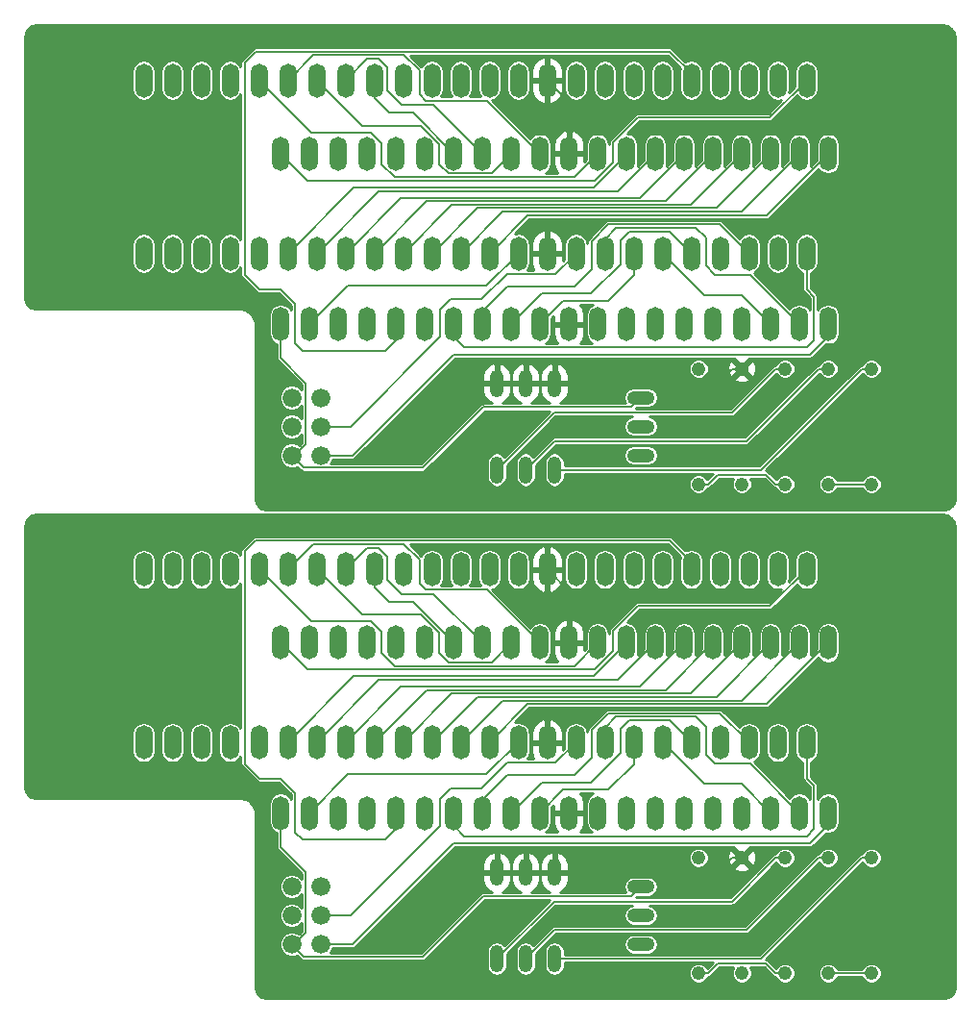
<source format=gbr>
G04 #@! TF.FileFunction,Copper,L1,Top,Signal*
%FSLAX46Y46*%
G04 Gerber Fmt 4.6, Leading zero omitted, Abs format (unit mm)*
G04 Created by KiCad (PCBNEW 4.0.4-stable) date 07/28/17 15:05:57*
%MOMM*%
%LPD*%
G01*
G04 APERTURE LIST*
%ADD10C,0.100000*%
%ADD11C,1.219200*%
%ADD12O,1.500000X3.000000*%
%ADD13C,1.676400*%
%ADD14O,1.219200X2.438400*%
%ADD15O,2.438400X1.219200*%
%ADD16C,0.152400*%
%ADD17C,0.254000*%
G04 APERTURE END LIST*
D10*
D11*
X163360100Y-106527600D03*
X163360100Y-116687600D03*
D12*
X111290100Y-102592600D03*
X113830100Y-102592600D03*
X116370100Y-102592600D03*
X118910100Y-102592600D03*
X121450100Y-102592600D03*
X123990100Y-102592600D03*
X126530100Y-102592600D03*
X129070100Y-102592600D03*
X131610100Y-102592600D03*
X134150100Y-102592600D03*
X136690100Y-102592600D03*
X139230100Y-102592600D03*
X141770100Y-102592600D03*
X144310100Y-102592600D03*
X146850100Y-102592600D03*
X149390100Y-102592600D03*
X151930100Y-102592600D03*
X154470100Y-102592600D03*
X157010100Y-102592600D03*
X159550100Y-102592600D03*
X159550100Y-87602600D03*
X157010100Y-87602600D03*
X154470100Y-87602600D03*
X151930100Y-87602600D03*
X149390100Y-87602600D03*
X146850100Y-87602600D03*
X144310100Y-87602600D03*
X141770100Y-87602600D03*
X139230100Y-87602600D03*
X136690100Y-87602600D03*
X134150100Y-87602600D03*
X131610100Y-87602600D03*
X129070100Y-87602600D03*
X126530100Y-87602600D03*
X123990100Y-87602600D03*
X121450100Y-87602600D03*
X118910100Y-87602600D03*
X116370100Y-87602600D03*
X113830100Y-87602600D03*
X111290100Y-87602600D03*
X99225100Y-96367600D03*
X101765100Y-96367600D03*
X104305100Y-96367600D03*
X106845100Y-96367600D03*
X109385100Y-96367600D03*
X111925100Y-96367600D03*
X114465100Y-96367600D03*
X117005100Y-96367600D03*
X119545100Y-96367600D03*
X122085100Y-96367600D03*
X124625100Y-96367600D03*
X127165100Y-96367600D03*
X129705100Y-96367600D03*
X132245100Y-96367600D03*
X134785100Y-96367600D03*
X137325100Y-96367600D03*
X139865100Y-96367600D03*
X142405100Y-96367600D03*
X144945100Y-96367600D03*
X147485100Y-96367600D03*
X150025100Y-96367600D03*
X152565100Y-96367600D03*
X155105100Y-96367600D03*
X157645100Y-96367600D03*
X157645100Y-81127600D03*
X155105100Y-81127600D03*
X152565100Y-81127600D03*
X150025100Y-81127600D03*
X147485100Y-81127600D03*
X144945100Y-81127600D03*
X142405100Y-81127600D03*
X139865100Y-81127600D03*
X137325100Y-81127600D03*
X134785100Y-81127600D03*
X132245100Y-81127600D03*
X129705100Y-81127600D03*
X127165100Y-81127600D03*
X124625100Y-81127600D03*
X122085100Y-81127600D03*
X119545100Y-81127600D03*
X117005100Y-81127600D03*
X114465100Y-81127600D03*
X111925100Y-81127600D03*
X109385100Y-81127600D03*
X106845100Y-81127600D03*
X104305100Y-81127600D03*
X101765100Y-81127600D03*
X99225100Y-81127600D03*
D13*
X112290100Y-111607600D03*
X114830100Y-111607600D03*
X112290100Y-114147600D03*
X112290100Y-109067600D03*
X114830100Y-114147600D03*
X114830100Y-109067600D03*
D14*
X130340100Y-115417600D03*
X132880100Y-115417600D03*
X135420100Y-115417600D03*
X135420100Y-107797600D03*
X130340100Y-107797600D03*
X132880100Y-107797600D03*
D15*
X143040100Y-114147600D03*
X143040100Y-109067600D03*
X143040100Y-111607600D03*
D11*
X151930100Y-106527600D03*
X151930100Y-116687600D03*
X155740100Y-106527600D03*
X155740100Y-116687600D03*
X159550100Y-106527600D03*
X159550100Y-116687600D03*
X148120100Y-116687600D03*
X148120100Y-106527600D03*
D12*
X111290100Y-59539600D03*
X113830100Y-59539600D03*
X116370100Y-59539600D03*
X118910100Y-59539600D03*
X121450100Y-59539600D03*
X123990100Y-59539600D03*
X126530100Y-59539600D03*
X129070100Y-59539600D03*
X131610100Y-59539600D03*
X134150100Y-59539600D03*
X136690100Y-59539600D03*
X139230100Y-59539600D03*
X141770100Y-59539600D03*
X144310100Y-59539600D03*
X146850100Y-59539600D03*
X149390100Y-59539600D03*
X151930100Y-59539600D03*
X154470100Y-59539600D03*
X157010100Y-59539600D03*
X159550100Y-59539600D03*
X159550100Y-44549600D03*
X157010100Y-44549600D03*
X154470100Y-44549600D03*
X151930100Y-44549600D03*
X149390100Y-44549600D03*
X146850100Y-44549600D03*
X144310100Y-44549600D03*
X141770100Y-44549600D03*
X139230100Y-44549600D03*
X136690100Y-44549600D03*
X134150100Y-44549600D03*
X131610100Y-44549600D03*
X129070100Y-44549600D03*
X126530100Y-44549600D03*
X123990100Y-44549600D03*
X121450100Y-44549600D03*
X118910100Y-44549600D03*
X116370100Y-44549600D03*
X113830100Y-44549600D03*
X111290100Y-44549600D03*
D11*
X163360100Y-63474600D03*
X163360100Y-73634600D03*
X159550100Y-63474600D03*
X159550100Y-73634600D03*
D14*
X130340100Y-72364600D03*
X132880100Y-72364600D03*
X135420100Y-72364600D03*
X135420100Y-64744600D03*
X130340100Y-64744600D03*
X132880100Y-64744600D03*
D11*
X155740100Y-63474600D03*
X155740100Y-73634600D03*
D13*
X112290100Y-68554600D03*
X114830100Y-68554600D03*
X112290100Y-71094600D03*
X112290100Y-66014600D03*
X114830100Y-71094600D03*
X114830100Y-66014600D03*
D11*
X151930100Y-63474600D03*
X151930100Y-73634600D03*
X148120100Y-73634600D03*
X148120100Y-63474600D03*
D15*
X143040100Y-71094600D03*
X143040100Y-66014600D03*
X143040100Y-68554600D03*
D12*
X99225100Y-53314600D03*
X101765100Y-53314600D03*
X104305100Y-53314600D03*
X106845100Y-53314600D03*
X109385100Y-53314600D03*
X111925100Y-53314600D03*
X114465100Y-53314600D03*
X117005100Y-53314600D03*
X119545100Y-53314600D03*
X122085100Y-53314600D03*
X124625100Y-53314600D03*
X127165100Y-53314600D03*
X129705100Y-53314600D03*
X132245100Y-53314600D03*
X134785100Y-53314600D03*
X137325100Y-53314600D03*
X139865100Y-53314600D03*
X142405100Y-53314600D03*
X144945100Y-53314600D03*
X147485100Y-53314600D03*
X150025100Y-53314600D03*
X152565100Y-53314600D03*
X155105100Y-53314600D03*
X157645100Y-53314600D03*
X157645100Y-38074600D03*
X155105100Y-38074600D03*
X152565100Y-38074600D03*
X150025100Y-38074600D03*
X147485100Y-38074600D03*
X144945100Y-38074600D03*
X142405100Y-38074600D03*
X139865100Y-38074600D03*
X137325100Y-38074600D03*
X134785100Y-38074600D03*
X132245100Y-38074600D03*
X129705100Y-38074600D03*
X127165100Y-38074600D03*
X124625100Y-38074600D03*
X122085100Y-38074600D03*
X119545100Y-38074600D03*
X117005100Y-38074600D03*
X114465100Y-38074600D03*
X111925100Y-38074600D03*
X109385100Y-38074600D03*
X106845100Y-38074600D03*
X104305100Y-38074600D03*
X101765100Y-38074600D03*
X99225100Y-38074600D03*
D16*
X135420100Y-107797600D02*
X132880100Y-107797600D01*
X132880100Y-107797600D02*
X130340100Y-107797600D01*
X135420100Y-107797600D02*
X149821800Y-107797600D01*
X149821800Y-107797600D02*
X151091800Y-106527600D01*
X151930100Y-106527600D02*
X151091800Y-106527600D01*
X136690100Y-83032600D02*
X136690100Y-87602600D01*
X134785100Y-81127600D02*
X136690100Y-83032600D01*
X134785100Y-38074600D02*
X136690100Y-39979600D01*
X136690100Y-39979600D02*
X136690100Y-44549600D01*
X132880100Y-64744600D02*
X130340100Y-64744600D01*
X135420100Y-64744600D02*
X132880100Y-64744600D01*
X151930100Y-63474600D02*
X151091800Y-63474600D01*
X135420100Y-64744600D02*
X149821800Y-64744600D01*
X149821800Y-64744600D02*
X151091800Y-63474600D01*
X159550100Y-116687600D02*
X163360100Y-116687600D01*
X154901800Y-116687600D02*
X154063500Y-115849300D01*
X155740100Y-116687600D02*
X154901800Y-116687600D01*
X149796700Y-115849300D02*
X148958400Y-116687600D01*
X154063500Y-115849300D02*
X149796700Y-115849300D01*
X148120100Y-116687600D02*
X148958400Y-116687600D01*
X140608000Y-86562900D02*
X140608000Y-88359000D01*
X140608000Y-88359000D02*
X138998100Y-89968900D01*
X142809600Y-84361300D02*
X140608000Y-86562900D01*
X157645100Y-81127600D02*
X154411400Y-84361300D01*
X154411400Y-84361300D02*
X142809600Y-84361300D01*
X113656400Y-89968900D02*
X111290100Y-87602600D01*
X138998100Y-89968900D02*
X113656400Y-89968900D01*
X157645100Y-38074600D02*
X154411400Y-41308300D01*
X154411400Y-41308300D02*
X142809600Y-41308300D01*
X142809600Y-41308300D02*
X140608000Y-43509900D01*
X140608000Y-43509900D02*
X140608000Y-45306000D01*
X140608000Y-45306000D02*
X138998100Y-46915900D01*
X138998100Y-46915900D02*
X113656400Y-46915900D01*
X113656400Y-46915900D02*
X111290100Y-44549600D01*
X148120100Y-73634600D02*
X148958400Y-73634600D01*
X155740100Y-73634600D02*
X154901800Y-73634600D01*
X154901800Y-73634600D02*
X154063500Y-72796300D01*
X154063500Y-72796300D02*
X149796700Y-72796300D01*
X149796700Y-72796300D02*
X148958400Y-73634600D01*
X159550100Y-73634600D02*
X163360100Y-73634600D01*
X142201800Y-109905900D02*
X143040100Y-109067600D01*
X129174100Y-109905900D02*
X142201800Y-109905900D01*
X112510100Y-114147600D02*
X112290100Y-114147600D01*
X112290100Y-114214100D02*
X112290100Y-114147600D01*
X113321700Y-115245700D02*
X112290100Y-114214100D01*
X113430100Y-113227600D02*
X112510100Y-114147600D01*
X113512600Y-113145100D02*
X113430100Y-113227600D01*
X111290100Y-105575100D02*
X113512600Y-107797600D01*
X111290100Y-102592600D02*
X111290100Y-105575100D01*
X123834300Y-115245700D02*
X129174100Y-109905900D01*
X113321700Y-115245700D02*
X123834300Y-115245700D01*
X113512600Y-107797600D02*
X113512600Y-113145100D01*
X113321700Y-72192700D02*
X123834300Y-72192700D01*
X123834300Y-72192700D02*
X129174100Y-66852900D01*
X113430100Y-70174600D02*
X112510100Y-71094600D01*
X112510100Y-71094600D02*
X112290100Y-71094600D01*
X113321700Y-72192700D02*
X112290100Y-71161100D01*
X112290100Y-71161100D02*
X112290100Y-71094600D01*
X129174100Y-66852900D02*
X142201800Y-66852900D01*
X142201800Y-66852900D02*
X143040100Y-66014600D01*
X111290100Y-59539600D02*
X111290100Y-62522100D01*
X111290100Y-62522100D02*
X113512600Y-64744600D01*
X113512600Y-64744600D02*
X113512600Y-70092100D01*
X113512600Y-70092100D02*
X113430100Y-70174600D01*
X153631800Y-115417600D02*
X162521800Y-106527600D01*
X163360100Y-106527600D02*
X162521800Y-106527600D01*
X135420100Y-115417600D02*
X153631800Y-115417600D01*
X163360100Y-63474600D02*
X162521800Y-63474600D01*
X135420100Y-72364600D02*
X153631800Y-72364600D01*
X153631800Y-72364600D02*
X162521800Y-63474600D01*
X132880100Y-115417600D02*
X135420100Y-112877600D01*
X159550100Y-106527600D02*
X158711800Y-106527600D01*
X152361800Y-112877600D02*
X158711800Y-106527600D01*
X135420100Y-112877600D02*
X152361800Y-112877600D01*
X159550100Y-63474600D02*
X158711800Y-63474600D01*
X132880100Y-72364600D02*
X135420100Y-69824600D01*
X135420100Y-69824600D02*
X152361800Y-69824600D01*
X152361800Y-69824600D02*
X158711800Y-63474600D01*
X154901800Y-106527600D02*
X151047300Y-110382100D01*
X135375600Y-110382100D02*
X130340100Y-115417600D01*
X155740100Y-106527600D02*
X154901800Y-106527600D01*
X151047300Y-110382100D02*
X135375600Y-110382100D01*
X155740100Y-63474600D02*
X154901800Y-63474600D01*
X154901800Y-63474600D02*
X151047300Y-67329100D01*
X151047300Y-67329100D02*
X135375600Y-67329100D01*
X135375600Y-67329100D02*
X130340100Y-72364600D01*
X125316200Y-101354700D02*
X125316200Y-103718200D01*
X128985800Y-100428800D02*
X126242100Y-100428800D01*
X126242100Y-100428800D02*
X125316200Y-101354700D01*
X125316200Y-103718200D02*
X117426800Y-111607600D01*
X114830100Y-111607600D02*
X114897000Y-111607600D01*
X117426800Y-111607600D02*
X114897000Y-111607600D01*
X137325100Y-96367600D02*
X135529500Y-98163200D01*
X131251400Y-98163200D02*
X128985800Y-100428800D01*
X135529500Y-98163200D02*
X131251400Y-98163200D01*
X137325100Y-53314600D02*
X135529500Y-55110200D01*
X135529500Y-55110200D02*
X131251400Y-55110200D01*
X131251400Y-55110200D02*
X128985800Y-57375800D01*
X128985800Y-57375800D02*
X126242100Y-57375800D01*
X126242100Y-57375800D02*
X125316200Y-58301700D01*
X125316200Y-58301700D02*
X125316200Y-60665200D01*
X125316200Y-60665200D02*
X117426800Y-68554600D01*
X117426800Y-68554600D02*
X114897000Y-68554600D01*
X114830100Y-68554600D02*
X114897000Y-68554600D01*
X126526400Y-105261300D02*
X157958900Y-105261300D01*
X159550100Y-103670100D02*
X159550100Y-102592600D01*
X157958900Y-105261300D02*
X159550100Y-103670100D01*
X126526400Y-105261300D02*
X117640100Y-114147600D01*
X117640100Y-114147600D02*
X114830100Y-114147600D01*
X126526400Y-62208300D02*
X117640100Y-71094600D01*
X117640100Y-71094600D02*
X114830100Y-71094600D01*
X126526400Y-62208300D02*
X157958900Y-62208300D01*
X157958900Y-62208300D02*
X159550100Y-60617100D01*
X159550100Y-60617100D02*
X159550100Y-59539600D01*
X117237600Y-99185100D02*
X113830100Y-102592600D01*
X132245100Y-96367600D02*
X129427600Y-99185100D01*
X129427600Y-99185100D02*
X117237600Y-99185100D01*
X132245100Y-53314600D02*
X129427600Y-56132100D01*
X129427600Y-56132100D02*
X117237600Y-56132100D01*
X117237600Y-56132100D02*
X113830100Y-59539600D01*
X112560100Y-100812600D02*
X112560100Y-104305100D01*
X112560100Y-104305100D02*
X113195100Y-104940100D01*
X111290100Y-99542600D02*
X112560100Y-100812600D01*
X121450100Y-103987600D02*
X121450100Y-102592600D01*
X120497600Y-104940100D02*
X121450100Y-103987600D01*
X113195100Y-104940100D02*
X120497600Y-104940100D01*
X109067600Y-78587600D02*
X108115100Y-79540100D01*
X109385100Y-99542600D02*
X111290100Y-99542600D01*
X108115100Y-98272600D02*
X109385100Y-99542600D01*
X108115100Y-79540100D02*
X108115100Y-98272600D01*
X145580100Y-78587600D02*
X109067600Y-78587600D01*
X147485100Y-81127600D02*
X147485100Y-80492600D01*
X147485100Y-80492600D02*
X145580100Y-78587600D01*
X147485100Y-38074600D02*
X147485100Y-37439600D01*
X147485100Y-37439600D02*
X145580100Y-35534600D01*
X145580100Y-35534600D02*
X109067600Y-35534600D01*
X109067600Y-35534600D02*
X108115100Y-36487100D01*
X108115100Y-36487100D02*
X108115100Y-55219600D01*
X108115100Y-55219600D02*
X109385100Y-56489600D01*
X109385100Y-56489600D02*
X111290100Y-56489600D01*
X111290100Y-56489600D02*
X112560100Y-57759600D01*
X112560100Y-57759600D02*
X112560100Y-61252100D01*
X112560100Y-61252100D02*
X113195100Y-61887100D01*
X113195100Y-61887100D02*
X120497600Y-61887100D01*
X120497600Y-61887100D02*
X121450100Y-60934600D01*
X121450100Y-60934600D02*
X121450100Y-59539600D01*
X157645100Y-104622600D02*
X127482600Y-104622600D01*
X158280100Y-103987600D02*
X157645100Y-104622600D01*
X158280100Y-100177600D02*
X158280100Y-103987600D01*
X157645100Y-99542600D02*
X158280100Y-100177600D01*
X157645100Y-96367600D02*
X157645100Y-99542600D01*
X126530100Y-103670100D02*
X126530100Y-102592600D01*
X127482600Y-104622600D02*
X126530100Y-103670100D01*
X157645100Y-53314600D02*
X157645100Y-56489600D01*
X157645100Y-56489600D02*
X158280100Y-57124600D01*
X158280100Y-57124600D02*
X158280100Y-60934600D01*
X158280100Y-60934600D02*
X157645100Y-61569600D01*
X157645100Y-61569600D02*
X127482600Y-61569600D01*
X127482600Y-61569600D02*
X126530100Y-60617100D01*
X126530100Y-60617100D02*
X126530100Y-59539600D01*
X137175500Y-99255100D02*
X131262600Y-99255100D01*
X131262600Y-99255100D02*
X129070100Y-101447600D01*
X138685700Y-95276300D02*
X138685700Y-97744900D01*
X140146200Y-93815800D02*
X138685700Y-95276300D01*
X152565100Y-96367600D02*
X150013300Y-93815800D01*
X150013300Y-93815800D02*
X140146200Y-93815800D01*
X129070100Y-101447600D02*
X129070100Y-102592600D01*
X138685700Y-97744900D02*
X137175500Y-99255100D01*
X152565100Y-53314600D02*
X150013300Y-50762800D01*
X150013300Y-50762800D02*
X140146200Y-50762800D01*
X140146200Y-50762800D02*
X138685700Y-52223300D01*
X138685700Y-52223300D02*
X138685700Y-54691900D01*
X138685700Y-54691900D02*
X137175500Y-56202100D01*
X137175500Y-56202100D02*
X131262600Y-56202100D01*
X131262600Y-56202100D02*
X129070100Y-58394600D01*
X129070100Y-58394600D02*
X129070100Y-59539600D01*
X134288200Y-99914500D02*
X131610100Y-102592600D01*
X138644700Y-99914500D02*
X134288200Y-99914500D01*
X142002400Y-94425700D02*
X141243000Y-95185100D01*
X147485100Y-96367600D02*
X145543200Y-94425700D01*
X141243000Y-95185100D02*
X141243000Y-97316200D01*
X145543200Y-94425700D02*
X142002400Y-94425700D01*
X141243000Y-97316200D02*
X138644700Y-99914500D01*
X147485100Y-53314600D02*
X145543200Y-51372700D01*
X145543200Y-51372700D02*
X142002400Y-51372700D01*
X142002400Y-51372700D02*
X141243000Y-52132100D01*
X141243000Y-52132100D02*
X141243000Y-54263200D01*
X141243000Y-54263200D02*
X138644700Y-56861500D01*
X138644700Y-56861500D02*
X134288200Y-56861500D01*
X134288200Y-56861500D02*
X131610100Y-59539600D01*
X136207600Y-100535100D02*
X134150100Y-102592600D01*
X138237600Y-100535100D02*
X140142600Y-100535100D01*
X140142600Y-100535100D02*
X142405100Y-98272600D01*
X138237600Y-100535100D02*
X136207600Y-100535100D01*
X142405100Y-98272600D02*
X142405100Y-96367600D01*
X138237600Y-57482100D02*
X136207600Y-57482100D01*
X136207600Y-57482100D02*
X134150100Y-59539600D01*
X138237600Y-57482100D02*
X140142600Y-57482100D01*
X140142600Y-57482100D02*
X142405100Y-55219600D01*
X142405100Y-55219600D02*
X142405100Y-53314600D01*
X151904800Y-100027300D02*
X154470100Y-102592600D01*
X148604800Y-100027300D02*
X151904800Y-100027300D01*
X144945100Y-96367600D02*
X148604800Y-100027300D01*
X144945100Y-53314600D02*
X148604800Y-56974300D01*
X148604800Y-56974300D02*
X151904800Y-56974300D01*
X151904800Y-56974300D02*
X154470100Y-59539600D01*
X152681400Y-98263900D02*
X157010100Y-102592600D01*
X139865100Y-95097600D02*
X139865100Y-96367600D01*
X140842000Y-94120700D02*
X139865100Y-95097600D01*
X141477000Y-94120700D02*
X140842000Y-94120700D01*
X148755100Y-95011300D02*
X148755100Y-97440500D01*
X149578500Y-98263900D02*
X152681400Y-98263900D01*
X148755100Y-97440500D02*
X149578500Y-98263900D01*
X147864500Y-94120700D02*
X148755100Y-95011300D01*
X141477000Y-94120700D02*
X147864500Y-94120700D01*
X141477000Y-51067700D02*
X147864500Y-51067700D01*
X147864500Y-51067700D02*
X148755100Y-51958300D01*
X148755100Y-51958300D02*
X148755100Y-54387500D01*
X148755100Y-54387500D02*
X149578500Y-55210900D01*
X149578500Y-55210900D02*
X152681400Y-55210900D01*
X152681400Y-55210900D02*
X157010100Y-59539600D01*
X141477000Y-51067700D02*
X140842000Y-51067700D01*
X140842000Y-51067700D02*
X139865100Y-52044600D01*
X139865100Y-52044600D02*
X139865100Y-53314600D01*
X154159900Y-92992800D02*
X159550100Y-87602600D01*
X129705100Y-96367600D02*
X133079900Y-92992800D01*
X133079900Y-92992800D02*
X154159900Y-92992800D01*
X129705100Y-53314600D02*
X133079900Y-49939800D01*
X133079900Y-49939800D02*
X154159900Y-49939800D01*
X154159900Y-49939800D02*
X159550100Y-44549600D01*
X151924800Y-92687900D02*
X157010100Y-87602600D01*
X127165100Y-96367600D02*
X130844800Y-92687900D01*
X130844800Y-92687900D02*
X151924800Y-92687900D01*
X127165100Y-53314600D02*
X130844800Y-49634900D01*
X130844800Y-49634900D02*
X151924800Y-49634900D01*
X151924800Y-49634900D02*
X157010100Y-44549600D01*
X149689700Y-92383000D02*
X154470100Y-87602600D01*
X124625100Y-96367600D02*
X128609700Y-92383000D01*
X128609700Y-92383000D02*
X149689700Y-92383000D01*
X124625100Y-53314600D02*
X128609700Y-49330000D01*
X128609700Y-49330000D02*
X149689700Y-49330000D01*
X149689700Y-49330000D02*
X154470100Y-44549600D01*
X147454600Y-92078100D02*
X151930100Y-87602600D01*
X122085100Y-96367600D02*
X126374600Y-92078100D01*
X126374600Y-92078100D02*
X147454600Y-92078100D01*
X122085100Y-53314600D02*
X126374600Y-49025100D01*
X126374600Y-49025100D02*
X147454600Y-49025100D01*
X147454600Y-49025100D02*
X151930100Y-44549600D01*
X145219500Y-91773200D02*
X149390100Y-87602600D01*
X119545100Y-96367600D02*
X124139500Y-91773200D01*
X124139500Y-91773200D02*
X145219500Y-91773200D01*
X119545100Y-53314600D02*
X124139500Y-48720200D01*
X124139500Y-48720200D02*
X145219500Y-48720200D01*
X145219500Y-48720200D02*
X149390100Y-44549600D01*
X142984500Y-91468200D02*
X146850100Y-87602600D01*
X117005100Y-96367600D02*
X121904500Y-91468200D01*
X121904500Y-91468200D02*
X142984500Y-91468200D01*
X117005100Y-53314600D02*
X121904500Y-48415200D01*
X121904500Y-48415200D02*
X142984500Y-48415200D01*
X142984500Y-48415200D02*
X146850100Y-44549600D01*
X144310100Y-87602600D02*
X141007700Y-90905000D01*
X119927700Y-90905000D02*
X114465100Y-96367600D01*
X141007700Y-90905000D02*
X119927700Y-90905000D01*
X144310100Y-44549600D02*
X141007700Y-47852000D01*
X141007700Y-47852000D02*
X119927700Y-47852000D01*
X119927700Y-47852000D02*
X114465100Y-53314600D01*
X141770100Y-87602600D02*
X141770100Y-87678800D01*
X141770100Y-87678800D02*
X138885800Y-90563100D01*
X117729600Y-90563100D02*
X111925100Y-96367600D01*
X138885800Y-90563100D02*
X117729600Y-90563100D01*
X141770100Y-44549600D02*
X141770100Y-44625800D01*
X141770100Y-44625800D02*
X138885800Y-47510100D01*
X138885800Y-47510100D02*
X117729600Y-47510100D01*
X117729600Y-47510100D02*
X111925100Y-53314600D01*
X120180100Y-88499900D02*
X121320100Y-89639900D01*
X120180100Y-86670600D02*
X120180100Y-88499900D01*
X109385100Y-81127600D02*
X113987300Y-85729800D01*
X119239300Y-85729800D02*
X120180100Y-86670600D01*
X113987300Y-85729800D02*
X119239300Y-85729800D01*
X121320100Y-89639900D02*
X137192800Y-89639900D01*
X137192800Y-89639900D02*
X139230100Y-87602600D01*
X109385100Y-38074600D02*
X113987300Y-42676800D01*
X113987300Y-42676800D02*
X119239300Y-42676800D01*
X119239300Y-42676800D02*
X120180100Y-43617600D01*
X120180100Y-43617600D02*
X120180100Y-45446900D01*
X120180100Y-45446900D02*
X121320100Y-46586900D01*
X121320100Y-46586900D02*
X137192800Y-46586900D01*
X137192800Y-46586900D02*
X139230100Y-44549600D01*
X123526200Y-82376200D02*
X124054900Y-82904900D01*
X111925100Y-81127600D02*
X114144800Y-78907900D01*
X122164200Y-78907900D02*
X123526200Y-80269900D01*
X123526200Y-80269900D02*
X123526200Y-82376200D01*
X114144800Y-78907900D02*
X122164200Y-78907900D01*
X124054900Y-82904900D02*
X129452400Y-82904900D01*
X129452400Y-82904900D02*
X134150100Y-87602600D01*
X111925100Y-38074600D02*
X114144800Y-35854900D01*
X114144800Y-35854900D02*
X122164200Y-35854900D01*
X122164200Y-35854900D02*
X123526200Y-37216900D01*
X123526200Y-37216900D02*
X123526200Y-39323200D01*
X123526200Y-39323200D02*
X124054900Y-39851900D01*
X124054900Y-39851900D02*
X129452400Y-39851900D01*
X129452400Y-39851900D02*
X134150100Y-44549600D01*
X126091200Y-89333900D02*
X125260100Y-88502800D01*
X125260100Y-88502800D02*
X125260100Y-86731600D01*
X123662100Y-85133600D02*
X118471100Y-85133600D01*
X125260100Y-86731600D02*
X123662100Y-85133600D01*
X118471100Y-85133600D02*
X114465100Y-81127600D01*
X129878800Y-89333900D02*
X126091200Y-89333900D01*
X131610100Y-87602600D02*
X129878800Y-89333900D01*
X131610100Y-44549600D02*
X129878800Y-46280900D01*
X129878800Y-46280900D02*
X126091200Y-46280900D01*
X126091200Y-46280900D02*
X125260100Y-45449800D01*
X125260100Y-45449800D02*
X125260100Y-43678600D01*
X125260100Y-43678600D02*
X123662100Y-42080600D01*
X123662100Y-42080600D02*
X118471100Y-42080600D01*
X118471100Y-42080600D02*
X114465100Y-38074600D01*
X121989800Y-83317700D02*
X124785200Y-83317700D01*
X120707200Y-80015000D02*
X120707200Y-82035100D01*
X119914300Y-79222100D02*
X120707200Y-80015000D01*
X118910600Y-79222100D02*
X119914300Y-79222100D01*
X117005100Y-81127600D02*
X118910600Y-79222100D01*
X120707200Y-82035100D02*
X121989800Y-83317700D01*
X124785200Y-83317700D02*
X129070100Y-87602600D01*
X117005100Y-38074600D02*
X118910600Y-36169100D01*
X118910600Y-36169100D02*
X119914300Y-36169100D01*
X119914300Y-36169100D02*
X120707200Y-36962000D01*
X120707200Y-36962000D02*
X120707200Y-38982100D01*
X120707200Y-38982100D02*
X121989800Y-40264700D01*
X121989800Y-40264700D02*
X124785200Y-40264700D01*
X124785200Y-40264700D02*
X129070100Y-44549600D01*
X120815100Y-83985100D02*
X122945000Y-83985100D01*
X122945000Y-83985100D02*
X123033600Y-84073700D01*
X119545100Y-81127600D02*
X119545100Y-82715100D01*
X119545100Y-82715100D02*
X120815100Y-83985100D01*
X126530100Y-87570200D02*
X126530100Y-87602600D01*
X123033600Y-84073700D02*
X126530100Y-87570200D01*
X123033600Y-41020700D02*
X126530100Y-44517200D01*
X126530100Y-44517200D02*
X126530100Y-44549600D01*
X119545100Y-38074600D02*
X119545100Y-39662100D01*
X119545100Y-39662100D02*
X120815100Y-40932100D01*
X120815100Y-40932100D02*
X122945000Y-40932100D01*
X122945000Y-40932100D02*
X123033600Y-41020700D01*
D17*
G36*
X170069281Y-76383879D02*
X170406081Y-76608921D01*
X170631120Y-76945718D01*
X170714600Y-77365399D01*
X170714600Y-117960601D01*
X170640787Y-118331680D01*
X170443277Y-118627277D01*
X170147679Y-118824788D01*
X169776601Y-118898600D01*
X110004399Y-118898600D01*
X109633320Y-118824787D01*
X109337723Y-118627277D01*
X109140212Y-118331679D01*
X109066400Y-117960601D01*
X109066400Y-102616000D01*
X109062030Y-102594031D01*
X109062030Y-102571636D01*
X108975025Y-102134229D01*
X108941070Y-102052256D01*
X108693299Y-101681440D01*
X108630559Y-101618700D01*
X108259744Y-101370930D01*
X108235734Y-101360985D01*
X108177770Y-101336975D01*
X107740364Y-101249969D01*
X107717965Y-101249969D01*
X107696000Y-101245600D01*
X89684399Y-101245600D01*
X89313320Y-101171787D01*
X89017723Y-100974277D01*
X88820212Y-100678679D01*
X88746400Y-100307601D01*
X88746400Y-95582739D01*
X98195700Y-95582739D01*
X98195700Y-97152461D01*
X98274058Y-97546395D01*
X98497204Y-97880357D01*
X98831166Y-98103503D01*
X99225100Y-98181861D01*
X99619034Y-98103503D01*
X99952996Y-97880357D01*
X100176142Y-97546395D01*
X100254500Y-97152461D01*
X100254500Y-95582739D01*
X100735700Y-95582739D01*
X100735700Y-97152461D01*
X100814058Y-97546395D01*
X101037204Y-97880357D01*
X101371166Y-98103503D01*
X101765100Y-98181861D01*
X102159034Y-98103503D01*
X102492996Y-97880357D01*
X102716142Y-97546395D01*
X102794500Y-97152461D01*
X102794500Y-95582739D01*
X103275700Y-95582739D01*
X103275700Y-97152461D01*
X103354058Y-97546395D01*
X103577204Y-97880357D01*
X103911166Y-98103503D01*
X104305100Y-98181861D01*
X104699034Y-98103503D01*
X105032996Y-97880357D01*
X105256142Y-97546395D01*
X105334500Y-97152461D01*
X105334500Y-95582739D01*
X105256142Y-95188805D01*
X105032996Y-94854843D01*
X104699034Y-94631697D01*
X104305100Y-94553339D01*
X103911166Y-94631697D01*
X103577204Y-94854843D01*
X103354058Y-95188805D01*
X103275700Y-95582739D01*
X102794500Y-95582739D01*
X102716142Y-95188805D01*
X102492996Y-94854843D01*
X102159034Y-94631697D01*
X101765100Y-94553339D01*
X101371166Y-94631697D01*
X101037204Y-94854843D01*
X100814058Y-95188805D01*
X100735700Y-95582739D01*
X100254500Y-95582739D01*
X100176142Y-95188805D01*
X99952996Y-94854843D01*
X99619034Y-94631697D01*
X99225100Y-94553339D01*
X98831166Y-94631697D01*
X98497204Y-94854843D01*
X98274058Y-95188805D01*
X98195700Y-95582739D01*
X88746400Y-95582739D01*
X88746400Y-80342739D01*
X98195700Y-80342739D01*
X98195700Y-81912461D01*
X98274058Y-82306395D01*
X98497204Y-82640357D01*
X98831166Y-82863503D01*
X99225100Y-82941861D01*
X99619034Y-82863503D01*
X99952996Y-82640357D01*
X100176142Y-82306395D01*
X100254500Y-81912461D01*
X100254500Y-80342739D01*
X100735700Y-80342739D01*
X100735700Y-81912461D01*
X100814058Y-82306395D01*
X101037204Y-82640357D01*
X101371166Y-82863503D01*
X101765100Y-82941861D01*
X102159034Y-82863503D01*
X102492996Y-82640357D01*
X102716142Y-82306395D01*
X102794500Y-81912461D01*
X102794500Y-80342739D01*
X103275700Y-80342739D01*
X103275700Y-81912461D01*
X103354058Y-82306395D01*
X103577204Y-82640357D01*
X103911166Y-82863503D01*
X104305100Y-82941861D01*
X104699034Y-82863503D01*
X105032996Y-82640357D01*
X105256142Y-82306395D01*
X105334500Y-81912461D01*
X105334500Y-80342739D01*
X105815700Y-80342739D01*
X105815700Y-81912461D01*
X105894058Y-82306395D01*
X106117204Y-82640357D01*
X106451166Y-82863503D01*
X106845100Y-82941861D01*
X107239034Y-82863503D01*
X107572996Y-82640357D01*
X107759500Y-82361234D01*
X107759500Y-95133966D01*
X107572996Y-94854843D01*
X107239034Y-94631697D01*
X106845100Y-94553339D01*
X106451166Y-94631697D01*
X106117204Y-94854843D01*
X105894058Y-95188805D01*
X105815700Y-95582739D01*
X105815700Y-97152461D01*
X105894058Y-97546395D01*
X106117204Y-97880357D01*
X106451166Y-98103503D01*
X106845100Y-98181861D01*
X107239034Y-98103503D01*
X107572996Y-97880357D01*
X107759500Y-97601234D01*
X107759500Y-98272600D01*
X107786568Y-98408683D01*
X107863653Y-98524047D01*
X109133653Y-99794047D01*
X109249017Y-99871132D01*
X109385100Y-99898200D01*
X111142806Y-99898200D01*
X112204500Y-100959894D01*
X112204500Y-101358966D01*
X112017996Y-101079843D01*
X111684034Y-100856697D01*
X111290100Y-100778339D01*
X110896166Y-100856697D01*
X110562204Y-101079843D01*
X110339058Y-101413805D01*
X110260700Y-101807739D01*
X110260700Y-103377461D01*
X110339058Y-103771395D01*
X110562204Y-104105357D01*
X110896166Y-104328503D01*
X110934500Y-104336128D01*
X110934500Y-105575100D01*
X110961568Y-105711183D01*
X111038653Y-105826547D01*
X113157000Y-107944894D01*
X113157000Y-108354108D01*
X112923996Y-108120697D01*
X112513380Y-107950194D01*
X112068771Y-107949807D01*
X111657858Y-108119592D01*
X111343197Y-108433704D01*
X111172694Y-108844320D01*
X111172307Y-109288929D01*
X111342092Y-109699842D01*
X111656204Y-110014503D01*
X112066820Y-110185006D01*
X112511429Y-110185393D01*
X112922342Y-110015608D01*
X113157000Y-109781359D01*
X113157000Y-110894108D01*
X112923996Y-110660697D01*
X112513380Y-110490194D01*
X112068771Y-110489807D01*
X111657858Y-110659592D01*
X111343197Y-110973704D01*
X111172694Y-111384320D01*
X111172307Y-111828929D01*
X111342092Y-112239842D01*
X111656204Y-112554503D01*
X112066820Y-112725006D01*
X112511429Y-112725393D01*
X112922342Y-112555608D01*
X113157000Y-112321359D01*
X113157000Y-112997805D01*
X112939039Y-113215766D01*
X112923996Y-113200697D01*
X112513380Y-113030194D01*
X112068771Y-113029807D01*
X111657858Y-113199592D01*
X111343197Y-113513704D01*
X111172694Y-113924320D01*
X111172307Y-114368929D01*
X111342092Y-114779842D01*
X111656204Y-115094503D01*
X112066820Y-115265006D01*
X112511429Y-115265393D01*
X112742870Y-115169764D01*
X113070253Y-115497147D01*
X113185618Y-115574232D01*
X113321700Y-115601300D01*
X123834300Y-115601300D01*
X123970383Y-115574232D01*
X124085747Y-115497147D01*
X129321394Y-110261500D01*
X134993306Y-110261500D01*
X131023218Y-114231588D01*
X130968718Y-114150023D01*
X130680306Y-113957312D01*
X130340100Y-113889641D01*
X129999894Y-113957312D01*
X129711482Y-114150023D01*
X129518771Y-114438435D01*
X129451100Y-114778641D01*
X129451100Y-116056559D01*
X129518771Y-116396765D01*
X129711482Y-116685177D01*
X129999894Y-116877888D01*
X130340100Y-116945559D01*
X130680306Y-116877888D01*
X130968718Y-116685177D01*
X131161429Y-116396765D01*
X131229100Y-116056559D01*
X131229100Y-115031494D01*
X131481953Y-114778641D01*
X131991100Y-114778641D01*
X131991100Y-116056559D01*
X132058771Y-116396765D01*
X132251482Y-116685177D01*
X132539894Y-116877888D01*
X132880100Y-116945559D01*
X133220306Y-116877888D01*
X133508718Y-116685177D01*
X133701429Y-116396765D01*
X133769100Y-116056559D01*
X133769100Y-115031494D01*
X134021953Y-114778641D01*
X134531100Y-114778641D01*
X134531100Y-116056559D01*
X134598771Y-116396765D01*
X134791482Y-116685177D01*
X135079894Y-116877888D01*
X135420100Y-116945559D01*
X135760306Y-116877888D01*
X136048718Y-116685177D01*
X136241429Y-116396765D01*
X136309100Y-116056559D01*
X136309100Y-115773200D01*
X149369906Y-115773200D01*
X148898824Y-116244282D01*
X148874197Y-116184680D01*
X148624336Y-115934382D01*
X148297709Y-115798754D01*
X147944043Y-115798446D01*
X147617180Y-115933503D01*
X147366882Y-116183364D01*
X147231254Y-116509991D01*
X147230946Y-116863657D01*
X147366003Y-117190520D01*
X147615864Y-117440818D01*
X147942491Y-117576446D01*
X148296157Y-117576754D01*
X148623020Y-117441697D01*
X148873318Y-117191836D01*
X148935037Y-117043200D01*
X148958400Y-117043200D01*
X149094483Y-117016132D01*
X149209847Y-116939047D01*
X149943994Y-116204900D01*
X151167939Y-116204900D01*
X151041254Y-116509991D01*
X151040946Y-116863657D01*
X151176003Y-117190520D01*
X151425864Y-117440818D01*
X151752491Y-117576446D01*
X152106157Y-117576754D01*
X152433020Y-117441697D01*
X152683318Y-117191836D01*
X152818946Y-116865209D01*
X152819254Y-116511543D01*
X152692552Y-116204900D01*
X153916206Y-116204900D01*
X154650353Y-116939047D01*
X154765717Y-117016132D01*
X154901800Y-117043200D01*
X154925132Y-117043200D01*
X154986003Y-117190520D01*
X155235864Y-117440818D01*
X155562491Y-117576446D01*
X155916157Y-117576754D01*
X156243020Y-117441697D01*
X156493318Y-117191836D01*
X156628946Y-116865209D01*
X156628947Y-116863657D01*
X158660946Y-116863657D01*
X158796003Y-117190520D01*
X159045864Y-117440818D01*
X159372491Y-117576446D01*
X159726157Y-117576754D01*
X160053020Y-117441697D01*
X160303318Y-117191836D01*
X160365037Y-117043200D01*
X162545132Y-117043200D01*
X162606003Y-117190520D01*
X162855864Y-117440818D01*
X163182491Y-117576446D01*
X163536157Y-117576754D01*
X163863020Y-117441697D01*
X164113318Y-117191836D01*
X164248946Y-116865209D01*
X164249254Y-116511543D01*
X164114197Y-116184680D01*
X163864336Y-115934382D01*
X163537709Y-115798754D01*
X163184043Y-115798446D01*
X162857180Y-115933503D01*
X162606882Y-116183364D01*
X162545163Y-116332000D01*
X160365068Y-116332000D01*
X160304197Y-116184680D01*
X160054336Y-115934382D01*
X159727709Y-115798754D01*
X159374043Y-115798446D01*
X159047180Y-115933503D01*
X158796882Y-116183364D01*
X158661254Y-116509991D01*
X158660946Y-116863657D01*
X156628947Y-116863657D01*
X156629254Y-116511543D01*
X156494197Y-116184680D01*
X156244336Y-115934382D01*
X155917709Y-115798754D01*
X155564043Y-115798446D01*
X155237180Y-115933503D01*
X154986882Y-116183364D01*
X154961525Y-116244431D01*
X154314947Y-115597853D01*
X154199583Y-115520768D01*
X154063500Y-115493700D01*
X154058594Y-115493700D01*
X162581376Y-106970918D01*
X162606003Y-107030520D01*
X162855864Y-107280818D01*
X163182491Y-107416446D01*
X163536157Y-107416754D01*
X163863020Y-107281697D01*
X164113318Y-107031836D01*
X164248946Y-106705209D01*
X164249254Y-106351543D01*
X164114197Y-106024680D01*
X163864336Y-105774382D01*
X163537709Y-105638754D01*
X163184043Y-105638446D01*
X162857180Y-105773503D01*
X162606882Y-106023364D01*
X162545163Y-106172000D01*
X162521800Y-106172000D01*
X162385718Y-106199068D01*
X162270353Y-106276153D01*
X153484506Y-115062000D01*
X136309100Y-115062000D01*
X136309100Y-114778641D01*
X136241429Y-114438435D01*
X136048718Y-114150023D01*
X136045092Y-114147600D01*
X141512141Y-114147600D01*
X141579812Y-114487806D01*
X141772523Y-114776218D01*
X142060935Y-114968929D01*
X142401141Y-115036600D01*
X143679059Y-115036600D01*
X144019265Y-114968929D01*
X144307677Y-114776218D01*
X144500388Y-114487806D01*
X144568059Y-114147600D01*
X144500388Y-113807394D01*
X144307677Y-113518982D01*
X144019265Y-113326271D01*
X143679059Y-113258600D01*
X142401141Y-113258600D01*
X142060935Y-113326271D01*
X141772523Y-113518982D01*
X141579812Y-113807394D01*
X141512141Y-114147600D01*
X136045092Y-114147600D01*
X135760306Y-113957312D01*
X135420100Y-113889641D01*
X135079894Y-113957312D01*
X134791482Y-114150023D01*
X134598771Y-114438435D01*
X134531100Y-114778641D01*
X134021953Y-114778641D01*
X135567394Y-113233200D01*
X152361800Y-113233200D01*
X152497883Y-113206132D01*
X152613247Y-113129047D01*
X158771376Y-106970918D01*
X158796003Y-107030520D01*
X159045864Y-107280818D01*
X159372491Y-107416446D01*
X159726157Y-107416754D01*
X160053020Y-107281697D01*
X160303318Y-107031836D01*
X160438946Y-106705209D01*
X160439254Y-106351543D01*
X160304197Y-106024680D01*
X160054336Y-105774382D01*
X159727709Y-105638754D01*
X159374043Y-105638446D01*
X159047180Y-105773503D01*
X158796882Y-106023364D01*
X158735163Y-106172000D01*
X158711800Y-106172000D01*
X158575717Y-106199068D01*
X158460353Y-106276153D01*
X152214506Y-112522000D01*
X135420100Y-112522000D01*
X135284018Y-112549068D01*
X135168653Y-112626153D01*
X133563218Y-114231588D01*
X133508718Y-114150023D01*
X133220306Y-113957312D01*
X132880100Y-113889641D01*
X132539894Y-113957312D01*
X132251482Y-114150023D01*
X132058771Y-114438435D01*
X131991100Y-114778641D01*
X131481953Y-114778641D01*
X135522894Y-110737700D01*
X142305119Y-110737700D01*
X142060935Y-110786271D01*
X141772523Y-110978982D01*
X141579812Y-111267394D01*
X141512141Y-111607600D01*
X141579812Y-111947806D01*
X141772523Y-112236218D01*
X142060935Y-112428929D01*
X142401141Y-112496600D01*
X143679059Y-112496600D01*
X144019265Y-112428929D01*
X144307677Y-112236218D01*
X144500388Y-111947806D01*
X144568059Y-111607600D01*
X144500388Y-111267394D01*
X144307677Y-110978982D01*
X144019265Y-110786271D01*
X143775081Y-110737700D01*
X151047300Y-110737700D01*
X151183383Y-110710632D01*
X151298747Y-110633547D01*
X154961376Y-106970918D01*
X154986003Y-107030520D01*
X155235864Y-107280818D01*
X155562491Y-107416446D01*
X155916157Y-107416754D01*
X156243020Y-107281697D01*
X156493318Y-107031836D01*
X156628946Y-106705209D01*
X156629254Y-106351543D01*
X156494197Y-106024680D01*
X156244336Y-105774382D01*
X155917709Y-105638754D01*
X155564043Y-105638446D01*
X155237180Y-105773503D01*
X154986882Y-106023364D01*
X154925163Y-106172000D01*
X154901800Y-106172000D01*
X154765717Y-106199068D01*
X154650353Y-106276153D01*
X150900006Y-110026500D01*
X142584094Y-110026500D01*
X142653994Y-109956600D01*
X143679059Y-109956600D01*
X144019265Y-109888929D01*
X144307677Y-109696218D01*
X144500388Y-109407806D01*
X144568059Y-109067600D01*
X144500388Y-108727394D01*
X144307677Y-108438982D01*
X144019265Y-108246271D01*
X143679059Y-108178600D01*
X142401141Y-108178600D01*
X142060935Y-108246271D01*
X141772523Y-108438982D01*
X141579812Y-108727394D01*
X141512141Y-109067600D01*
X141579812Y-109407806D01*
X141675024Y-109550300D01*
X135883511Y-109550300D01*
X136210363Y-109377068D01*
X136521360Y-109000821D01*
X136664700Y-108534200D01*
X136664700Y-107924600D01*
X135547100Y-107924600D01*
X135547100Y-107944600D01*
X135293100Y-107944600D01*
X135293100Y-107924600D01*
X134175500Y-107924600D01*
X134175500Y-108534200D01*
X134318840Y-109000821D01*
X134629837Y-109377068D01*
X134956689Y-109550300D01*
X133343511Y-109550300D01*
X133670363Y-109377068D01*
X133981360Y-109000821D01*
X134124700Y-108534200D01*
X134124700Y-107924600D01*
X133007100Y-107924600D01*
X133007100Y-107944600D01*
X132753100Y-107944600D01*
X132753100Y-107924600D01*
X131635500Y-107924600D01*
X131635500Y-108534200D01*
X131778840Y-109000821D01*
X132089837Y-109377068D01*
X132416689Y-109550300D01*
X130803511Y-109550300D01*
X131130363Y-109377068D01*
X131441360Y-109000821D01*
X131584700Y-108534200D01*
X131584700Y-107924600D01*
X130467100Y-107924600D01*
X130467100Y-107944600D01*
X130213100Y-107944600D01*
X130213100Y-107924600D01*
X129095500Y-107924600D01*
X129095500Y-108534200D01*
X129238840Y-109000821D01*
X129549837Y-109377068D01*
X129876689Y-109550300D01*
X129174100Y-109550300D01*
X129038018Y-109577368D01*
X128922653Y-109654453D01*
X123687006Y-114890100D01*
X115668209Y-114890100D01*
X115777003Y-114781496D01*
X115892562Y-114503200D01*
X117640100Y-114503200D01*
X117776183Y-114476132D01*
X117891547Y-114399047D01*
X125229594Y-107061000D01*
X129095500Y-107061000D01*
X129095500Y-107670600D01*
X130213100Y-107670600D01*
X130213100Y-106109602D01*
X130467100Y-106109602D01*
X130467100Y-107670600D01*
X131584700Y-107670600D01*
X131584700Y-107061000D01*
X131635500Y-107061000D01*
X131635500Y-107670600D01*
X132753100Y-107670600D01*
X132753100Y-106109602D01*
X133007100Y-106109602D01*
X133007100Y-107670600D01*
X134124700Y-107670600D01*
X134124700Y-107061000D01*
X134175500Y-107061000D01*
X134175500Y-107670600D01*
X135293100Y-107670600D01*
X135293100Y-106109602D01*
X135547100Y-106109602D01*
X135547100Y-107670600D01*
X136664700Y-107670600D01*
X136664700Y-107061000D01*
X136554929Y-106703657D01*
X147230946Y-106703657D01*
X147366003Y-107030520D01*
X147615864Y-107280818D01*
X147942491Y-107416446D01*
X148296157Y-107416754D01*
X148343234Y-107397302D01*
X151240003Y-107397302D01*
X151290700Y-107623723D01*
X151758839Y-107784974D01*
X152253052Y-107754800D01*
X152569500Y-107623723D01*
X152620197Y-107397302D01*
X151930100Y-106707205D01*
X151240003Y-107397302D01*
X148343234Y-107397302D01*
X148623020Y-107281697D01*
X148873318Y-107031836D01*
X149008946Y-106705209D01*
X149009249Y-106356339D01*
X150672726Y-106356339D01*
X150702900Y-106850552D01*
X150833977Y-107167000D01*
X151060398Y-107217697D01*
X151750495Y-106527600D01*
X152109705Y-106527600D01*
X152799802Y-107217697D01*
X153026223Y-107167000D01*
X153187474Y-106698861D01*
X153157300Y-106204648D01*
X153026223Y-105888200D01*
X152799802Y-105837503D01*
X152109705Y-106527600D01*
X151750495Y-106527600D01*
X151060398Y-105837503D01*
X150833977Y-105888200D01*
X150672726Y-106356339D01*
X149009249Y-106356339D01*
X149009254Y-106351543D01*
X148874197Y-106024680D01*
X148624336Y-105774382D01*
X148297709Y-105638754D01*
X147944043Y-105638446D01*
X147617180Y-105773503D01*
X147366882Y-106023364D01*
X147231254Y-106349991D01*
X147230946Y-106703657D01*
X136554929Y-106703657D01*
X136521360Y-106594379D01*
X136210363Y-106218132D01*
X135779055Y-105989538D01*
X135739218Y-105985007D01*
X135547100Y-106109602D01*
X135293100Y-106109602D01*
X135100982Y-105985007D01*
X135061145Y-105989538D01*
X134629837Y-106218132D01*
X134318840Y-106594379D01*
X134175500Y-107061000D01*
X134124700Y-107061000D01*
X133981360Y-106594379D01*
X133670363Y-106218132D01*
X133239055Y-105989538D01*
X133199218Y-105985007D01*
X133007100Y-106109602D01*
X132753100Y-106109602D01*
X132560982Y-105985007D01*
X132521145Y-105989538D01*
X132089837Y-106218132D01*
X131778840Y-106594379D01*
X131635500Y-107061000D01*
X131584700Y-107061000D01*
X131441360Y-106594379D01*
X131130363Y-106218132D01*
X130699055Y-105989538D01*
X130659218Y-105985007D01*
X130467100Y-106109602D01*
X130213100Y-106109602D01*
X130020982Y-105985007D01*
X129981145Y-105989538D01*
X129549837Y-106218132D01*
X129238840Y-106594379D01*
X129095500Y-107061000D01*
X125229594Y-107061000D01*
X126673694Y-105616900D01*
X151249183Y-105616900D01*
X151240003Y-105657898D01*
X151930100Y-106347995D01*
X152620197Y-105657898D01*
X152611017Y-105616900D01*
X157958900Y-105616900D01*
X158094983Y-105589832D01*
X158210347Y-105512747D01*
X159355034Y-104368060D01*
X159550100Y-104406861D01*
X159944034Y-104328503D01*
X160277996Y-104105357D01*
X160501142Y-103771395D01*
X160579500Y-103377461D01*
X160579500Y-101807739D01*
X160501142Y-101413805D01*
X160277996Y-101079843D01*
X159944034Y-100856697D01*
X159550100Y-100778339D01*
X159156166Y-100856697D01*
X158822204Y-101079843D01*
X158635700Y-101358966D01*
X158635700Y-100177600D01*
X158608632Y-100041518D01*
X158531547Y-99926153D01*
X158000700Y-99395306D01*
X158000700Y-98111128D01*
X158039034Y-98103503D01*
X158372996Y-97880357D01*
X158596142Y-97546395D01*
X158674500Y-97152461D01*
X158674500Y-95582739D01*
X158596142Y-95188805D01*
X158372996Y-94854843D01*
X158039034Y-94631697D01*
X157645100Y-94553339D01*
X157251166Y-94631697D01*
X156917204Y-94854843D01*
X156694058Y-95188805D01*
X156615700Y-95582739D01*
X156615700Y-97152461D01*
X156694058Y-97546395D01*
X156917204Y-97880357D01*
X157251166Y-98103503D01*
X157289500Y-98111128D01*
X157289500Y-99542600D01*
X157316568Y-99678683D01*
X157393653Y-99794047D01*
X157924500Y-100324894D01*
X157924500Y-101358966D01*
X157737996Y-101079843D01*
X157404034Y-100856697D01*
X157010100Y-100778339D01*
X156616166Y-100856697D01*
X156282204Y-101079843D01*
X156169264Y-101248870D01*
X152997917Y-98077523D01*
X153292996Y-97880357D01*
X153516142Y-97546395D01*
X153594500Y-97152461D01*
X153594500Y-95582739D01*
X154075700Y-95582739D01*
X154075700Y-97152461D01*
X154154058Y-97546395D01*
X154377204Y-97880357D01*
X154711166Y-98103503D01*
X155105100Y-98181861D01*
X155499034Y-98103503D01*
X155832996Y-97880357D01*
X156056142Y-97546395D01*
X156134500Y-97152461D01*
X156134500Y-95582739D01*
X156056142Y-95188805D01*
X155832996Y-94854843D01*
X155499034Y-94631697D01*
X155105100Y-94553339D01*
X154711166Y-94631697D01*
X154377204Y-94854843D01*
X154154058Y-95188805D01*
X154075700Y-95582739D01*
X153594500Y-95582739D01*
X153516142Y-95188805D01*
X153292996Y-94854843D01*
X152959034Y-94631697D01*
X152565100Y-94553339D01*
X152171166Y-94631697D01*
X151837204Y-94854843D01*
X151724264Y-95023870D01*
X150264747Y-93564353D01*
X150149383Y-93487268D01*
X150013300Y-93460200D01*
X140146200Y-93460200D01*
X140010117Y-93487268D01*
X139894753Y-93564353D01*
X138434253Y-95024853D01*
X138357168Y-95140217D01*
X138338577Y-95233683D01*
X138330100Y-95276300D01*
X138330100Y-95460071D01*
X138276142Y-95188805D01*
X138052996Y-94854843D01*
X137719034Y-94631697D01*
X137325100Y-94553339D01*
X136931166Y-94631697D01*
X136597204Y-94854843D01*
X136374058Y-95188805D01*
X136295700Y-95582739D01*
X136295700Y-96894106D01*
X136170100Y-97019706D01*
X136170100Y-96494600D01*
X134912100Y-96494600D01*
X134912100Y-96514600D01*
X134658100Y-96514600D01*
X134658100Y-96494600D01*
X133400100Y-96494600D01*
X133400100Y-97244600D01*
X133554128Y-97764949D01*
X133588653Y-97807600D01*
X133021611Y-97807600D01*
X133196142Y-97546395D01*
X133274500Y-97152461D01*
X133274500Y-95582739D01*
X133256173Y-95490600D01*
X133400100Y-95490600D01*
X133400100Y-96240600D01*
X134658100Y-96240600D01*
X134658100Y-94397944D01*
X134912100Y-94397944D01*
X134912100Y-96240600D01*
X136170100Y-96240600D01*
X136170100Y-95490600D01*
X136016072Y-94970251D01*
X135674640Y-94548455D01*
X135197784Y-94289427D01*
X135126285Y-94275282D01*
X134912100Y-94397944D01*
X134658100Y-94397944D01*
X134443915Y-94275282D01*
X134372416Y-94289427D01*
X133895560Y-94548455D01*
X133554128Y-94970251D01*
X133400100Y-95490600D01*
X133256173Y-95490600D01*
X133196142Y-95188805D01*
X132972996Y-94854843D01*
X132639034Y-94631697D01*
X132245100Y-94553339D01*
X131966922Y-94608672D01*
X133227194Y-93348400D01*
X154159900Y-93348400D01*
X154295983Y-93321332D01*
X154411347Y-93244247D01*
X158709264Y-88946330D01*
X158822204Y-89115357D01*
X159156166Y-89338503D01*
X159550100Y-89416861D01*
X159944034Y-89338503D01*
X160277996Y-89115357D01*
X160501142Y-88781395D01*
X160579500Y-88387461D01*
X160579500Y-86817739D01*
X160501142Y-86423805D01*
X160277996Y-86089843D01*
X159944034Y-85866697D01*
X159550100Y-85788339D01*
X159156166Y-85866697D01*
X158822204Y-86089843D01*
X158599058Y-86423805D01*
X158520700Y-86817739D01*
X158520700Y-88129106D01*
X157984167Y-88665639D01*
X158039500Y-88387461D01*
X158039500Y-86817739D01*
X157961142Y-86423805D01*
X157737996Y-86089843D01*
X157404034Y-85866697D01*
X157010100Y-85788339D01*
X156616166Y-85866697D01*
X156282204Y-86089843D01*
X156059058Y-86423805D01*
X155980700Y-86817739D01*
X155980700Y-88129106D01*
X155444167Y-88665639D01*
X155499500Y-88387461D01*
X155499500Y-86817739D01*
X155421142Y-86423805D01*
X155197996Y-86089843D01*
X154864034Y-85866697D01*
X154470100Y-85788339D01*
X154076166Y-85866697D01*
X153742204Y-86089843D01*
X153519058Y-86423805D01*
X153440700Y-86817739D01*
X153440700Y-88129105D01*
X152904167Y-88665638D01*
X152959500Y-88387461D01*
X152959500Y-86817739D01*
X152881142Y-86423805D01*
X152657996Y-86089843D01*
X152324034Y-85866697D01*
X151930100Y-85788339D01*
X151536166Y-85866697D01*
X151202204Y-86089843D01*
X150979058Y-86423805D01*
X150900700Y-86817739D01*
X150900700Y-88129106D01*
X150364167Y-88665639D01*
X150419500Y-88387461D01*
X150419500Y-86817739D01*
X150341142Y-86423805D01*
X150117996Y-86089843D01*
X149784034Y-85866697D01*
X149390100Y-85788339D01*
X148996166Y-85866697D01*
X148662204Y-86089843D01*
X148439058Y-86423805D01*
X148360700Y-86817739D01*
X148360700Y-88129106D01*
X147824167Y-88665639D01*
X147879500Y-88387461D01*
X147879500Y-86817739D01*
X147801142Y-86423805D01*
X147577996Y-86089843D01*
X147244034Y-85866697D01*
X146850100Y-85788339D01*
X146456166Y-85866697D01*
X146122204Y-86089843D01*
X145899058Y-86423805D01*
X145820700Y-86817739D01*
X145820700Y-88129106D01*
X145284167Y-88665639D01*
X145339500Y-88387461D01*
X145339500Y-86817739D01*
X145261142Y-86423805D01*
X145037996Y-86089843D01*
X144704034Y-85866697D01*
X144310100Y-85788339D01*
X143916166Y-85866697D01*
X143582204Y-86089843D01*
X143359058Y-86423805D01*
X143280700Y-86817739D01*
X143280700Y-88129106D01*
X142744167Y-88665639D01*
X142799500Y-88387461D01*
X142799500Y-86817739D01*
X142721142Y-86423805D01*
X142497996Y-86089843D01*
X142164034Y-85866697D01*
X141866316Y-85807478D01*
X142956894Y-84716900D01*
X154411400Y-84716900D01*
X154547483Y-84689832D01*
X154662847Y-84612747D01*
X156804264Y-82471330D01*
X156917204Y-82640357D01*
X157251166Y-82863503D01*
X157645100Y-82941861D01*
X158039034Y-82863503D01*
X158372996Y-82640357D01*
X158596142Y-82306395D01*
X158674500Y-81912461D01*
X158674500Y-80342739D01*
X158596142Y-79948805D01*
X158372996Y-79614843D01*
X158039034Y-79391697D01*
X157645100Y-79313339D01*
X157251166Y-79391697D01*
X156917204Y-79614843D01*
X156694058Y-79948805D01*
X156615700Y-80342739D01*
X156615700Y-81654106D01*
X156079167Y-82190639D01*
X156134500Y-81912461D01*
X156134500Y-80342739D01*
X156056142Y-79948805D01*
X155832996Y-79614843D01*
X155499034Y-79391697D01*
X155105100Y-79313339D01*
X154711166Y-79391697D01*
X154377204Y-79614843D01*
X154154058Y-79948805D01*
X154075700Y-80342739D01*
X154075700Y-81912461D01*
X154154058Y-82306395D01*
X154377204Y-82640357D01*
X154711166Y-82863503D01*
X155105100Y-82941861D01*
X155383278Y-82886528D01*
X154264106Y-84005700D01*
X142809600Y-84005700D01*
X142673518Y-84032768D01*
X142558153Y-84109853D01*
X140356553Y-86311453D01*
X140279468Y-86426817D01*
X140279468Y-86426818D01*
X140252400Y-86562900D01*
X140252400Y-86782045D01*
X140181142Y-86423805D01*
X139957996Y-86089843D01*
X139624034Y-85866697D01*
X139230100Y-85788339D01*
X138836166Y-85866697D01*
X138502204Y-86089843D01*
X138279058Y-86423805D01*
X138200700Y-86817739D01*
X138200700Y-88129106D01*
X138075100Y-88254706D01*
X138075100Y-87729600D01*
X136817100Y-87729600D01*
X136817100Y-87749600D01*
X136563100Y-87749600D01*
X136563100Y-87729600D01*
X135305100Y-87729600D01*
X135305100Y-88479600D01*
X135459128Y-88999949D01*
X135689302Y-89284300D01*
X134625155Y-89284300D01*
X134877996Y-89115357D01*
X135101142Y-88781395D01*
X135179500Y-88387461D01*
X135179500Y-86817739D01*
X135161173Y-86725600D01*
X135305100Y-86725600D01*
X135305100Y-87475600D01*
X136563100Y-87475600D01*
X136563100Y-85632944D01*
X136817100Y-85632944D01*
X136817100Y-87475600D01*
X138075100Y-87475600D01*
X138075100Y-86725600D01*
X137921072Y-86205251D01*
X137579640Y-85783455D01*
X137102784Y-85524427D01*
X137031285Y-85510282D01*
X136817100Y-85632944D01*
X136563100Y-85632944D01*
X136348915Y-85510282D01*
X136277416Y-85524427D01*
X135800560Y-85783455D01*
X135459128Y-86205251D01*
X135305100Y-86725600D01*
X135161173Y-86725600D01*
X135101142Y-86423805D01*
X134877996Y-86089843D01*
X134544034Y-85866697D01*
X134150100Y-85788339D01*
X133756166Y-85866697D01*
X133422204Y-86089843D01*
X133309264Y-86258870D01*
X129944613Y-82894219D01*
X130099034Y-82863503D01*
X130432996Y-82640357D01*
X130656142Y-82306395D01*
X130734500Y-81912461D01*
X130734500Y-80342739D01*
X131215700Y-80342739D01*
X131215700Y-81912461D01*
X131294058Y-82306395D01*
X131517204Y-82640357D01*
X131851166Y-82863503D01*
X132245100Y-82941861D01*
X132639034Y-82863503D01*
X132972996Y-82640357D01*
X133196142Y-82306395D01*
X133274500Y-81912461D01*
X133274500Y-81254600D01*
X133400100Y-81254600D01*
X133400100Y-82004600D01*
X133554128Y-82524949D01*
X133895560Y-82946745D01*
X134372416Y-83205773D01*
X134443915Y-83219918D01*
X134658100Y-83097256D01*
X134658100Y-81254600D01*
X134912100Y-81254600D01*
X134912100Y-83097256D01*
X135126285Y-83219918D01*
X135197784Y-83205773D01*
X135674640Y-82946745D01*
X136016072Y-82524949D01*
X136170100Y-82004600D01*
X136170100Y-81254600D01*
X134912100Y-81254600D01*
X134658100Y-81254600D01*
X133400100Y-81254600D01*
X133274500Y-81254600D01*
X133274500Y-80342739D01*
X133256173Y-80250600D01*
X133400100Y-80250600D01*
X133400100Y-81000600D01*
X134658100Y-81000600D01*
X134658100Y-79157944D01*
X134912100Y-79157944D01*
X134912100Y-81000600D01*
X136170100Y-81000600D01*
X136170100Y-80342739D01*
X136295700Y-80342739D01*
X136295700Y-81912461D01*
X136374058Y-82306395D01*
X136597204Y-82640357D01*
X136931166Y-82863503D01*
X137325100Y-82941861D01*
X137719034Y-82863503D01*
X138052996Y-82640357D01*
X138276142Y-82306395D01*
X138354500Y-81912461D01*
X138354500Y-80342739D01*
X138835700Y-80342739D01*
X138835700Y-81912461D01*
X138914058Y-82306395D01*
X139137204Y-82640357D01*
X139471166Y-82863503D01*
X139865100Y-82941861D01*
X140259034Y-82863503D01*
X140592996Y-82640357D01*
X140816142Y-82306395D01*
X140894500Y-81912461D01*
X140894500Y-80342739D01*
X141375700Y-80342739D01*
X141375700Y-81912461D01*
X141454058Y-82306395D01*
X141677204Y-82640357D01*
X142011166Y-82863503D01*
X142405100Y-82941861D01*
X142799034Y-82863503D01*
X143132996Y-82640357D01*
X143356142Y-82306395D01*
X143434500Y-81912461D01*
X143434500Y-80342739D01*
X143915700Y-80342739D01*
X143915700Y-81912461D01*
X143994058Y-82306395D01*
X144217204Y-82640357D01*
X144551166Y-82863503D01*
X144945100Y-82941861D01*
X145339034Y-82863503D01*
X145672996Y-82640357D01*
X145896142Y-82306395D01*
X145974500Y-81912461D01*
X145974500Y-80342739D01*
X145896142Y-79948805D01*
X145672996Y-79614843D01*
X145339034Y-79391697D01*
X144945100Y-79313339D01*
X144551166Y-79391697D01*
X144217204Y-79614843D01*
X143994058Y-79948805D01*
X143915700Y-80342739D01*
X143434500Y-80342739D01*
X143356142Y-79948805D01*
X143132996Y-79614843D01*
X142799034Y-79391697D01*
X142405100Y-79313339D01*
X142011166Y-79391697D01*
X141677204Y-79614843D01*
X141454058Y-79948805D01*
X141375700Y-80342739D01*
X140894500Y-80342739D01*
X140816142Y-79948805D01*
X140592996Y-79614843D01*
X140259034Y-79391697D01*
X139865100Y-79313339D01*
X139471166Y-79391697D01*
X139137204Y-79614843D01*
X138914058Y-79948805D01*
X138835700Y-80342739D01*
X138354500Y-80342739D01*
X138276142Y-79948805D01*
X138052996Y-79614843D01*
X137719034Y-79391697D01*
X137325100Y-79313339D01*
X136931166Y-79391697D01*
X136597204Y-79614843D01*
X136374058Y-79948805D01*
X136295700Y-80342739D01*
X136170100Y-80342739D01*
X136170100Y-80250600D01*
X136016072Y-79730251D01*
X135674640Y-79308455D01*
X135197784Y-79049427D01*
X135126285Y-79035282D01*
X134912100Y-79157944D01*
X134658100Y-79157944D01*
X134443915Y-79035282D01*
X134372416Y-79049427D01*
X133895560Y-79308455D01*
X133554128Y-79730251D01*
X133400100Y-80250600D01*
X133256173Y-80250600D01*
X133196142Y-79948805D01*
X132972996Y-79614843D01*
X132639034Y-79391697D01*
X132245100Y-79313339D01*
X131851166Y-79391697D01*
X131517204Y-79614843D01*
X131294058Y-79948805D01*
X131215700Y-80342739D01*
X130734500Y-80342739D01*
X130656142Y-79948805D01*
X130432996Y-79614843D01*
X130099034Y-79391697D01*
X129705100Y-79313339D01*
X129311166Y-79391697D01*
X128977204Y-79614843D01*
X128754058Y-79948805D01*
X128675700Y-80342739D01*
X128675700Y-81912461D01*
X128754058Y-82306395D01*
X128916362Y-82549300D01*
X127953838Y-82549300D01*
X128116142Y-82306395D01*
X128194500Y-81912461D01*
X128194500Y-80342739D01*
X128116142Y-79948805D01*
X127892996Y-79614843D01*
X127559034Y-79391697D01*
X127165100Y-79313339D01*
X126771166Y-79391697D01*
X126437204Y-79614843D01*
X126214058Y-79948805D01*
X126135700Y-80342739D01*
X126135700Y-81912461D01*
X126214058Y-82306395D01*
X126376362Y-82549300D01*
X125413838Y-82549300D01*
X125576142Y-82306395D01*
X125654500Y-81912461D01*
X125654500Y-80342739D01*
X125576142Y-79948805D01*
X125352996Y-79614843D01*
X125019034Y-79391697D01*
X124625100Y-79313339D01*
X124231166Y-79391697D01*
X123897204Y-79614843D01*
X123687653Y-79928459D01*
X122702394Y-78943200D01*
X145432806Y-78943200D01*
X146518189Y-80028583D01*
X146455700Y-80342739D01*
X146455700Y-81912461D01*
X146534058Y-82306395D01*
X146757204Y-82640357D01*
X147091166Y-82863503D01*
X147485100Y-82941861D01*
X147879034Y-82863503D01*
X148212996Y-82640357D01*
X148436142Y-82306395D01*
X148514500Y-81912461D01*
X148514500Y-80342739D01*
X148995700Y-80342739D01*
X148995700Y-81912461D01*
X149074058Y-82306395D01*
X149297204Y-82640357D01*
X149631166Y-82863503D01*
X150025100Y-82941861D01*
X150419034Y-82863503D01*
X150752996Y-82640357D01*
X150976142Y-82306395D01*
X151054500Y-81912461D01*
X151054500Y-80342739D01*
X151535700Y-80342739D01*
X151535700Y-81912461D01*
X151614058Y-82306395D01*
X151837204Y-82640357D01*
X152171166Y-82863503D01*
X152565100Y-82941861D01*
X152959034Y-82863503D01*
X153292996Y-82640357D01*
X153516142Y-82306395D01*
X153594500Y-81912461D01*
X153594500Y-80342739D01*
X153516142Y-79948805D01*
X153292996Y-79614843D01*
X152959034Y-79391697D01*
X152565100Y-79313339D01*
X152171166Y-79391697D01*
X151837204Y-79614843D01*
X151614058Y-79948805D01*
X151535700Y-80342739D01*
X151054500Y-80342739D01*
X150976142Y-79948805D01*
X150752996Y-79614843D01*
X150419034Y-79391697D01*
X150025100Y-79313339D01*
X149631166Y-79391697D01*
X149297204Y-79614843D01*
X149074058Y-79948805D01*
X148995700Y-80342739D01*
X148514500Y-80342739D01*
X148436142Y-79948805D01*
X148212996Y-79614843D01*
X147879034Y-79391697D01*
X147485100Y-79313339D01*
X147091166Y-79391697D01*
X146968832Y-79473438D01*
X145831547Y-78336153D01*
X145716183Y-78259068D01*
X145580100Y-78232000D01*
X109067600Y-78232000D01*
X108931518Y-78259068D01*
X108931516Y-78259069D01*
X108931517Y-78259069D01*
X108816153Y-78336153D01*
X107863653Y-79288653D01*
X107786568Y-79404017D01*
X107786568Y-79404018D01*
X107759500Y-79540100D01*
X107759500Y-79893966D01*
X107572996Y-79614843D01*
X107239034Y-79391697D01*
X106845100Y-79313339D01*
X106451166Y-79391697D01*
X106117204Y-79614843D01*
X105894058Y-79948805D01*
X105815700Y-80342739D01*
X105334500Y-80342739D01*
X105256142Y-79948805D01*
X105032996Y-79614843D01*
X104699034Y-79391697D01*
X104305100Y-79313339D01*
X103911166Y-79391697D01*
X103577204Y-79614843D01*
X103354058Y-79948805D01*
X103275700Y-80342739D01*
X102794500Y-80342739D01*
X102716142Y-79948805D01*
X102492996Y-79614843D01*
X102159034Y-79391697D01*
X101765100Y-79313339D01*
X101371166Y-79391697D01*
X101037204Y-79614843D01*
X100814058Y-79948805D01*
X100735700Y-80342739D01*
X100254500Y-80342739D01*
X100176142Y-79948805D01*
X99952996Y-79614843D01*
X99619034Y-79391697D01*
X99225100Y-79313339D01*
X98831166Y-79391697D01*
X98497204Y-79614843D01*
X98274058Y-79948805D01*
X98195700Y-80342739D01*
X88746400Y-80342739D01*
X88746400Y-77365399D01*
X88829879Y-76945719D01*
X89054921Y-76608919D01*
X89391718Y-76383880D01*
X89811399Y-76300400D01*
X169649601Y-76300400D01*
X170069281Y-76383879D01*
X170069281Y-76383879D01*
G37*
X170069281Y-76383879D02*
X170406081Y-76608921D01*
X170631120Y-76945718D01*
X170714600Y-77365399D01*
X170714600Y-117960601D01*
X170640787Y-118331680D01*
X170443277Y-118627277D01*
X170147679Y-118824788D01*
X169776601Y-118898600D01*
X110004399Y-118898600D01*
X109633320Y-118824787D01*
X109337723Y-118627277D01*
X109140212Y-118331679D01*
X109066400Y-117960601D01*
X109066400Y-102616000D01*
X109062030Y-102594031D01*
X109062030Y-102571636D01*
X108975025Y-102134229D01*
X108941070Y-102052256D01*
X108693299Y-101681440D01*
X108630559Y-101618700D01*
X108259744Y-101370930D01*
X108235734Y-101360985D01*
X108177770Y-101336975D01*
X107740364Y-101249969D01*
X107717965Y-101249969D01*
X107696000Y-101245600D01*
X89684399Y-101245600D01*
X89313320Y-101171787D01*
X89017723Y-100974277D01*
X88820212Y-100678679D01*
X88746400Y-100307601D01*
X88746400Y-95582739D01*
X98195700Y-95582739D01*
X98195700Y-97152461D01*
X98274058Y-97546395D01*
X98497204Y-97880357D01*
X98831166Y-98103503D01*
X99225100Y-98181861D01*
X99619034Y-98103503D01*
X99952996Y-97880357D01*
X100176142Y-97546395D01*
X100254500Y-97152461D01*
X100254500Y-95582739D01*
X100735700Y-95582739D01*
X100735700Y-97152461D01*
X100814058Y-97546395D01*
X101037204Y-97880357D01*
X101371166Y-98103503D01*
X101765100Y-98181861D01*
X102159034Y-98103503D01*
X102492996Y-97880357D01*
X102716142Y-97546395D01*
X102794500Y-97152461D01*
X102794500Y-95582739D01*
X103275700Y-95582739D01*
X103275700Y-97152461D01*
X103354058Y-97546395D01*
X103577204Y-97880357D01*
X103911166Y-98103503D01*
X104305100Y-98181861D01*
X104699034Y-98103503D01*
X105032996Y-97880357D01*
X105256142Y-97546395D01*
X105334500Y-97152461D01*
X105334500Y-95582739D01*
X105256142Y-95188805D01*
X105032996Y-94854843D01*
X104699034Y-94631697D01*
X104305100Y-94553339D01*
X103911166Y-94631697D01*
X103577204Y-94854843D01*
X103354058Y-95188805D01*
X103275700Y-95582739D01*
X102794500Y-95582739D01*
X102716142Y-95188805D01*
X102492996Y-94854843D01*
X102159034Y-94631697D01*
X101765100Y-94553339D01*
X101371166Y-94631697D01*
X101037204Y-94854843D01*
X100814058Y-95188805D01*
X100735700Y-95582739D01*
X100254500Y-95582739D01*
X100176142Y-95188805D01*
X99952996Y-94854843D01*
X99619034Y-94631697D01*
X99225100Y-94553339D01*
X98831166Y-94631697D01*
X98497204Y-94854843D01*
X98274058Y-95188805D01*
X98195700Y-95582739D01*
X88746400Y-95582739D01*
X88746400Y-80342739D01*
X98195700Y-80342739D01*
X98195700Y-81912461D01*
X98274058Y-82306395D01*
X98497204Y-82640357D01*
X98831166Y-82863503D01*
X99225100Y-82941861D01*
X99619034Y-82863503D01*
X99952996Y-82640357D01*
X100176142Y-82306395D01*
X100254500Y-81912461D01*
X100254500Y-80342739D01*
X100735700Y-80342739D01*
X100735700Y-81912461D01*
X100814058Y-82306395D01*
X101037204Y-82640357D01*
X101371166Y-82863503D01*
X101765100Y-82941861D01*
X102159034Y-82863503D01*
X102492996Y-82640357D01*
X102716142Y-82306395D01*
X102794500Y-81912461D01*
X102794500Y-80342739D01*
X103275700Y-80342739D01*
X103275700Y-81912461D01*
X103354058Y-82306395D01*
X103577204Y-82640357D01*
X103911166Y-82863503D01*
X104305100Y-82941861D01*
X104699034Y-82863503D01*
X105032996Y-82640357D01*
X105256142Y-82306395D01*
X105334500Y-81912461D01*
X105334500Y-80342739D01*
X105815700Y-80342739D01*
X105815700Y-81912461D01*
X105894058Y-82306395D01*
X106117204Y-82640357D01*
X106451166Y-82863503D01*
X106845100Y-82941861D01*
X107239034Y-82863503D01*
X107572996Y-82640357D01*
X107759500Y-82361234D01*
X107759500Y-95133966D01*
X107572996Y-94854843D01*
X107239034Y-94631697D01*
X106845100Y-94553339D01*
X106451166Y-94631697D01*
X106117204Y-94854843D01*
X105894058Y-95188805D01*
X105815700Y-95582739D01*
X105815700Y-97152461D01*
X105894058Y-97546395D01*
X106117204Y-97880357D01*
X106451166Y-98103503D01*
X106845100Y-98181861D01*
X107239034Y-98103503D01*
X107572996Y-97880357D01*
X107759500Y-97601234D01*
X107759500Y-98272600D01*
X107786568Y-98408683D01*
X107863653Y-98524047D01*
X109133653Y-99794047D01*
X109249017Y-99871132D01*
X109385100Y-99898200D01*
X111142806Y-99898200D01*
X112204500Y-100959894D01*
X112204500Y-101358966D01*
X112017996Y-101079843D01*
X111684034Y-100856697D01*
X111290100Y-100778339D01*
X110896166Y-100856697D01*
X110562204Y-101079843D01*
X110339058Y-101413805D01*
X110260700Y-101807739D01*
X110260700Y-103377461D01*
X110339058Y-103771395D01*
X110562204Y-104105357D01*
X110896166Y-104328503D01*
X110934500Y-104336128D01*
X110934500Y-105575100D01*
X110961568Y-105711183D01*
X111038653Y-105826547D01*
X113157000Y-107944894D01*
X113157000Y-108354108D01*
X112923996Y-108120697D01*
X112513380Y-107950194D01*
X112068771Y-107949807D01*
X111657858Y-108119592D01*
X111343197Y-108433704D01*
X111172694Y-108844320D01*
X111172307Y-109288929D01*
X111342092Y-109699842D01*
X111656204Y-110014503D01*
X112066820Y-110185006D01*
X112511429Y-110185393D01*
X112922342Y-110015608D01*
X113157000Y-109781359D01*
X113157000Y-110894108D01*
X112923996Y-110660697D01*
X112513380Y-110490194D01*
X112068771Y-110489807D01*
X111657858Y-110659592D01*
X111343197Y-110973704D01*
X111172694Y-111384320D01*
X111172307Y-111828929D01*
X111342092Y-112239842D01*
X111656204Y-112554503D01*
X112066820Y-112725006D01*
X112511429Y-112725393D01*
X112922342Y-112555608D01*
X113157000Y-112321359D01*
X113157000Y-112997805D01*
X112939039Y-113215766D01*
X112923996Y-113200697D01*
X112513380Y-113030194D01*
X112068771Y-113029807D01*
X111657858Y-113199592D01*
X111343197Y-113513704D01*
X111172694Y-113924320D01*
X111172307Y-114368929D01*
X111342092Y-114779842D01*
X111656204Y-115094503D01*
X112066820Y-115265006D01*
X112511429Y-115265393D01*
X112742870Y-115169764D01*
X113070253Y-115497147D01*
X113185618Y-115574232D01*
X113321700Y-115601300D01*
X123834300Y-115601300D01*
X123970383Y-115574232D01*
X124085747Y-115497147D01*
X129321394Y-110261500D01*
X134993306Y-110261500D01*
X131023218Y-114231588D01*
X130968718Y-114150023D01*
X130680306Y-113957312D01*
X130340100Y-113889641D01*
X129999894Y-113957312D01*
X129711482Y-114150023D01*
X129518771Y-114438435D01*
X129451100Y-114778641D01*
X129451100Y-116056559D01*
X129518771Y-116396765D01*
X129711482Y-116685177D01*
X129999894Y-116877888D01*
X130340100Y-116945559D01*
X130680306Y-116877888D01*
X130968718Y-116685177D01*
X131161429Y-116396765D01*
X131229100Y-116056559D01*
X131229100Y-115031494D01*
X131481953Y-114778641D01*
X131991100Y-114778641D01*
X131991100Y-116056559D01*
X132058771Y-116396765D01*
X132251482Y-116685177D01*
X132539894Y-116877888D01*
X132880100Y-116945559D01*
X133220306Y-116877888D01*
X133508718Y-116685177D01*
X133701429Y-116396765D01*
X133769100Y-116056559D01*
X133769100Y-115031494D01*
X134021953Y-114778641D01*
X134531100Y-114778641D01*
X134531100Y-116056559D01*
X134598771Y-116396765D01*
X134791482Y-116685177D01*
X135079894Y-116877888D01*
X135420100Y-116945559D01*
X135760306Y-116877888D01*
X136048718Y-116685177D01*
X136241429Y-116396765D01*
X136309100Y-116056559D01*
X136309100Y-115773200D01*
X149369906Y-115773200D01*
X148898824Y-116244282D01*
X148874197Y-116184680D01*
X148624336Y-115934382D01*
X148297709Y-115798754D01*
X147944043Y-115798446D01*
X147617180Y-115933503D01*
X147366882Y-116183364D01*
X147231254Y-116509991D01*
X147230946Y-116863657D01*
X147366003Y-117190520D01*
X147615864Y-117440818D01*
X147942491Y-117576446D01*
X148296157Y-117576754D01*
X148623020Y-117441697D01*
X148873318Y-117191836D01*
X148935037Y-117043200D01*
X148958400Y-117043200D01*
X149094483Y-117016132D01*
X149209847Y-116939047D01*
X149943994Y-116204900D01*
X151167939Y-116204900D01*
X151041254Y-116509991D01*
X151040946Y-116863657D01*
X151176003Y-117190520D01*
X151425864Y-117440818D01*
X151752491Y-117576446D01*
X152106157Y-117576754D01*
X152433020Y-117441697D01*
X152683318Y-117191836D01*
X152818946Y-116865209D01*
X152819254Y-116511543D01*
X152692552Y-116204900D01*
X153916206Y-116204900D01*
X154650353Y-116939047D01*
X154765717Y-117016132D01*
X154901800Y-117043200D01*
X154925132Y-117043200D01*
X154986003Y-117190520D01*
X155235864Y-117440818D01*
X155562491Y-117576446D01*
X155916157Y-117576754D01*
X156243020Y-117441697D01*
X156493318Y-117191836D01*
X156628946Y-116865209D01*
X156628947Y-116863657D01*
X158660946Y-116863657D01*
X158796003Y-117190520D01*
X159045864Y-117440818D01*
X159372491Y-117576446D01*
X159726157Y-117576754D01*
X160053020Y-117441697D01*
X160303318Y-117191836D01*
X160365037Y-117043200D01*
X162545132Y-117043200D01*
X162606003Y-117190520D01*
X162855864Y-117440818D01*
X163182491Y-117576446D01*
X163536157Y-117576754D01*
X163863020Y-117441697D01*
X164113318Y-117191836D01*
X164248946Y-116865209D01*
X164249254Y-116511543D01*
X164114197Y-116184680D01*
X163864336Y-115934382D01*
X163537709Y-115798754D01*
X163184043Y-115798446D01*
X162857180Y-115933503D01*
X162606882Y-116183364D01*
X162545163Y-116332000D01*
X160365068Y-116332000D01*
X160304197Y-116184680D01*
X160054336Y-115934382D01*
X159727709Y-115798754D01*
X159374043Y-115798446D01*
X159047180Y-115933503D01*
X158796882Y-116183364D01*
X158661254Y-116509991D01*
X158660946Y-116863657D01*
X156628947Y-116863657D01*
X156629254Y-116511543D01*
X156494197Y-116184680D01*
X156244336Y-115934382D01*
X155917709Y-115798754D01*
X155564043Y-115798446D01*
X155237180Y-115933503D01*
X154986882Y-116183364D01*
X154961525Y-116244431D01*
X154314947Y-115597853D01*
X154199583Y-115520768D01*
X154063500Y-115493700D01*
X154058594Y-115493700D01*
X162581376Y-106970918D01*
X162606003Y-107030520D01*
X162855864Y-107280818D01*
X163182491Y-107416446D01*
X163536157Y-107416754D01*
X163863020Y-107281697D01*
X164113318Y-107031836D01*
X164248946Y-106705209D01*
X164249254Y-106351543D01*
X164114197Y-106024680D01*
X163864336Y-105774382D01*
X163537709Y-105638754D01*
X163184043Y-105638446D01*
X162857180Y-105773503D01*
X162606882Y-106023364D01*
X162545163Y-106172000D01*
X162521800Y-106172000D01*
X162385718Y-106199068D01*
X162270353Y-106276153D01*
X153484506Y-115062000D01*
X136309100Y-115062000D01*
X136309100Y-114778641D01*
X136241429Y-114438435D01*
X136048718Y-114150023D01*
X136045092Y-114147600D01*
X141512141Y-114147600D01*
X141579812Y-114487806D01*
X141772523Y-114776218D01*
X142060935Y-114968929D01*
X142401141Y-115036600D01*
X143679059Y-115036600D01*
X144019265Y-114968929D01*
X144307677Y-114776218D01*
X144500388Y-114487806D01*
X144568059Y-114147600D01*
X144500388Y-113807394D01*
X144307677Y-113518982D01*
X144019265Y-113326271D01*
X143679059Y-113258600D01*
X142401141Y-113258600D01*
X142060935Y-113326271D01*
X141772523Y-113518982D01*
X141579812Y-113807394D01*
X141512141Y-114147600D01*
X136045092Y-114147600D01*
X135760306Y-113957312D01*
X135420100Y-113889641D01*
X135079894Y-113957312D01*
X134791482Y-114150023D01*
X134598771Y-114438435D01*
X134531100Y-114778641D01*
X134021953Y-114778641D01*
X135567394Y-113233200D01*
X152361800Y-113233200D01*
X152497883Y-113206132D01*
X152613247Y-113129047D01*
X158771376Y-106970918D01*
X158796003Y-107030520D01*
X159045864Y-107280818D01*
X159372491Y-107416446D01*
X159726157Y-107416754D01*
X160053020Y-107281697D01*
X160303318Y-107031836D01*
X160438946Y-106705209D01*
X160439254Y-106351543D01*
X160304197Y-106024680D01*
X160054336Y-105774382D01*
X159727709Y-105638754D01*
X159374043Y-105638446D01*
X159047180Y-105773503D01*
X158796882Y-106023364D01*
X158735163Y-106172000D01*
X158711800Y-106172000D01*
X158575717Y-106199068D01*
X158460353Y-106276153D01*
X152214506Y-112522000D01*
X135420100Y-112522000D01*
X135284018Y-112549068D01*
X135168653Y-112626153D01*
X133563218Y-114231588D01*
X133508718Y-114150023D01*
X133220306Y-113957312D01*
X132880100Y-113889641D01*
X132539894Y-113957312D01*
X132251482Y-114150023D01*
X132058771Y-114438435D01*
X131991100Y-114778641D01*
X131481953Y-114778641D01*
X135522894Y-110737700D01*
X142305119Y-110737700D01*
X142060935Y-110786271D01*
X141772523Y-110978982D01*
X141579812Y-111267394D01*
X141512141Y-111607600D01*
X141579812Y-111947806D01*
X141772523Y-112236218D01*
X142060935Y-112428929D01*
X142401141Y-112496600D01*
X143679059Y-112496600D01*
X144019265Y-112428929D01*
X144307677Y-112236218D01*
X144500388Y-111947806D01*
X144568059Y-111607600D01*
X144500388Y-111267394D01*
X144307677Y-110978982D01*
X144019265Y-110786271D01*
X143775081Y-110737700D01*
X151047300Y-110737700D01*
X151183383Y-110710632D01*
X151298747Y-110633547D01*
X154961376Y-106970918D01*
X154986003Y-107030520D01*
X155235864Y-107280818D01*
X155562491Y-107416446D01*
X155916157Y-107416754D01*
X156243020Y-107281697D01*
X156493318Y-107031836D01*
X156628946Y-106705209D01*
X156629254Y-106351543D01*
X156494197Y-106024680D01*
X156244336Y-105774382D01*
X155917709Y-105638754D01*
X155564043Y-105638446D01*
X155237180Y-105773503D01*
X154986882Y-106023364D01*
X154925163Y-106172000D01*
X154901800Y-106172000D01*
X154765717Y-106199068D01*
X154650353Y-106276153D01*
X150900006Y-110026500D01*
X142584094Y-110026500D01*
X142653994Y-109956600D01*
X143679059Y-109956600D01*
X144019265Y-109888929D01*
X144307677Y-109696218D01*
X144500388Y-109407806D01*
X144568059Y-109067600D01*
X144500388Y-108727394D01*
X144307677Y-108438982D01*
X144019265Y-108246271D01*
X143679059Y-108178600D01*
X142401141Y-108178600D01*
X142060935Y-108246271D01*
X141772523Y-108438982D01*
X141579812Y-108727394D01*
X141512141Y-109067600D01*
X141579812Y-109407806D01*
X141675024Y-109550300D01*
X135883511Y-109550300D01*
X136210363Y-109377068D01*
X136521360Y-109000821D01*
X136664700Y-108534200D01*
X136664700Y-107924600D01*
X135547100Y-107924600D01*
X135547100Y-107944600D01*
X135293100Y-107944600D01*
X135293100Y-107924600D01*
X134175500Y-107924600D01*
X134175500Y-108534200D01*
X134318840Y-109000821D01*
X134629837Y-109377068D01*
X134956689Y-109550300D01*
X133343511Y-109550300D01*
X133670363Y-109377068D01*
X133981360Y-109000821D01*
X134124700Y-108534200D01*
X134124700Y-107924600D01*
X133007100Y-107924600D01*
X133007100Y-107944600D01*
X132753100Y-107944600D01*
X132753100Y-107924600D01*
X131635500Y-107924600D01*
X131635500Y-108534200D01*
X131778840Y-109000821D01*
X132089837Y-109377068D01*
X132416689Y-109550300D01*
X130803511Y-109550300D01*
X131130363Y-109377068D01*
X131441360Y-109000821D01*
X131584700Y-108534200D01*
X131584700Y-107924600D01*
X130467100Y-107924600D01*
X130467100Y-107944600D01*
X130213100Y-107944600D01*
X130213100Y-107924600D01*
X129095500Y-107924600D01*
X129095500Y-108534200D01*
X129238840Y-109000821D01*
X129549837Y-109377068D01*
X129876689Y-109550300D01*
X129174100Y-109550300D01*
X129038018Y-109577368D01*
X128922653Y-109654453D01*
X123687006Y-114890100D01*
X115668209Y-114890100D01*
X115777003Y-114781496D01*
X115892562Y-114503200D01*
X117640100Y-114503200D01*
X117776183Y-114476132D01*
X117891547Y-114399047D01*
X125229594Y-107061000D01*
X129095500Y-107061000D01*
X129095500Y-107670600D01*
X130213100Y-107670600D01*
X130213100Y-106109602D01*
X130467100Y-106109602D01*
X130467100Y-107670600D01*
X131584700Y-107670600D01*
X131584700Y-107061000D01*
X131635500Y-107061000D01*
X131635500Y-107670600D01*
X132753100Y-107670600D01*
X132753100Y-106109602D01*
X133007100Y-106109602D01*
X133007100Y-107670600D01*
X134124700Y-107670600D01*
X134124700Y-107061000D01*
X134175500Y-107061000D01*
X134175500Y-107670600D01*
X135293100Y-107670600D01*
X135293100Y-106109602D01*
X135547100Y-106109602D01*
X135547100Y-107670600D01*
X136664700Y-107670600D01*
X136664700Y-107061000D01*
X136554929Y-106703657D01*
X147230946Y-106703657D01*
X147366003Y-107030520D01*
X147615864Y-107280818D01*
X147942491Y-107416446D01*
X148296157Y-107416754D01*
X148343234Y-107397302D01*
X151240003Y-107397302D01*
X151290700Y-107623723D01*
X151758839Y-107784974D01*
X152253052Y-107754800D01*
X152569500Y-107623723D01*
X152620197Y-107397302D01*
X151930100Y-106707205D01*
X151240003Y-107397302D01*
X148343234Y-107397302D01*
X148623020Y-107281697D01*
X148873318Y-107031836D01*
X149008946Y-106705209D01*
X149009249Y-106356339D01*
X150672726Y-106356339D01*
X150702900Y-106850552D01*
X150833977Y-107167000D01*
X151060398Y-107217697D01*
X151750495Y-106527600D01*
X152109705Y-106527600D01*
X152799802Y-107217697D01*
X153026223Y-107167000D01*
X153187474Y-106698861D01*
X153157300Y-106204648D01*
X153026223Y-105888200D01*
X152799802Y-105837503D01*
X152109705Y-106527600D01*
X151750495Y-106527600D01*
X151060398Y-105837503D01*
X150833977Y-105888200D01*
X150672726Y-106356339D01*
X149009249Y-106356339D01*
X149009254Y-106351543D01*
X148874197Y-106024680D01*
X148624336Y-105774382D01*
X148297709Y-105638754D01*
X147944043Y-105638446D01*
X147617180Y-105773503D01*
X147366882Y-106023364D01*
X147231254Y-106349991D01*
X147230946Y-106703657D01*
X136554929Y-106703657D01*
X136521360Y-106594379D01*
X136210363Y-106218132D01*
X135779055Y-105989538D01*
X135739218Y-105985007D01*
X135547100Y-106109602D01*
X135293100Y-106109602D01*
X135100982Y-105985007D01*
X135061145Y-105989538D01*
X134629837Y-106218132D01*
X134318840Y-106594379D01*
X134175500Y-107061000D01*
X134124700Y-107061000D01*
X133981360Y-106594379D01*
X133670363Y-106218132D01*
X133239055Y-105989538D01*
X133199218Y-105985007D01*
X133007100Y-106109602D01*
X132753100Y-106109602D01*
X132560982Y-105985007D01*
X132521145Y-105989538D01*
X132089837Y-106218132D01*
X131778840Y-106594379D01*
X131635500Y-107061000D01*
X131584700Y-107061000D01*
X131441360Y-106594379D01*
X131130363Y-106218132D01*
X130699055Y-105989538D01*
X130659218Y-105985007D01*
X130467100Y-106109602D01*
X130213100Y-106109602D01*
X130020982Y-105985007D01*
X129981145Y-105989538D01*
X129549837Y-106218132D01*
X129238840Y-106594379D01*
X129095500Y-107061000D01*
X125229594Y-107061000D01*
X126673694Y-105616900D01*
X151249183Y-105616900D01*
X151240003Y-105657898D01*
X151930100Y-106347995D01*
X152620197Y-105657898D01*
X152611017Y-105616900D01*
X157958900Y-105616900D01*
X158094983Y-105589832D01*
X158210347Y-105512747D01*
X159355034Y-104368060D01*
X159550100Y-104406861D01*
X159944034Y-104328503D01*
X160277996Y-104105357D01*
X160501142Y-103771395D01*
X160579500Y-103377461D01*
X160579500Y-101807739D01*
X160501142Y-101413805D01*
X160277996Y-101079843D01*
X159944034Y-100856697D01*
X159550100Y-100778339D01*
X159156166Y-100856697D01*
X158822204Y-101079843D01*
X158635700Y-101358966D01*
X158635700Y-100177600D01*
X158608632Y-100041518D01*
X158531547Y-99926153D01*
X158000700Y-99395306D01*
X158000700Y-98111128D01*
X158039034Y-98103503D01*
X158372996Y-97880357D01*
X158596142Y-97546395D01*
X158674500Y-97152461D01*
X158674500Y-95582739D01*
X158596142Y-95188805D01*
X158372996Y-94854843D01*
X158039034Y-94631697D01*
X157645100Y-94553339D01*
X157251166Y-94631697D01*
X156917204Y-94854843D01*
X156694058Y-95188805D01*
X156615700Y-95582739D01*
X156615700Y-97152461D01*
X156694058Y-97546395D01*
X156917204Y-97880357D01*
X157251166Y-98103503D01*
X157289500Y-98111128D01*
X157289500Y-99542600D01*
X157316568Y-99678683D01*
X157393653Y-99794047D01*
X157924500Y-100324894D01*
X157924500Y-101358966D01*
X157737996Y-101079843D01*
X157404034Y-100856697D01*
X157010100Y-100778339D01*
X156616166Y-100856697D01*
X156282204Y-101079843D01*
X156169264Y-101248870D01*
X152997917Y-98077523D01*
X153292996Y-97880357D01*
X153516142Y-97546395D01*
X153594500Y-97152461D01*
X153594500Y-95582739D01*
X154075700Y-95582739D01*
X154075700Y-97152461D01*
X154154058Y-97546395D01*
X154377204Y-97880357D01*
X154711166Y-98103503D01*
X155105100Y-98181861D01*
X155499034Y-98103503D01*
X155832996Y-97880357D01*
X156056142Y-97546395D01*
X156134500Y-97152461D01*
X156134500Y-95582739D01*
X156056142Y-95188805D01*
X155832996Y-94854843D01*
X155499034Y-94631697D01*
X155105100Y-94553339D01*
X154711166Y-94631697D01*
X154377204Y-94854843D01*
X154154058Y-95188805D01*
X154075700Y-95582739D01*
X153594500Y-95582739D01*
X153516142Y-95188805D01*
X153292996Y-94854843D01*
X152959034Y-94631697D01*
X152565100Y-94553339D01*
X152171166Y-94631697D01*
X151837204Y-94854843D01*
X151724264Y-95023870D01*
X150264747Y-93564353D01*
X150149383Y-93487268D01*
X150013300Y-93460200D01*
X140146200Y-93460200D01*
X140010117Y-93487268D01*
X139894753Y-93564353D01*
X138434253Y-95024853D01*
X138357168Y-95140217D01*
X138338577Y-95233683D01*
X138330100Y-95276300D01*
X138330100Y-95460071D01*
X138276142Y-95188805D01*
X138052996Y-94854843D01*
X137719034Y-94631697D01*
X137325100Y-94553339D01*
X136931166Y-94631697D01*
X136597204Y-94854843D01*
X136374058Y-95188805D01*
X136295700Y-95582739D01*
X136295700Y-96894106D01*
X136170100Y-97019706D01*
X136170100Y-96494600D01*
X134912100Y-96494600D01*
X134912100Y-96514600D01*
X134658100Y-96514600D01*
X134658100Y-96494600D01*
X133400100Y-96494600D01*
X133400100Y-97244600D01*
X133554128Y-97764949D01*
X133588653Y-97807600D01*
X133021611Y-97807600D01*
X133196142Y-97546395D01*
X133274500Y-97152461D01*
X133274500Y-95582739D01*
X133256173Y-95490600D01*
X133400100Y-95490600D01*
X133400100Y-96240600D01*
X134658100Y-96240600D01*
X134658100Y-94397944D01*
X134912100Y-94397944D01*
X134912100Y-96240600D01*
X136170100Y-96240600D01*
X136170100Y-95490600D01*
X136016072Y-94970251D01*
X135674640Y-94548455D01*
X135197784Y-94289427D01*
X135126285Y-94275282D01*
X134912100Y-94397944D01*
X134658100Y-94397944D01*
X134443915Y-94275282D01*
X134372416Y-94289427D01*
X133895560Y-94548455D01*
X133554128Y-94970251D01*
X133400100Y-95490600D01*
X133256173Y-95490600D01*
X133196142Y-95188805D01*
X132972996Y-94854843D01*
X132639034Y-94631697D01*
X132245100Y-94553339D01*
X131966922Y-94608672D01*
X133227194Y-93348400D01*
X154159900Y-93348400D01*
X154295983Y-93321332D01*
X154411347Y-93244247D01*
X158709264Y-88946330D01*
X158822204Y-89115357D01*
X159156166Y-89338503D01*
X159550100Y-89416861D01*
X159944034Y-89338503D01*
X160277996Y-89115357D01*
X160501142Y-88781395D01*
X160579500Y-88387461D01*
X160579500Y-86817739D01*
X160501142Y-86423805D01*
X160277996Y-86089843D01*
X159944034Y-85866697D01*
X159550100Y-85788339D01*
X159156166Y-85866697D01*
X158822204Y-86089843D01*
X158599058Y-86423805D01*
X158520700Y-86817739D01*
X158520700Y-88129106D01*
X157984167Y-88665639D01*
X158039500Y-88387461D01*
X158039500Y-86817739D01*
X157961142Y-86423805D01*
X157737996Y-86089843D01*
X157404034Y-85866697D01*
X157010100Y-85788339D01*
X156616166Y-85866697D01*
X156282204Y-86089843D01*
X156059058Y-86423805D01*
X155980700Y-86817739D01*
X155980700Y-88129106D01*
X155444167Y-88665639D01*
X155499500Y-88387461D01*
X155499500Y-86817739D01*
X155421142Y-86423805D01*
X155197996Y-86089843D01*
X154864034Y-85866697D01*
X154470100Y-85788339D01*
X154076166Y-85866697D01*
X153742204Y-86089843D01*
X153519058Y-86423805D01*
X153440700Y-86817739D01*
X153440700Y-88129105D01*
X152904167Y-88665638D01*
X152959500Y-88387461D01*
X152959500Y-86817739D01*
X152881142Y-86423805D01*
X152657996Y-86089843D01*
X152324034Y-85866697D01*
X151930100Y-85788339D01*
X151536166Y-85866697D01*
X151202204Y-86089843D01*
X150979058Y-86423805D01*
X150900700Y-86817739D01*
X150900700Y-88129106D01*
X150364167Y-88665639D01*
X150419500Y-88387461D01*
X150419500Y-86817739D01*
X150341142Y-86423805D01*
X150117996Y-86089843D01*
X149784034Y-85866697D01*
X149390100Y-85788339D01*
X148996166Y-85866697D01*
X148662204Y-86089843D01*
X148439058Y-86423805D01*
X148360700Y-86817739D01*
X148360700Y-88129106D01*
X147824167Y-88665639D01*
X147879500Y-88387461D01*
X147879500Y-86817739D01*
X147801142Y-86423805D01*
X147577996Y-86089843D01*
X147244034Y-85866697D01*
X146850100Y-85788339D01*
X146456166Y-85866697D01*
X146122204Y-86089843D01*
X145899058Y-86423805D01*
X145820700Y-86817739D01*
X145820700Y-88129106D01*
X145284167Y-88665639D01*
X145339500Y-88387461D01*
X145339500Y-86817739D01*
X145261142Y-86423805D01*
X145037996Y-86089843D01*
X144704034Y-85866697D01*
X144310100Y-85788339D01*
X143916166Y-85866697D01*
X143582204Y-86089843D01*
X143359058Y-86423805D01*
X143280700Y-86817739D01*
X143280700Y-88129106D01*
X142744167Y-88665639D01*
X142799500Y-88387461D01*
X142799500Y-86817739D01*
X142721142Y-86423805D01*
X142497996Y-86089843D01*
X142164034Y-85866697D01*
X141866316Y-85807478D01*
X142956894Y-84716900D01*
X154411400Y-84716900D01*
X154547483Y-84689832D01*
X154662847Y-84612747D01*
X156804264Y-82471330D01*
X156917204Y-82640357D01*
X157251166Y-82863503D01*
X157645100Y-82941861D01*
X158039034Y-82863503D01*
X158372996Y-82640357D01*
X158596142Y-82306395D01*
X158674500Y-81912461D01*
X158674500Y-80342739D01*
X158596142Y-79948805D01*
X158372996Y-79614843D01*
X158039034Y-79391697D01*
X157645100Y-79313339D01*
X157251166Y-79391697D01*
X156917204Y-79614843D01*
X156694058Y-79948805D01*
X156615700Y-80342739D01*
X156615700Y-81654106D01*
X156079167Y-82190639D01*
X156134500Y-81912461D01*
X156134500Y-80342739D01*
X156056142Y-79948805D01*
X155832996Y-79614843D01*
X155499034Y-79391697D01*
X155105100Y-79313339D01*
X154711166Y-79391697D01*
X154377204Y-79614843D01*
X154154058Y-79948805D01*
X154075700Y-80342739D01*
X154075700Y-81912461D01*
X154154058Y-82306395D01*
X154377204Y-82640357D01*
X154711166Y-82863503D01*
X155105100Y-82941861D01*
X155383278Y-82886528D01*
X154264106Y-84005700D01*
X142809600Y-84005700D01*
X142673518Y-84032768D01*
X142558153Y-84109853D01*
X140356553Y-86311453D01*
X140279468Y-86426817D01*
X140279468Y-86426818D01*
X140252400Y-86562900D01*
X140252400Y-86782045D01*
X140181142Y-86423805D01*
X139957996Y-86089843D01*
X139624034Y-85866697D01*
X139230100Y-85788339D01*
X138836166Y-85866697D01*
X138502204Y-86089843D01*
X138279058Y-86423805D01*
X138200700Y-86817739D01*
X138200700Y-88129106D01*
X138075100Y-88254706D01*
X138075100Y-87729600D01*
X136817100Y-87729600D01*
X136817100Y-87749600D01*
X136563100Y-87749600D01*
X136563100Y-87729600D01*
X135305100Y-87729600D01*
X135305100Y-88479600D01*
X135459128Y-88999949D01*
X135689302Y-89284300D01*
X134625155Y-89284300D01*
X134877996Y-89115357D01*
X135101142Y-88781395D01*
X135179500Y-88387461D01*
X135179500Y-86817739D01*
X135161173Y-86725600D01*
X135305100Y-86725600D01*
X135305100Y-87475600D01*
X136563100Y-87475600D01*
X136563100Y-85632944D01*
X136817100Y-85632944D01*
X136817100Y-87475600D01*
X138075100Y-87475600D01*
X138075100Y-86725600D01*
X137921072Y-86205251D01*
X137579640Y-85783455D01*
X137102784Y-85524427D01*
X137031285Y-85510282D01*
X136817100Y-85632944D01*
X136563100Y-85632944D01*
X136348915Y-85510282D01*
X136277416Y-85524427D01*
X135800560Y-85783455D01*
X135459128Y-86205251D01*
X135305100Y-86725600D01*
X135161173Y-86725600D01*
X135101142Y-86423805D01*
X134877996Y-86089843D01*
X134544034Y-85866697D01*
X134150100Y-85788339D01*
X133756166Y-85866697D01*
X133422204Y-86089843D01*
X133309264Y-86258870D01*
X129944613Y-82894219D01*
X130099034Y-82863503D01*
X130432996Y-82640357D01*
X130656142Y-82306395D01*
X130734500Y-81912461D01*
X130734500Y-80342739D01*
X131215700Y-80342739D01*
X131215700Y-81912461D01*
X131294058Y-82306395D01*
X131517204Y-82640357D01*
X131851166Y-82863503D01*
X132245100Y-82941861D01*
X132639034Y-82863503D01*
X132972996Y-82640357D01*
X133196142Y-82306395D01*
X133274500Y-81912461D01*
X133274500Y-81254600D01*
X133400100Y-81254600D01*
X133400100Y-82004600D01*
X133554128Y-82524949D01*
X133895560Y-82946745D01*
X134372416Y-83205773D01*
X134443915Y-83219918D01*
X134658100Y-83097256D01*
X134658100Y-81254600D01*
X134912100Y-81254600D01*
X134912100Y-83097256D01*
X135126285Y-83219918D01*
X135197784Y-83205773D01*
X135674640Y-82946745D01*
X136016072Y-82524949D01*
X136170100Y-82004600D01*
X136170100Y-81254600D01*
X134912100Y-81254600D01*
X134658100Y-81254600D01*
X133400100Y-81254600D01*
X133274500Y-81254600D01*
X133274500Y-80342739D01*
X133256173Y-80250600D01*
X133400100Y-80250600D01*
X133400100Y-81000600D01*
X134658100Y-81000600D01*
X134658100Y-79157944D01*
X134912100Y-79157944D01*
X134912100Y-81000600D01*
X136170100Y-81000600D01*
X136170100Y-80342739D01*
X136295700Y-80342739D01*
X136295700Y-81912461D01*
X136374058Y-82306395D01*
X136597204Y-82640357D01*
X136931166Y-82863503D01*
X137325100Y-82941861D01*
X137719034Y-82863503D01*
X138052996Y-82640357D01*
X138276142Y-82306395D01*
X138354500Y-81912461D01*
X138354500Y-80342739D01*
X138835700Y-80342739D01*
X138835700Y-81912461D01*
X138914058Y-82306395D01*
X139137204Y-82640357D01*
X139471166Y-82863503D01*
X139865100Y-82941861D01*
X140259034Y-82863503D01*
X140592996Y-82640357D01*
X140816142Y-82306395D01*
X140894500Y-81912461D01*
X140894500Y-80342739D01*
X141375700Y-80342739D01*
X141375700Y-81912461D01*
X141454058Y-82306395D01*
X141677204Y-82640357D01*
X142011166Y-82863503D01*
X142405100Y-82941861D01*
X142799034Y-82863503D01*
X143132996Y-82640357D01*
X143356142Y-82306395D01*
X143434500Y-81912461D01*
X143434500Y-80342739D01*
X143915700Y-80342739D01*
X143915700Y-81912461D01*
X143994058Y-82306395D01*
X144217204Y-82640357D01*
X144551166Y-82863503D01*
X144945100Y-82941861D01*
X145339034Y-82863503D01*
X145672996Y-82640357D01*
X145896142Y-82306395D01*
X145974500Y-81912461D01*
X145974500Y-80342739D01*
X145896142Y-79948805D01*
X145672996Y-79614843D01*
X145339034Y-79391697D01*
X144945100Y-79313339D01*
X144551166Y-79391697D01*
X144217204Y-79614843D01*
X143994058Y-79948805D01*
X143915700Y-80342739D01*
X143434500Y-80342739D01*
X143356142Y-79948805D01*
X143132996Y-79614843D01*
X142799034Y-79391697D01*
X142405100Y-79313339D01*
X142011166Y-79391697D01*
X141677204Y-79614843D01*
X141454058Y-79948805D01*
X141375700Y-80342739D01*
X140894500Y-80342739D01*
X140816142Y-79948805D01*
X140592996Y-79614843D01*
X140259034Y-79391697D01*
X139865100Y-79313339D01*
X139471166Y-79391697D01*
X139137204Y-79614843D01*
X138914058Y-79948805D01*
X138835700Y-80342739D01*
X138354500Y-80342739D01*
X138276142Y-79948805D01*
X138052996Y-79614843D01*
X137719034Y-79391697D01*
X137325100Y-79313339D01*
X136931166Y-79391697D01*
X136597204Y-79614843D01*
X136374058Y-79948805D01*
X136295700Y-80342739D01*
X136170100Y-80342739D01*
X136170100Y-80250600D01*
X136016072Y-79730251D01*
X135674640Y-79308455D01*
X135197784Y-79049427D01*
X135126285Y-79035282D01*
X134912100Y-79157944D01*
X134658100Y-79157944D01*
X134443915Y-79035282D01*
X134372416Y-79049427D01*
X133895560Y-79308455D01*
X133554128Y-79730251D01*
X133400100Y-80250600D01*
X133256173Y-80250600D01*
X133196142Y-79948805D01*
X132972996Y-79614843D01*
X132639034Y-79391697D01*
X132245100Y-79313339D01*
X131851166Y-79391697D01*
X131517204Y-79614843D01*
X131294058Y-79948805D01*
X131215700Y-80342739D01*
X130734500Y-80342739D01*
X130656142Y-79948805D01*
X130432996Y-79614843D01*
X130099034Y-79391697D01*
X129705100Y-79313339D01*
X129311166Y-79391697D01*
X128977204Y-79614843D01*
X128754058Y-79948805D01*
X128675700Y-80342739D01*
X128675700Y-81912461D01*
X128754058Y-82306395D01*
X128916362Y-82549300D01*
X127953838Y-82549300D01*
X128116142Y-82306395D01*
X128194500Y-81912461D01*
X128194500Y-80342739D01*
X128116142Y-79948805D01*
X127892996Y-79614843D01*
X127559034Y-79391697D01*
X127165100Y-79313339D01*
X126771166Y-79391697D01*
X126437204Y-79614843D01*
X126214058Y-79948805D01*
X126135700Y-80342739D01*
X126135700Y-81912461D01*
X126214058Y-82306395D01*
X126376362Y-82549300D01*
X125413838Y-82549300D01*
X125576142Y-82306395D01*
X125654500Y-81912461D01*
X125654500Y-80342739D01*
X125576142Y-79948805D01*
X125352996Y-79614843D01*
X125019034Y-79391697D01*
X124625100Y-79313339D01*
X124231166Y-79391697D01*
X123897204Y-79614843D01*
X123687653Y-79928459D01*
X122702394Y-78943200D01*
X145432806Y-78943200D01*
X146518189Y-80028583D01*
X146455700Y-80342739D01*
X146455700Y-81912461D01*
X146534058Y-82306395D01*
X146757204Y-82640357D01*
X147091166Y-82863503D01*
X147485100Y-82941861D01*
X147879034Y-82863503D01*
X148212996Y-82640357D01*
X148436142Y-82306395D01*
X148514500Y-81912461D01*
X148514500Y-80342739D01*
X148995700Y-80342739D01*
X148995700Y-81912461D01*
X149074058Y-82306395D01*
X149297204Y-82640357D01*
X149631166Y-82863503D01*
X150025100Y-82941861D01*
X150419034Y-82863503D01*
X150752996Y-82640357D01*
X150976142Y-82306395D01*
X151054500Y-81912461D01*
X151054500Y-80342739D01*
X151535700Y-80342739D01*
X151535700Y-81912461D01*
X151614058Y-82306395D01*
X151837204Y-82640357D01*
X152171166Y-82863503D01*
X152565100Y-82941861D01*
X152959034Y-82863503D01*
X153292996Y-82640357D01*
X153516142Y-82306395D01*
X153594500Y-81912461D01*
X153594500Y-80342739D01*
X153516142Y-79948805D01*
X153292996Y-79614843D01*
X152959034Y-79391697D01*
X152565100Y-79313339D01*
X152171166Y-79391697D01*
X151837204Y-79614843D01*
X151614058Y-79948805D01*
X151535700Y-80342739D01*
X151054500Y-80342739D01*
X150976142Y-79948805D01*
X150752996Y-79614843D01*
X150419034Y-79391697D01*
X150025100Y-79313339D01*
X149631166Y-79391697D01*
X149297204Y-79614843D01*
X149074058Y-79948805D01*
X148995700Y-80342739D01*
X148514500Y-80342739D01*
X148436142Y-79948805D01*
X148212996Y-79614843D01*
X147879034Y-79391697D01*
X147485100Y-79313339D01*
X147091166Y-79391697D01*
X146968832Y-79473438D01*
X145831547Y-78336153D01*
X145716183Y-78259068D01*
X145580100Y-78232000D01*
X109067600Y-78232000D01*
X108931518Y-78259068D01*
X108931516Y-78259069D01*
X108931517Y-78259069D01*
X108816153Y-78336153D01*
X107863653Y-79288653D01*
X107786568Y-79404017D01*
X107786568Y-79404018D01*
X107759500Y-79540100D01*
X107759500Y-79893966D01*
X107572996Y-79614843D01*
X107239034Y-79391697D01*
X106845100Y-79313339D01*
X106451166Y-79391697D01*
X106117204Y-79614843D01*
X105894058Y-79948805D01*
X105815700Y-80342739D01*
X105334500Y-80342739D01*
X105256142Y-79948805D01*
X105032996Y-79614843D01*
X104699034Y-79391697D01*
X104305100Y-79313339D01*
X103911166Y-79391697D01*
X103577204Y-79614843D01*
X103354058Y-79948805D01*
X103275700Y-80342739D01*
X102794500Y-80342739D01*
X102716142Y-79948805D01*
X102492996Y-79614843D01*
X102159034Y-79391697D01*
X101765100Y-79313339D01*
X101371166Y-79391697D01*
X101037204Y-79614843D01*
X100814058Y-79948805D01*
X100735700Y-80342739D01*
X100254500Y-80342739D01*
X100176142Y-79948805D01*
X99952996Y-79614843D01*
X99619034Y-79391697D01*
X99225100Y-79313339D01*
X98831166Y-79391697D01*
X98497204Y-79614843D01*
X98274058Y-79948805D01*
X98195700Y-80342739D01*
X88746400Y-80342739D01*
X88746400Y-77365399D01*
X88829879Y-76945719D01*
X89054921Y-76608919D01*
X89391718Y-76383880D01*
X89811399Y-76300400D01*
X169649601Y-76300400D01*
X170069281Y-76383879D01*
G36*
X138502204Y-101079843D02*
X138279058Y-101413805D01*
X138200700Y-101807739D01*
X138200700Y-103377461D01*
X138279058Y-103771395D01*
X138502204Y-104105357D01*
X138744120Y-104267000D01*
X137696807Y-104267000D01*
X137921072Y-103989949D01*
X138075100Y-103469600D01*
X138075100Y-102719600D01*
X136817100Y-102719600D01*
X136817100Y-102739600D01*
X136563100Y-102739600D01*
X136563100Y-102719600D01*
X135305100Y-102719600D01*
X135305100Y-103469600D01*
X135459128Y-103989949D01*
X135683393Y-104267000D01*
X134636080Y-104267000D01*
X134877996Y-104105357D01*
X135101142Y-103771395D01*
X135179500Y-103377461D01*
X135179500Y-102066094D01*
X135305100Y-101940494D01*
X135305100Y-102465600D01*
X136563100Y-102465600D01*
X136563100Y-102445600D01*
X136817100Y-102445600D01*
X136817100Y-102465600D01*
X138075100Y-102465600D01*
X138075100Y-101715600D01*
X137921072Y-101195251D01*
X137674547Y-100890700D01*
X138785277Y-100890700D01*
X138502204Y-101079843D01*
X138502204Y-101079843D01*
G37*
X138502204Y-101079843D02*
X138279058Y-101413805D01*
X138200700Y-101807739D01*
X138200700Y-103377461D01*
X138279058Y-103771395D01*
X138502204Y-104105357D01*
X138744120Y-104267000D01*
X137696807Y-104267000D01*
X137921072Y-103989949D01*
X138075100Y-103469600D01*
X138075100Y-102719600D01*
X136817100Y-102719600D01*
X136817100Y-102739600D01*
X136563100Y-102739600D01*
X136563100Y-102719600D01*
X135305100Y-102719600D01*
X135305100Y-103469600D01*
X135459128Y-103989949D01*
X135683393Y-104267000D01*
X134636080Y-104267000D01*
X134877996Y-104105357D01*
X135101142Y-103771395D01*
X135179500Y-103377461D01*
X135179500Y-102066094D01*
X135305100Y-101940494D01*
X135305100Y-102465600D01*
X136563100Y-102465600D01*
X136563100Y-102445600D01*
X136817100Y-102445600D01*
X136817100Y-102465600D01*
X138075100Y-102465600D01*
X138075100Y-101715600D01*
X137921072Y-101195251D01*
X137674547Y-100890700D01*
X138785277Y-100890700D01*
X138502204Y-101079843D01*
G36*
X170069281Y-33330879D02*
X170406081Y-33555921D01*
X170631120Y-33892718D01*
X170714600Y-34312399D01*
X170714600Y-74907601D01*
X170640787Y-75278680D01*
X170443277Y-75574277D01*
X170147679Y-75771788D01*
X169776601Y-75845600D01*
X110004399Y-75845600D01*
X109633320Y-75771787D01*
X109337723Y-75574277D01*
X109140212Y-75278679D01*
X109066400Y-74907601D01*
X109066400Y-59563000D01*
X109062030Y-59541031D01*
X109062030Y-59518636D01*
X108975025Y-59081229D01*
X108941070Y-58999256D01*
X108693299Y-58628440D01*
X108630559Y-58565700D01*
X108259744Y-58317930D01*
X108235734Y-58307985D01*
X108177770Y-58283975D01*
X107740364Y-58196969D01*
X107717965Y-58196969D01*
X107696000Y-58192600D01*
X89684399Y-58192600D01*
X89313320Y-58118787D01*
X89017723Y-57921277D01*
X88820212Y-57625679D01*
X88746400Y-57254601D01*
X88746400Y-52529739D01*
X98195700Y-52529739D01*
X98195700Y-54099461D01*
X98274058Y-54493395D01*
X98497204Y-54827357D01*
X98831166Y-55050503D01*
X99225100Y-55128861D01*
X99619034Y-55050503D01*
X99952996Y-54827357D01*
X100176142Y-54493395D01*
X100254500Y-54099461D01*
X100254500Y-52529739D01*
X100735700Y-52529739D01*
X100735700Y-54099461D01*
X100814058Y-54493395D01*
X101037204Y-54827357D01*
X101371166Y-55050503D01*
X101765100Y-55128861D01*
X102159034Y-55050503D01*
X102492996Y-54827357D01*
X102716142Y-54493395D01*
X102794500Y-54099461D01*
X102794500Y-52529739D01*
X103275700Y-52529739D01*
X103275700Y-54099461D01*
X103354058Y-54493395D01*
X103577204Y-54827357D01*
X103911166Y-55050503D01*
X104305100Y-55128861D01*
X104699034Y-55050503D01*
X105032996Y-54827357D01*
X105256142Y-54493395D01*
X105334500Y-54099461D01*
X105334500Y-52529739D01*
X105256142Y-52135805D01*
X105032996Y-51801843D01*
X104699034Y-51578697D01*
X104305100Y-51500339D01*
X103911166Y-51578697D01*
X103577204Y-51801843D01*
X103354058Y-52135805D01*
X103275700Y-52529739D01*
X102794500Y-52529739D01*
X102716142Y-52135805D01*
X102492996Y-51801843D01*
X102159034Y-51578697D01*
X101765100Y-51500339D01*
X101371166Y-51578697D01*
X101037204Y-51801843D01*
X100814058Y-52135805D01*
X100735700Y-52529739D01*
X100254500Y-52529739D01*
X100176142Y-52135805D01*
X99952996Y-51801843D01*
X99619034Y-51578697D01*
X99225100Y-51500339D01*
X98831166Y-51578697D01*
X98497204Y-51801843D01*
X98274058Y-52135805D01*
X98195700Y-52529739D01*
X88746400Y-52529739D01*
X88746400Y-37289739D01*
X98195700Y-37289739D01*
X98195700Y-38859461D01*
X98274058Y-39253395D01*
X98497204Y-39587357D01*
X98831166Y-39810503D01*
X99225100Y-39888861D01*
X99619034Y-39810503D01*
X99952996Y-39587357D01*
X100176142Y-39253395D01*
X100254500Y-38859461D01*
X100254500Y-37289739D01*
X100735700Y-37289739D01*
X100735700Y-38859461D01*
X100814058Y-39253395D01*
X101037204Y-39587357D01*
X101371166Y-39810503D01*
X101765100Y-39888861D01*
X102159034Y-39810503D01*
X102492996Y-39587357D01*
X102716142Y-39253395D01*
X102794500Y-38859461D01*
X102794500Y-37289739D01*
X103275700Y-37289739D01*
X103275700Y-38859461D01*
X103354058Y-39253395D01*
X103577204Y-39587357D01*
X103911166Y-39810503D01*
X104305100Y-39888861D01*
X104699034Y-39810503D01*
X105032996Y-39587357D01*
X105256142Y-39253395D01*
X105334500Y-38859461D01*
X105334500Y-37289739D01*
X105815700Y-37289739D01*
X105815700Y-38859461D01*
X105894058Y-39253395D01*
X106117204Y-39587357D01*
X106451166Y-39810503D01*
X106845100Y-39888861D01*
X107239034Y-39810503D01*
X107572996Y-39587357D01*
X107759500Y-39308234D01*
X107759500Y-52080966D01*
X107572996Y-51801843D01*
X107239034Y-51578697D01*
X106845100Y-51500339D01*
X106451166Y-51578697D01*
X106117204Y-51801843D01*
X105894058Y-52135805D01*
X105815700Y-52529739D01*
X105815700Y-54099461D01*
X105894058Y-54493395D01*
X106117204Y-54827357D01*
X106451166Y-55050503D01*
X106845100Y-55128861D01*
X107239034Y-55050503D01*
X107572996Y-54827357D01*
X107759500Y-54548234D01*
X107759500Y-55219600D01*
X107786568Y-55355683D01*
X107863653Y-55471047D01*
X109133653Y-56741047D01*
X109249017Y-56818132D01*
X109385100Y-56845200D01*
X111142806Y-56845200D01*
X112204500Y-57906894D01*
X112204500Y-58305966D01*
X112017996Y-58026843D01*
X111684034Y-57803697D01*
X111290100Y-57725339D01*
X110896166Y-57803697D01*
X110562204Y-58026843D01*
X110339058Y-58360805D01*
X110260700Y-58754739D01*
X110260700Y-60324461D01*
X110339058Y-60718395D01*
X110562204Y-61052357D01*
X110896166Y-61275503D01*
X110934500Y-61283128D01*
X110934500Y-62522100D01*
X110961568Y-62658183D01*
X111038653Y-62773547D01*
X113157000Y-64891894D01*
X113157000Y-65301108D01*
X112923996Y-65067697D01*
X112513380Y-64897194D01*
X112068771Y-64896807D01*
X111657858Y-65066592D01*
X111343197Y-65380704D01*
X111172694Y-65791320D01*
X111172307Y-66235929D01*
X111342092Y-66646842D01*
X111656204Y-66961503D01*
X112066820Y-67132006D01*
X112511429Y-67132393D01*
X112922342Y-66962608D01*
X113157000Y-66728359D01*
X113157000Y-67841108D01*
X112923996Y-67607697D01*
X112513380Y-67437194D01*
X112068771Y-67436807D01*
X111657858Y-67606592D01*
X111343197Y-67920704D01*
X111172694Y-68331320D01*
X111172307Y-68775929D01*
X111342092Y-69186842D01*
X111656204Y-69501503D01*
X112066820Y-69672006D01*
X112511429Y-69672393D01*
X112922342Y-69502608D01*
X113157000Y-69268359D01*
X113157000Y-69944805D01*
X112939039Y-70162766D01*
X112923996Y-70147697D01*
X112513380Y-69977194D01*
X112068771Y-69976807D01*
X111657858Y-70146592D01*
X111343197Y-70460704D01*
X111172694Y-70871320D01*
X111172307Y-71315929D01*
X111342092Y-71726842D01*
X111656204Y-72041503D01*
X112066820Y-72212006D01*
X112511429Y-72212393D01*
X112742870Y-72116764D01*
X113070253Y-72444147D01*
X113185618Y-72521232D01*
X113321700Y-72548300D01*
X123834300Y-72548300D01*
X123970383Y-72521232D01*
X124085747Y-72444147D01*
X129321394Y-67208500D01*
X134993306Y-67208500D01*
X131023218Y-71178588D01*
X130968718Y-71097023D01*
X130680306Y-70904312D01*
X130340100Y-70836641D01*
X129999894Y-70904312D01*
X129711482Y-71097023D01*
X129518771Y-71385435D01*
X129451100Y-71725641D01*
X129451100Y-73003559D01*
X129518771Y-73343765D01*
X129711482Y-73632177D01*
X129999894Y-73824888D01*
X130340100Y-73892559D01*
X130680306Y-73824888D01*
X130968718Y-73632177D01*
X131161429Y-73343765D01*
X131229100Y-73003559D01*
X131229100Y-71978494D01*
X131481953Y-71725641D01*
X131991100Y-71725641D01*
X131991100Y-73003559D01*
X132058771Y-73343765D01*
X132251482Y-73632177D01*
X132539894Y-73824888D01*
X132880100Y-73892559D01*
X133220306Y-73824888D01*
X133508718Y-73632177D01*
X133701429Y-73343765D01*
X133769100Y-73003559D01*
X133769100Y-71978494D01*
X134021953Y-71725641D01*
X134531100Y-71725641D01*
X134531100Y-73003559D01*
X134598771Y-73343765D01*
X134791482Y-73632177D01*
X135079894Y-73824888D01*
X135420100Y-73892559D01*
X135760306Y-73824888D01*
X136048718Y-73632177D01*
X136241429Y-73343765D01*
X136309100Y-73003559D01*
X136309100Y-72720200D01*
X149369906Y-72720200D01*
X148898824Y-73191282D01*
X148874197Y-73131680D01*
X148624336Y-72881382D01*
X148297709Y-72745754D01*
X147944043Y-72745446D01*
X147617180Y-72880503D01*
X147366882Y-73130364D01*
X147231254Y-73456991D01*
X147230946Y-73810657D01*
X147366003Y-74137520D01*
X147615864Y-74387818D01*
X147942491Y-74523446D01*
X148296157Y-74523754D01*
X148623020Y-74388697D01*
X148873318Y-74138836D01*
X148935037Y-73990200D01*
X148958400Y-73990200D01*
X149094483Y-73963132D01*
X149209847Y-73886047D01*
X149943994Y-73151900D01*
X151167939Y-73151900D01*
X151041254Y-73456991D01*
X151040946Y-73810657D01*
X151176003Y-74137520D01*
X151425864Y-74387818D01*
X151752491Y-74523446D01*
X152106157Y-74523754D01*
X152433020Y-74388697D01*
X152683318Y-74138836D01*
X152818946Y-73812209D01*
X152819254Y-73458543D01*
X152692552Y-73151900D01*
X153916206Y-73151900D01*
X154650353Y-73886047D01*
X154765717Y-73963132D01*
X154901800Y-73990200D01*
X154925132Y-73990200D01*
X154986003Y-74137520D01*
X155235864Y-74387818D01*
X155562491Y-74523446D01*
X155916157Y-74523754D01*
X156243020Y-74388697D01*
X156493318Y-74138836D01*
X156628946Y-73812209D01*
X156628947Y-73810657D01*
X158660946Y-73810657D01*
X158796003Y-74137520D01*
X159045864Y-74387818D01*
X159372491Y-74523446D01*
X159726157Y-74523754D01*
X160053020Y-74388697D01*
X160303318Y-74138836D01*
X160365037Y-73990200D01*
X162545132Y-73990200D01*
X162606003Y-74137520D01*
X162855864Y-74387818D01*
X163182491Y-74523446D01*
X163536157Y-74523754D01*
X163863020Y-74388697D01*
X164113318Y-74138836D01*
X164248946Y-73812209D01*
X164249254Y-73458543D01*
X164114197Y-73131680D01*
X163864336Y-72881382D01*
X163537709Y-72745754D01*
X163184043Y-72745446D01*
X162857180Y-72880503D01*
X162606882Y-73130364D01*
X162545163Y-73279000D01*
X160365068Y-73279000D01*
X160304197Y-73131680D01*
X160054336Y-72881382D01*
X159727709Y-72745754D01*
X159374043Y-72745446D01*
X159047180Y-72880503D01*
X158796882Y-73130364D01*
X158661254Y-73456991D01*
X158660946Y-73810657D01*
X156628947Y-73810657D01*
X156629254Y-73458543D01*
X156494197Y-73131680D01*
X156244336Y-72881382D01*
X155917709Y-72745754D01*
X155564043Y-72745446D01*
X155237180Y-72880503D01*
X154986882Y-73130364D01*
X154961525Y-73191431D01*
X154314947Y-72544853D01*
X154199583Y-72467768D01*
X154063500Y-72440700D01*
X154058594Y-72440700D01*
X162581376Y-63917918D01*
X162606003Y-63977520D01*
X162855864Y-64227818D01*
X163182491Y-64363446D01*
X163536157Y-64363754D01*
X163863020Y-64228697D01*
X164113318Y-63978836D01*
X164248946Y-63652209D01*
X164249254Y-63298543D01*
X164114197Y-62971680D01*
X163864336Y-62721382D01*
X163537709Y-62585754D01*
X163184043Y-62585446D01*
X162857180Y-62720503D01*
X162606882Y-62970364D01*
X162545163Y-63119000D01*
X162521800Y-63119000D01*
X162385718Y-63146068D01*
X162270353Y-63223153D01*
X153484506Y-72009000D01*
X136309100Y-72009000D01*
X136309100Y-71725641D01*
X136241429Y-71385435D01*
X136048718Y-71097023D01*
X136045092Y-71094600D01*
X141512141Y-71094600D01*
X141579812Y-71434806D01*
X141772523Y-71723218D01*
X142060935Y-71915929D01*
X142401141Y-71983600D01*
X143679059Y-71983600D01*
X144019265Y-71915929D01*
X144307677Y-71723218D01*
X144500388Y-71434806D01*
X144568059Y-71094600D01*
X144500388Y-70754394D01*
X144307677Y-70465982D01*
X144019265Y-70273271D01*
X143679059Y-70205600D01*
X142401141Y-70205600D01*
X142060935Y-70273271D01*
X141772523Y-70465982D01*
X141579812Y-70754394D01*
X141512141Y-71094600D01*
X136045092Y-71094600D01*
X135760306Y-70904312D01*
X135420100Y-70836641D01*
X135079894Y-70904312D01*
X134791482Y-71097023D01*
X134598771Y-71385435D01*
X134531100Y-71725641D01*
X134021953Y-71725641D01*
X135567394Y-70180200D01*
X152361800Y-70180200D01*
X152497883Y-70153132D01*
X152613247Y-70076047D01*
X158771376Y-63917918D01*
X158796003Y-63977520D01*
X159045864Y-64227818D01*
X159372491Y-64363446D01*
X159726157Y-64363754D01*
X160053020Y-64228697D01*
X160303318Y-63978836D01*
X160438946Y-63652209D01*
X160439254Y-63298543D01*
X160304197Y-62971680D01*
X160054336Y-62721382D01*
X159727709Y-62585754D01*
X159374043Y-62585446D01*
X159047180Y-62720503D01*
X158796882Y-62970364D01*
X158735163Y-63119000D01*
X158711800Y-63119000D01*
X158575717Y-63146068D01*
X158460353Y-63223153D01*
X152214506Y-69469000D01*
X135420100Y-69469000D01*
X135284018Y-69496068D01*
X135168653Y-69573153D01*
X133563218Y-71178588D01*
X133508718Y-71097023D01*
X133220306Y-70904312D01*
X132880100Y-70836641D01*
X132539894Y-70904312D01*
X132251482Y-71097023D01*
X132058771Y-71385435D01*
X131991100Y-71725641D01*
X131481953Y-71725641D01*
X135522894Y-67684700D01*
X142305119Y-67684700D01*
X142060935Y-67733271D01*
X141772523Y-67925982D01*
X141579812Y-68214394D01*
X141512141Y-68554600D01*
X141579812Y-68894806D01*
X141772523Y-69183218D01*
X142060935Y-69375929D01*
X142401141Y-69443600D01*
X143679059Y-69443600D01*
X144019265Y-69375929D01*
X144307677Y-69183218D01*
X144500388Y-68894806D01*
X144568059Y-68554600D01*
X144500388Y-68214394D01*
X144307677Y-67925982D01*
X144019265Y-67733271D01*
X143775081Y-67684700D01*
X151047300Y-67684700D01*
X151183383Y-67657632D01*
X151298747Y-67580547D01*
X154961376Y-63917918D01*
X154986003Y-63977520D01*
X155235864Y-64227818D01*
X155562491Y-64363446D01*
X155916157Y-64363754D01*
X156243020Y-64228697D01*
X156493318Y-63978836D01*
X156628946Y-63652209D01*
X156629254Y-63298543D01*
X156494197Y-62971680D01*
X156244336Y-62721382D01*
X155917709Y-62585754D01*
X155564043Y-62585446D01*
X155237180Y-62720503D01*
X154986882Y-62970364D01*
X154925163Y-63119000D01*
X154901800Y-63119000D01*
X154765717Y-63146068D01*
X154650353Y-63223153D01*
X150900006Y-66973500D01*
X142584094Y-66973500D01*
X142653994Y-66903600D01*
X143679059Y-66903600D01*
X144019265Y-66835929D01*
X144307677Y-66643218D01*
X144500388Y-66354806D01*
X144568059Y-66014600D01*
X144500388Y-65674394D01*
X144307677Y-65385982D01*
X144019265Y-65193271D01*
X143679059Y-65125600D01*
X142401141Y-65125600D01*
X142060935Y-65193271D01*
X141772523Y-65385982D01*
X141579812Y-65674394D01*
X141512141Y-66014600D01*
X141579812Y-66354806D01*
X141675024Y-66497300D01*
X135883511Y-66497300D01*
X136210363Y-66324068D01*
X136521360Y-65947821D01*
X136664700Y-65481200D01*
X136664700Y-64871600D01*
X135547100Y-64871600D01*
X135547100Y-64891600D01*
X135293100Y-64891600D01*
X135293100Y-64871600D01*
X134175500Y-64871600D01*
X134175500Y-65481200D01*
X134318840Y-65947821D01*
X134629837Y-66324068D01*
X134956689Y-66497300D01*
X133343511Y-66497300D01*
X133670363Y-66324068D01*
X133981360Y-65947821D01*
X134124700Y-65481200D01*
X134124700Y-64871600D01*
X133007100Y-64871600D01*
X133007100Y-64891600D01*
X132753100Y-64891600D01*
X132753100Y-64871600D01*
X131635500Y-64871600D01*
X131635500Y-65481200D01*
X131778840Y-65947821D01*
X132089837Y-66324068D01*
X132416689Y-66497300D01*
X130803511Y-66497300D01*
X131130363Y-66324068D01*
X131441360Y-65947821D01*
X131584700Y-65481200D01*
X131584700Y-64871600D01*
X130467100Y-64871600D01*
X130467100Y-64891600D01*
X130213100Y-64891600D01*
X130213100Y-64871600D01*
X129095500Y-64871600D01*
X129095500Y-65481200D01*
X129238840Y-65947821D01*
X129549837Y-66324068D01*
X129876689Y-66497300D01*
X129174100Y-66497300D01*
X129038018Y-66524368D01*
X128922653Y-66601453D01*
X123687006Y-71837100D01*
X115668209Y-71837100D01*
X115777003Y-71728496D01*
X115892562Y-71450200D01*
X117640100Y-71450200D01*
X117776183Y-71423132D01*
X117891547Y-71346047D01*
X125229594Y-64008000D01*
X129095500Y-64008000D01*
X129095500Y-64617600D01*
X130213100Y-64617600D01*
X130213100Y-63056602D01*
X130467100Y-63056602D01*
X130467100Y-64617600D01*
X131584700Y-64617600D01*
X131584700Y-64008000D01*
X131635500Y-64008000D01*
X131635500Y-64617600D01*
X132753100Y-64617600D01*
X132753100Y-63056602D01*
X133007100Y-63056602D01*
X133007100Y-64617600D01*
X134124700Y-64617600D01*
X134124700Y-64008000D01*
X134175500Y-64008000D01*
X134175500Y-64617600D01*
X135293100Y-64617600D01*
X135293100Y-63056602D01*
X135547100Y-63056602D01*
X135547100Y-64617600D01*
X136664700Y-64617600D01*
X136664700Y-64008000D01*
X136554929Y-63650657D01*
X147230946Y-63650657D01*
X147366003Y-63977520D01*
X147615864Y-64227818D01*
X147942491Y-64363446D01*
X148296157Y-64363754D01*
X148343234Y-64344302D01*
X151240003Y-64344302D01*
X151290700Y-64570723D01*
X151758839Y-64731974D01*
X152253052Y-64701800D01*
X152569500Y-64570723D01*
X152620197Y-64344302D01*
X151930100Y-63654205D01*
X151240003Y-64344302D01*
X148343234Y-64344302D01*
X148623020Y-64228697D01*
X148873318Y-63978836D01*
X149008946Y-63652209D01*
X149009249Y-63303339D01*
X150672726Y-63303339D01*
X150702900Y-63797552D01*
X150833977Y-64114000D01*
X151060398Y-64164697D01*
X151750495Y-63474600D01*
X152109705Y-63474600D01*
X152799802Y-64164697D01*
X153026223Y-64114000D01*
X153187474Y-63645861D01*
X153157300Y-63151648D01*
X153026223Y-62835200D01*
X152799802Y-62784503D01*
X152109705Y-63474600D01*
X151750495Y-63474600D01*
X151060398Y-62784503D01*
X150833977Y-62835200D01*
X150672726Y-63303339D01*
X149009249Y-63303339D01*
X149009254Y-63298543D01*
X148874197Y-62971680D01*
X148624336Y-62721382D01*
X148297709Y-62585754D01*
X147944043Y-62585446D01*
X147617180Y-62720503D01*
X147366882Y-62970364D01*
X147231254Y-63296991D01*
X147230946Y-63650657D01*
X136554929Y-63650657D01*
X136521360Y-63541379D01*
X136210363Y-63165132D01*
X135779055Y-62936538D01*
X135739218Y-62932007D01*
X135547100Y-63056602D01*
X135293100Y-63056602D01*
X135100982Y-62932007D01*
X135061145Y-62936538D01*
X134629837Y-63165132D01*
X134318840Y-63541379D01*
X134175500Y-64008000D01*
X134124700Y-64008000D01*
X133981360Y-63541379D01*
X133670363Y-63165132D01*
X133239055Y-62936538D01*
X133199218Y-62932007D01*
X133007100Y-63056602D01*
X132753100Y-63056602D01*
X132560982Y-62932007D01*
X132521145Y-62936538D01*
X132089837Y-63165132D01*
X131778840Y-63541379D01*
X131635500Y-64008000D01*
X131584700Y-64008000D01*
X131441360Y-63541379D01*
X131130363Y-63165132D01*
X130699055Y-62936538D01*
X130659218Y-62932007D01*
X130467100Y-63056602D01*
X130213100Y-63056602D01*
X130020982Y-62932007D01*
X129981145Y-62936538D01*
X129549837Y-63165132D01*
X129238840Y-63541379D01*
X129095500Y-64008000D01*
X125229594Y-64008000D01*
X126673694Y-62563900D01*
X151249183Y-62563900D01*
X151240003Y-62604898D01*
X151930100Y-63294995D01*
X152620197Y-62604898D01*
X152611017Y-62563900D01*
X157958900Y-62563900D01*
X158094983Y-62536832D01*
X158210347Y-62459747D01*
X159355034Y-61315060D01*
X159550100Y-61353861D01*
X159944034Y-61275503D01*
X160277996Y-61052357D01*
X160501142Y-60718395D01*
X160579500Y-60324461D01*
X160579500Y-58754739D01*
X160501142Y-58360805D01*
X160277996Y-58026843D01*
X159944034Y-57803697D01*
X159550100Y-57725339D01*
X159156166Y-57803697D01*
X158822204Y-58026843D01*
X158635700Y-58305966D01*
X158635700Y-57124600D01*
X158608632Y-56988518D01*
X158531547Y-56873153D01*
X158000700Y-56342306D01*
X158000700Y-55058128D01*
X158039034Y-55050503D01*
X158372996Y-54827357D01*
X158596142Y-54493395D01*
X158674500Y-54099461D01*
X158674500Y-52529739D01*
X158596142Y-52135805D01*
X158372996Y-51801843D01*
X158039034Y-51578697D01*
X157645100Y-51500339D01*
X157251166Y-51578697D01*
X156917204Y-51801843D01*
X156694058Y-52135805D01*
X156615700Y-52529739D01*
X156615700Y-54099461D01*
X156694058Y-54493395D01*
X156917204Y-54827357D01*
X157251166Y-55050503D01*
X157289500Y-55058128D01*
X157289500Y-56489600D01*
X157316568Y-56625683D01*
X157393653Y-56741047D01*
X157924500Y-57271894D01*
X157924500Y-58305966D01*
X157737996Y-58026843D01*
X157404034Y-57803697D01*
X157010100Y-57725339D01*
X156616166Y-57803697D01*
X156282204Y-58026843D01*
X156169264Y-58195870D01*
X152997917Y-55024523D01*
X153292996Y-54827357D01*
X153516142Y-54493395D01*
X153594500Y-54099461D01*
X153594500Y-52529739D01*
X154075700Y-52529739D01*
X154075700Y-54099461D01*
X154154058Y-54493395D01*
X154377204Y-54827357D01*
X154711166Y-55050503D01*
X155105100Y-55128861D01*
X155499034Y-55050503D01*
X155832996Y-54827357D01*
X156056142Y-54493395D01*
X156134500Y-54099461D01*
X156134500Y-52529739D01*
X156056142Y-52135805D01*
X155832996Y-51801843D01*
X155499034Y-51578697D01*
X155105100Y-51500339D01*
X154711166Y-51578697D01*
X154377204Y-51801843D01*
X154154058Y-52135805D01*
X154075700Y-52529739D01*
X153594500Y-52529739D01*
X153516142Y-52135805D01*
X153292996Y-51801843D01*
X152959034Y-51578697D01*
X152565100Y-51500339D01*
X152171166Y-51578697D01*
X151837204Y-51801843D01*
X151724264Y-51970870D01*
X150264747Y-50511353D01*
X150149383Y-50434268D01*
X150013300Y-50407200D01*
X140146200Y-50407200D01*
X140010117Y-50434268D01*
X139894753Y-50511353D01*
X138434253Y-51971853D01*
X138357168Y-52087217D01*
X138338577Y-52180683D01*
X138330100Y-52223300D01*
X138330100Y-52407071D01*
X138276142Y-52135805D01*
X138052996Y-51801843D01*
X137719034Y-51578697D01*
X137325100Y-51500339D01*
X136931166Y-51578697D01*
X136597204Y-51801843D01*
X136374058Y-52135805D01*
X136295700Y-52529739D01*
X136295700Y-53841106D01*
X136170100Y-53966706D01*
X136170100Y-53441600D01*
X134912100Y-53441600D01*
X134912100Y-53461600D01*
X134658100Y-53461600D01*
X134658100Y-53441600D01*
X133400100Y-53441600D01*
X133400100Y-54191600D01*
X133554128Y-54711949D01*
X133588653Y-54754600D01*
X133021611Y-54754600D01*
X133196142Y-54493395D01*
X133274500Y-54099461D01*
X133274500Y-52529739D01*
X133256173Y-52437600D01*
X133400100Y-52437600D01*
X133400100Y-53187600D01*
X134658100Y-53187600D01*
X134658100Y-51344944D01*
X134912100Y-51344944D01*
X134912100Y-53187600D01*
X136170100Y-53187600D01*
X136170100Y-52437600D01*
X136016072Y-51917251D01*
X135674640Y-51495455D01*
X135197784Y-51236427D01*
X135126285Y-51222282D01*
X134912100Y-51344944D01*
X134658100Y-51344944D01*
X134443915Y-51222282D01*
X134372416Y-51236427D01*
X133895560Y-51495455D01*
X133554128Y-51917251D01*
X133400100Y-52437600D01*
X133256173Y-52437600D01*
X133196142Y-52135805D01*
X132972996Y-51801843D01*
X132639034Y-51578697D01*
X132245100Y-51500339D01*
X131966922Y-51555672D01*
X133227194Y-50295400D01*
X154159900Y-50295400D01*
X154295983Y-50268332D01*
X154411347Y-50191247D01*
X158709264Y-45893330D01*
X158822204Y-46062357D01*
X159156166Y-46285503D01*
X159550100Y-46363861D01*
X159944034Y-46285503D01*
X160277996Y-46062357D01*
X160501142Y-45728395D01*
X160579500Y-45334461D01*
X160579500Y-43764739D01*
X160501142Y-43370805D01*
X160277996Y-43036843D01*
X159944034Y-42813697D01*
X159550100Y-42735339D01*
X159156166Y-42813697D01*
X158822204Y-43036843D01*
X158599058Y-43370805D01*
X158520700Y-43764739D01*
X158520700Y-45076106D01*
X157984167Y-45612639D01*
X158039500Y-45334461D01*
X158039500Y-43764739D01*
X157961142Y-43370805D01*
X157737996Y-43036843D01*
X157404034Y-42813697D01*
X157010100Y-42735339D01*
X156616166Y-42813697D01*
X156282204Y-43036843D01*
X156059058Y-43370805D01*
X155980700Y-43764739D01*
X155980700Y-45076106D01*
X155444167Y-45612639D01*
X155499500Y-45334461D01*
X155499500Y-43764739D01*
X155421142Y-43370805D01*
X155197996Y-43036843D01*
X154864034Y-42813697D01*
X154470100Y-42735339D01*
X154076166Y-42813697D01*
X153742204Y-43036843D01*
X153519058Y-43370805D01*
X153440700Y-43764739D01*
X153440700Y-45076105D01*
X152904167Y-45612638D01*
X152959500Y-45334461D01*
X152959500Y-43764739D01*
X152881142Y-43370805D01*
X152657996Y-43036843D01*
X152324034Y-42813697D01*
X151930100Y-42735339D01*
X151536166Y-42813697D01*
X151202204Y-43036843D01*
X150979058Y-43370805D01*
X150900700Y-43764739D01*
X150900700Y-45076106D01*
X150364167Y-45612639D01*
X150419500Y-45334461D01*
X150419500Y-43764739D01*
X150341142Y-43370805D01*
X150117996Y-43036843D01*
X149784034Y-42813697D01*
X149390100Y-42735339D01*
X148996166Y-42813697D01*
X148662204Y-43036843D01*
X148439058Y-43370805D01*
X148360700Y-43764739D01*
X148360700Y-45076106D01*
X147824167Y-45612639D01*
X147879500Y-45334461D01*
X147879500Y-43764739D01*
X147801142Y-43370805D01*
X147577996Y-43036843D01*
X147244034Y-42813697D01*
X146850100Y-42735339D01*
X146456166Y-42813697D01*
X146122204Y-43036843D01*
X145899058Y-43370805D01*
X145820700Y-43764739D01*
X145820700Y-45076106D01*
X145284167Y-45612639D01*
X145339500Y-45334461D01*
X145339500Y-43764739D01*
X145261142Y-43370805D01*
X145037996Y-43036843D01*
X144704034Y-42813697D01*
X144310100Y-42735339D01*
X143916166Y-42813697D01*
X143582204Y-43036843D01*
X143359058Y-43370805D01*
X143280700Y-43764739D01*
X143280700Y-45076106D01*
X142744167Y-45612639D01*
X142799500Y-45334461D01*
X142799500Y-43764739D01*
X142721142Y-43370805D01*
X142497996Y-43036843D01*
X142164034Y-42813697D01*
X141866316Y-42754478D01*
X142956894Y-41663900D01*
X154411400Y-41663900D01*
X154547483Y-41636832D01*
X154662847Y-41559747D01*
X156804264Y-39418330D01*
X156917204Y-39587357D01*
X157251166Y-39810503D01*
X157645100Y-39888861D01*
X158039034Y-39810503D01*
X158372996Y-39587357D01*
X158596142Y-39253395D01*
X158674500Y-38859461D01*
X158674500Y-37289739D01*
X158596142Y-36895805D01*
X158372996Y-36561843D01*
X158039034Y-36338697D01*
X157645100Y-36260339D01*
X157251166Y-36338697D01*
X156917204Y-36561843D01*
X156694058Y-36895805D01*
X156615700Y-37289739D01*
X156615700Y-38601106D01*
X156079167Y-39137639D01*
X156134500Y-38859461D01*
X156134500Y-37289739D01*
X156056142Y-36895805D01*
X155832996Y-36561843D01*
X155499034Y-36338697D01*
X155105100Y-36260339D01*
X154711166Y-36338697D01*
X154377204Y-36561843D01*
X154154058Y-36895805D01*
X154075700Y-37289739D01*
X154075700Y-38859461D01*
X154154058Y-39253395D01*
X154377204Y-39587357D01*
X154711166Y-39810503D01*
X155105100Y-39888861D01*
X155383278Y-39833528D01*
X154264106Y-40952700D01*
X142809600Y-40952700D01*
X142673518Y-40979768D01*
X142558153Y-41056853D01*
X140356553Y-43258453D01*
X140279468Y-43373817D01*
X140279468Y-43373818D01*
X140252400Y-43509900D01*
X140252400Y-43729045D01*
X140181142Y-43370805D01*
X139957996Y-43036843D01*
X139624034Y-42813697D01*
X139230100Y-42735339D01*
X138836166Y-42813697D01*
X138502204Y-43036843D01*
X138279058Y-43370805D01*
X138200700Y-43764739D01*
X138200700Y-45076106D01*
X138075100Y-45201706D01*
X138075100Y-44676600D01*
X136817100Y-44676600D01*
X136817100Y-44696600D01*
X136563100Y-44696600D01*
X136563100Y-44676600D01*
X135305100Y-44676600D01*
X135305100Y-45426600D01*
X135459128Y-45946949D01*
X135689302Y-46231300D01*
X134625155Y-46231300D01*
X134877996Y-46062357D01*
X135101142Y-45728395D01*
X135179500Y-45334461D01*
X135179500Y-43764739D01*
X135161173Y-43672600D01*
X135305100Y-43672600D01*
X135305100Y-44422600D01*
X136563100Y-44422600D01*
X136563100Y-42579944D01*
X136817100Y-42579944D01*
X136817100Y-44422600D01*
X138075100Y-44422600D01*
X138075100Y-43672600D01*
X137921072Y-43152251D01*
X137579640Y-42730455D01*
X137102784Y-42471427D01*
X137031285Y-42457282D01*
X136817100Y-42579944D01*
X136563100Y-42579944D01*
X136348915Y-42457282D01*
X136277416Y-42471427D01*
X135800560Y-42730455D01*
X135459128Y-43152251D01*
X135305100Y-43672600D01*
X135161173Y-43672600D01*
X135101142Y-43370805D01*
X134877996Y-43036843D01*
X134544034Y-42813697D01*
X134150100Y-42735339D01*
X133756166Y-42813697D01*
X133422204Y-43036843D01*
X133309264Y-43205870D01*
X129944613Y-39841219D01*
X130099034Y-39810503D01*
X130432996Y-39587357D01*
X130656142Y-39253395D01*
X130734500Y-38859461D01*
X130734500Y-37289739D01*
X131215700Y-37289739D01*
X131215700Y-38859461D01*
X131294058Y-39253395D01*
X131517204Y-39587357D01*
X131851166Y-39810503D01*
X132245100Y-39888861D01*
X132639034Y-39810503D01*
X132972996Y-39587357D01*
X133196142Y-39253395D01*
X133274500Y-38859461D01*
X133274500Y-38201600D01*
X133400100Y-38201600D01*
X133400100Y-38951600D01*
X133554128Y-39471949D01*
X133895560Y-39893745D01*
X134372416Y-40152773D01*
X134443915Y-40166918D01*
X134658100Y-40044256D01*
X134658100Y-38201600D01*
X134912100Y-38201600D01*
X134912100Y-40044256D01*
X135126285Y-40166918D01*
X135197784Y-40152773D01*
X135674640Y-39893745D01*
X136016072Y-39471949D01*
X136170100Y-38951600D01*
X136170100Y-38201600D01*
X134912100Y-38201600D01*
X134658100Y-38201600D01*
X133400100Y-38201600D01*
X133274500Y-38201600D01*
X133274500Y-37289739D01*
X133256173Y-37197600D01*
X133400100Y-37197600D01*
X133400100Y-37947600D01*
X134658100Y-37947600D01*
X134658100Y-36104944D01*
X134912100Y-36104944D01*
X134912100Y-37947600D01*
X136170100Y-37947600D01*
X136170100Y-37289739D01*
X136295700Y-37289739D01*
X136295700Y-38859461D01*
X136374058Y-39253395D01*
X136597204Y-39587357D01*
X136931166Y-39810503D01*
X137325100Y-39888861D01*
X137719034Y-39810503D01*
X138052996Y-39587357D01*
X138276142Y-39253395D01*
X138354500Y-38859461D01*
X138354500Y-37289739D01*
X138835700Y-37289739D01*
X138835700Y-38859461D01*
X138914058Y-39253395D01*
X139137204Y-39587357D01*
X139471166Y-39810503D01*
X139865100Y-39888861D01*
X140259034Y-39810503D01*
X140592996Y-39587357D01*
X140816142Y-39253395D01*
X140894500Y-38859461D01*
X140894500Y-37289739D01*
X141375700Y-37289739D01*
X141375700Y-38859461D01*
X141454058Y-39253395D01*
X141677204Y-39587357D01*
X142011166Y-39810503D01*
X142405100Y-39888861D01*
X142799034Y-39810503D01*
X143132996Y-39587357D01*
X143356142Y-39253395D01*
X143434500Y-38859461D01*
X143434500Y-37289739D01*
X143915700Y-37289739D01*
X143915700Y-38859461D01*
X143994058Y-39253395D01*
X144217204Y-39587357D01*
X144551166Y-39810503D01*
X144945100Y-39888861D01*
X145339034Y-39810503D01*
X145672996Y-39587357D01*
X145896142Y-39253395D01*
X145974500Y-38859461D01*
X145974500Y-37289739D01*
X145896142Y-36895805D01*
X145672996Y-36561843D01*
X145339034Y-36338697D01*
X144945100Y-36260339D01*
X144551166Y-36338697D01*
X144217204Y-36561843D01*
X143994058Y-36895805D01*
X143915700Y-37289739D01*
X143434500Y-37289739D01*
X143356142Y-36895805D01*
X143132996Y-36561843D01*
X142799034Y-36338697D01*
X142405100Y-36260339D01*
X142011166Y-36338697D01*
X141677204Y-36561843D01*
X141454058Y-36895805D01*
X141375700Y-37289739D01*
X140894500Y-37289739D01*
X140816142Y-36895805D01*
X140592996Y-36561843D01*
X140259034Y-36338697D01*
X139865100Y-36260339D01*
X139471166Y-36338697D01*
X139137204Y-36561843D01*
X138914058Y-36895805D01*
X138835700Y-37289739D01*
X138354500Y-37289739D01*
X138276142Y-36895805D01*
X138052996Y-36561843D01*
X137719034Y-36338697D01*
X137325100Y-36260339D01*
X136931166Y-36338697D01*
X136597204Y-36561843D01*
X136374058Y-36895805D01*
X136295700Y-37289739D01*
X136170100Y-37289739D01*
X136170100Y-37197600D01*
X136016072Y-36677251D01*
X135674640Y-36255455D01*
X135197784Y-35996427D01*
X135126285Y-35982282D01*
X134912100Y-36104944D01*
X134658100Y-36104944D01*
X134443915Y-35982282D01*
X134372416Y-35996427D01*
X133895560Y-36255455D01*
X133554128Y-36677251D01*
X133400100Y-37197600D01*
X133256173Y-37197600D01*
X133196142Y-36895805D01*
X132972996Y-36561843D01*
X132639034Y-36338697D01*
X132245100Y-36260339D01*
X131851166Y-36338697D01*
X131517204Y-36561843D01*
X131294058Y-36895805D01*
X131215700Y-37289739D01*
X130734500Y-37289739D01*
X130656142Y-36895805D01*
X130432996Y-36561843D01*
X130099034Y-36338697D01*
X129705100Y-36260339D01*
X129311166Y-36338697D01*
X128977204Y-36561843D01*
X128754058Y-36895805D01*
X128675700Y-37289739D01*
X128675700Y-38859461D01*
X128754058Y-39253395D01*
X128916362Y-39496300D01*
X127953838Y-39496300D01*
X128116142Y-39253395D01*
X128194500Y-38859461D01*
X128194500Y-37289739D01*
X128116142Y-36895805D01*
X127892996Y-36561843D01*
X127559034Y-36338697D01*
X127165100Y-36260339D01*
X126771166Y-36338697D01*
X126437204Y-36561843D01*
X126214058Y-36895805D01*
X126135700Y-37289739D01*
X126135700Y-38859461D01*
X126214058Y-39253395D01*
X126376362Y-39496300D01*
X125413838Y-39496300D01*
X125576142Y-39253395D01*
X125654500Y-38859461D01*
X125654500Y-37289739D01*
X125576142Y-36895805D01*
X125352996Y-36561843D01*
X125019034Y-36338697D01*
X124625100Y-36260339D01*
X124231166Y-36338697D01*
X123897204Y-36561843D01*
X123687653Y-36875459D01*
X122702394Y-35890200D01*
X145432806Y-35890200D01*
X146518189Y-36975583D01*
X146455700Y-37289739D01*
X146455700Y-38859461D01*
X146534058Y-39253395D01*
X146757204Y-39587357D01*
X147091166Y-39810503D01*
X147485100Y-39888861D01*
X147879034Y-39810503D01*
X148212996Y-39587357D01*
X148436142Y-39253395D01*
X148514500Y-38859461D01*
X148514500Y-37289739D01*
X148995700Y-37289739D01*
X148995700Y-38859461D01*
X149074058Y-39253395D01*
X149297204Y-39587357D01*
X149631166Y-39810503D01*
X150025100Y-39888861D01*
X150419034Y-39810503D01*
X150752996Y-39587357D01*
X150976142Y-39253395D01*
X151054500Y-38859461D01*
X151054500Y-37289739D01*
X151535700Y-37289739D01*
X151535700Y-38859461D01*
X151614058Y-39253395D01*
X151837204Y-39587357D01*
X152171166Y-39810503D01*
X152565100Y-39888861D01*
X152959034Y-39810503D01*
X153292996Y-39587357D01*
X153516142Y-39253395D01*
X153594500Y-38859461D01*
X153594500Y-37289739D01*
X153516142Y-36895805D01*
X153292996Y-36561843D01*
X152959034Y-36338697D01*
X152565100Y-36260339D01*
X152171166Y-36338697D01*
X151837204Y-36561843D01*
X151614058Y-36895805D01*
X151535700Y-37289739D01*
X151054500Y-37289739D01*
X150976142Y-36895805D01*
X150752996Y-36561843D01*
X150419034Y-36338697D01*
X150025100Y-36260339D01*
X149631166Y-36338697D01*
X149297204Y-36561843D01*
X149074058Y-36895805D01*
X148995700Y-37289739D01*
X148514500Y-37289739D01*
X148436142Y-36895805D01*
X148212996Y-36561843D01*
X147879034Y-36338697D01*
X147485100Y-36260339D01*
X147091166Y-36338697D01*
X146968832Y-36420438D01*
X145831547Y-35283153D01*
X145716183Y-35206068D01*
X145580100Y-35179000D01*
X109067600Y-35179000D01*
X108931518Y-35206068D01*
X108931516Y-35206069D01*
X108931517Y-35206069D01*
X108816153Y-35283153D01*
X107863653Y-36235653D01*
X107786568Y-36351017D01*
X107786568Y-36351018D01*
X107759500Y-36487100D01*
X107759500Y-36840966D01*
X107572996Y-36561843D01*
X107239034Y-36338697D01*
X106845100Y-36260339D01*
X106451166Y-36338697D01*
X106117204Y-36561843D01*
X105894058Y-36895805D01*
X105815700Y-37289739D01*
X105334500Y-37289739D01*
X105256142Y-36895805D01*
X105032996Y-36561843D01*
X104699034Y-36338697D01*
X104305100Y-36260339D01*
X103911166Y-36338697D01*
X103577204Y-36561843D01*
X103354058Y-36895805D01*
X103275700Y-37289739D01*
X102794500Y-37289739D01*
X102716142Y-36895805D01*
X102492996Y-36561843D01*
X102159034Y-36338697D01*
X101765100Y-36260339D01*
X101371166Y-36338697D01*
X101037204Y-36561843D01*
X100814058Y-36895805D01*
X100735700Y-37289739D01*
X100254500Y-37289739D01*
X100176142Y-36895805D01*
X99952996Y-36561843D01*
X99619034Y-36338697D01*
X99225100Y-36260339D01*
X98831166Y-36338697D01*
X98497204Y-36561843D01*
X98274058Y-36895805D01*
X98195700Y-37289739D01*
X88746400Y-37289739D01*
X88746400Y-34312399D01*
X88829879Y-33892719D01*
X89054921Y-33555919D01*
X89391718Y-33330880D01*
X89811399Y-33247400D01*
X169649601Y-33247400D01*
X170069281Y-33330879D01*
X170069281Y-33330879D01*
G37*
X170069281Y-33330879D02*
X170406081Y-33555921D01*
X170631120Y-33892718D01*
X170714600Y-34312399D01*
X170714600Y-74907601D01*
X170640787Y-75278680D01*
X170443277Y-75574277D01*
X170147679Y-75771788D01*
X169776601Y-75845600D01*
X110004399Y-75845600D01*
X109633320Y-75771787D01*
X109337723Y-75574277D01*
X109140212Y-75278679D01*
X109066400Y-74907601D01*
X109066400Y-59563000D01*
X109062030Y-59541031D01*
X109062030Y-59518636D01*
X108975025Y-59081229D01*
X108941070Y-58999256D01*
X108693299Y-58628440D01*
X108630559Y-58565700D01*
X108259744Y-58317930D01*
X108235734Y-58307985D01*
X108177770Y-58283975D01*
X107740364Y-58196969D01*
X107717965Y-58196969D01*
X107696000Y-58192600D01*
X89684399Y-58192600D01*
X89313320Y-58118787D01*
X89017723Y-57921277D01*
X88820212Y-57625679D01*
X88746400Y-57254601D01*
X88746400Y-52529739D01*
X98195700Y-52529739D01*
X98195700Y-54099461D01*
X98274058Y-54493395D01*
X98497204Y-54827357D01*
X98831166Y-55050503D01*
X99225100Y-55128861D01*
X99619034Y-55050503D01*
X99952996Y-54827357D01*
X100176142Y-54493395D01*
X100254500Y-54099461D01*
X100254500Y-52529739D01*
X100735700Y-52529739D01*
X100735700Y-54099461D01*
X100814058Y-54493395D01*
X101037204Y-54827357D01*
X101371166Y-55050503D01*
X101765100Y-55128861D01*
X102159034Y-55050503D01*
X102492996Y-54827357D01*
X102716142Y-54493395D01*
X102794500Y-54099461D01*
X102794500Y-52529739D01*
X103275700Y-52529739D01*
X103275700Y-54099461D01*
X103354058Y-54493395D01*
X103577204Y-54827357D01*
X103911166Y-55050503D01*
X104305100Y-55128861D01*
X104699034Y-55050503D01*
X105032996Y-54827357D01*
X105256142Y-54493395D01*
X105334500Y-54099461D01*
X105334500Y-52529739D01*
X105256142Y-52135805D01*
X105032996Y-51801843D01*
X104699034Y-51578697D01*
X104305100Y-51500339D01*
X103911166Y-51578697D01*
X103577204Y-51801843D01*
X103354058Y-52135805D01*
X103275700Y-52529739D01*
X102794500Y-52529739D01*
X102716142Y-52135805D01*
X102492996Y-51801843D01*
X102159034Y-51578697D01*
X101765100Y-51500339D01*
X101371166Y-51578697D01*
X101037204Y-51801843D01*
X100814058Y-52135805D01*
X100735700Y-52529739D01*
X100254500Y-52529739D01*
X100176142Y-52135805D01*
X99952996Y-51801843D01*
X99619034Y-51578697D01*
X99225100Y-51500339D01*
X98831166Y-51578697D01*
X98497204Y-51801843D01*
X98274058Y-52135805D01*
X98195700Y-52529739D01*
X88746400Y-52529739D01*
X88746400Y-37289739D01*
X98195700Y-37289739D01*
X98195700Y-38859461D01*
X98274058Y-39253395D01*
X98497204Y-39587357D01*
X98831166Y-39810503D01*
X99225100Y-39888861D01*
X99619034Y-39810503D01*
X99952996Y-39587357D01*
X100176142Y-39253395D01*
X100254500Y-38859461D01*
X100254500Y-37289739D01*
X100735700Y-37289739D01*
X100735700Y-38859461D01*
X100814058Y-39253395D01*
X101037204Y-39587357D01*
X101371166Y-39810503D01*
X101765100Y-39888861D01*
X102159034Y-39810503D01*
X102492996Y-39587357D01*
X102716142Y-39253395D01*
X102794500Y-38859461D01*
X102794500Y-37289739D01*
X103275700Y-37289739D01*
X103275700Y-38859461D01*
X103354058Y-39253395D01*
X103577204Y-39587357D01*
X103911166Y-39810503D01*
X104305100Y-39888861D01*
X104699034Y-39810503D01*
X105032996Y-39587357D01*
X105256142Y-39253395D01*
X105334500Y-38859461D01*
X105334500Y-37289739D01*
X105815700Y-37289739D01*
X105815700Y-38859461D01*
X105894058Y-39253395D01*
X106117204Y-39587357D01*
X106451166Y-39810503D01*
X106845100Y-39888861D01*
X107239034Y-39810503D01*
X107572996Y-39587357D01*
X107759500Y-39308234D01*
X107759500Y-52080966D01*
X107572996Y-51801843D01*
X107239034Y-51578697D01*
X106845100Y-51500339D01*
X106451166Y-51578697D01*
X106117204Y-51801843D01*
X105894058Y-52135805D01*
X105815700Y-52529739D01*
X105815700Y-54099461D01*
X105894058Y-54493395D01*
X106117204Y-54827357D01*
X106451166Y-55050503D01*
X106845100Y-55128861D01*
X107239034Y-55050503D01*
X107572996Y-54827357D01*
X107759500Y-54548234D01*
X107759500Y-55219600D01*
X107786568Y-55355683D01*
X107863653Y-55471047D01*
X109133653Y-56741047D01*
X109249017Y-56818132D01*
X109385100Y-56845200D01*
X111142806Y-56845200D01*
X112204500Y-57906894D01*
X112204500Y-58305966D01*
X112017996Y-58026843D01*
X111684034Y-57803697D01*
X111290100Y-57725339D01*
X110896166Y-57803697D01*
X110562204Y-58026843D01*
X110339058Y-58360805D01*
X110260700Y-58754739D01*
X110260700Y-60324461D01*
X110339058Y-60718395D01*
X110562204Y-61052357D01*
X110896166Y-61275503D01*
X110934500Y-61283128D01*
X110934500Y-62522100D01*
X110961568Y-62658183D01*
X111038653Y-62773547D01*
X113157000Y-64891894D01*
X113157000Y-65301108D01*
X112923996Y-65067697D01*
X112513380Y-64897194D01*
X112068771Y-64896807D01*
X111657858Y-65066592D01*
X111343197Y-65380704D01*
X111172694Y-65791320D01*
X111172307Y-66235929D01*
X111342092Y-66646842D01*
X111656204Y-66961503D01*
X112066820Y-67132006D01*
X112511429Y-67132393D01*
X112922342Y-66962608D01*
X113157000Y-66728359D01*
X113157000Y-67841108D01*
X112923996Y-67607697D01*
X112513380Y-67437194D01*
X112068771Y-67436807D01*
X111657858Y-67606592D01*
X111343197Y-67920704D01*
X111172694Y-68331320D01*
X111172307Y-68775929D01*
X111342092Y-69186842D01*
X111656204Y-69501503D01*
X112066820Y-69672006D01*
X112511429Y-69672393D01*
X112922342Y-69502608D01*
X113157000Y-69268359D01*
X113157000Y-69944805D01*
X112939039Y-70162766D01*
X112923996Y-70147697D01*
X112513380Y-69977194D01*
X112068771Y-69976807D01*
X111657858Y-70146592D01*
X111343197Y-70460704D01*
X111172694Y-70871320D01*
X111172307Y-71315929D01*
X111342092Y-71726842D01*
X111656204Y-72041503D01*
X112066820Y-72212006D01*
X112511429Y-72212393D01*
X112742870Y-72116764D01*
X113070253Y-72444147D01*
X113185618Y-72521232D01*
X113321700Y-72548300D01*
X123834300Y-72548300D01*
X123970383Y-72521232D01*
X124085747Y-72444147D01*
X129321394Y-67208500D01*
X134993306Y-67208500D01*
X131023218Y-71178588D01*
X130968718Y-71097023D01*
X130680306Y-70904312D01*
X130340100Y-70836641D01*
X129999894Y-70904312D01*
X129711482Y-71097023D01*
X129518771Y-71385435D01*
X129451100Y-71725641D01*
X129451100Y-73003559D01*
X129518771Y-73343765D01*
X129711482Y-73632177D01*
X129999894Y-73824888D01*
X130340100Y-73892559D01*
X130680306Y-73824888D01*
X130968718Y-73632177D01*
X131161429Y-73343765D01*
X131229100Y-73003559D01*
X131229100Y-71978494D01*
X131481953Y-71725641D01*
X131991100Y-71725641D01*
X131991100Y-73003559D01*
X132058771Y-73343765D01*
X132251482Y-73632177D01*
X132539894Y-73824888D01*
X132880100Y-73892559D01*
X133220306Y-73824888D01*
X133508718Y-73632177D01*
X133701429Y-73343765D01*
X133769100Y-73003559D01*
X133769100Y-71978494D01*
X134021953Y-71725641D01*
X134531100Y-71725641D01*
X134531100Y-73003559D01*
X134598771Y-73343765D01*
X134791482Y-73632177D01*
X135079894Y-73824888D01*
X135420100Y-73892559D01*
X135760306Y-73824888D01*
X136048718Y-73632177D01*
X136241429Y-73343765D01*
X136309100Y-73003559D01*
X136309100Y-72720200D01*
X149369906Y-72720200D01*
X148898824Y-73191282D01*
X148874197Y-73131680D01*
X148624336Y-72881382D01*
X148297709Y-72745754D01*
X147944043Y-72745446D01*
X147617180Y-72880503D01*
X147366882Y-73130364D01*
X147231254Y-73456991D01*
X147230946Y-73810657D01*
X147366003Y-74137520D01*
X147615864Y-74387818D01*
X147942491Y-74523446D01*
X148296157Y-74523754D01*
X148623020Y-74388697D01*
X148873318Y-74138836D01*
X148935037Y-73990200D01*
X148958400Y-73990200D01*
X149094483Y-73963132D01*
X149209847Y-73886047D01*
X149943994Y-73151900D01*
X151167939Y-73151900D01*
X151041254Y-73456991D01*
X151040946Y-73810657D01*
X151176003Y-74137520D01*
X151425864Y-74387818D01*
X151752491Y-74523446D01*
X152106157Y-74523754D01*
X152433020Y-74388697D01*
X152683318Y-74138836D01*
X152818946Y-73812209D01*
X152819254Y-73458543D01*
X152692552Y-73151900D01*
X153916206Y-73151900D01*
X154650353Y-73886047D01*
X154765717Y-73963132D01*
X154901800Y-73990200D01*
X154925132Y-73990200D01*
X154986003Y-74137520D01*
X155235864Y-74387818D01*
X155562491Y-74523446D01*
X155916157Y-74523754D01*
X156243020Y-74388697D01*
X156493318Y-74138836D01*
X156628946Y-73812209D01*
X156628947Y-73810657D01*
X158660946Y-73810657D01*
X158796003Y-74137520D01*
X159045864Y-74387818D01*
X159372491Y-74523446D01*
X159726157Y-74523754D01*
X160053020Y-74388697D01*
X160303318Y-74138836D01*
X160365037Y-73990200D01*
X162545132Y-73990200D01*
X162606003Y-74137520D01*
X162855864Y-74387818D01*
X163182491Y-74523446D01*
X163536157Y-74523754D01*
X163863020Y-74388697D01*
X164113318Y-74138836D01*
X164248946Y-73812209D01*
X164249254Y-73458543D01*
X164114197Y-73131680D01*
X163864336Y-72881382D01*
X163537709Y-72745754D01*
X163184043Y-72745446D01*
X162857180Y-72880503D01*
X162606882Y-73130364D01*
X162545163Y-73279000D01*
X160365068Y-73279000D01*
X160304197Y-73131680D01*
X160054336Y-72881382D01*
X159727709Y-72745754D01*
X159374043Y-72745446D01*
X159047180Y-72880503D01*
X158796882Y-73130364D01*
X158661254Y-73456991D01*
X158660946Y-73810657D01*
X156628947Y-73810657D01*
X156629254Y-73458543D01*
X156494197Y-73131680D01*
X156244336Y-72881382D01*
X155917709Y-72745754D01*
X155564043Y-72745446D01*
X155237180Y-72880503D01*
X154986882Y-73130364D01*
X154961525Y-73191431D01*
X154314947Y-72544853D01*
X154199583Y-72467768D01*
X154063500Y-72440700D01*
X154058594Y-72440700D01*
X162581376Y-63917918D01*
X162606003Y-63977520D01*
X162855864Y-64227818D01*
X163182491Y-64363446D01*
X163536157Y-64363754D01*
X163863020Y-64228697D01*
X164113318Y-63978836D01*
X164248946Y-63652209D01*
X164249254Y-63298543D01*
X164114197Y-62971680D01*
X163864336Y-62721382D01*
X163537709Y-62585754D01*
X163184043Y-62585446D01*
X162857180Y-62720503D01*
X162606882Y-62970364D01*
X162545163Y-63119000D01*
X162521800Y-63119000D01*
X162385718Y-63146068D01*
X162270353Y-63223153D01*
X153484506Y-72009000D01*
X136309100Y-72009000D01*
X136309100Y-71725641D01*
X136241429Y-71385435D01*
X136048718Y-71097023D01*
X136045092Y-71094600D01*
X141512141Y-71094600D01*
X141579812Y-71434806D01*
X141772523Y-71723218D01*
X142060935Y-71915929D01*
X142401141Y-71983600D01*
X143679059Y-71983600D01*
X144019265Y-71915929D01*
X144307677Y-71723218D01*
X144500388Y-71434806D01*
X144568059Y-71094600D01*
X144500388Y-70754394D01*
X144307677Y-70465982D01*
X144019265Y-70273271D01*
X143679059Y-70205600D01*
X142401141Y-70205600D01*
X142060935Y-70273271D01*
X141772523Y-70465982D01*
X141579812Y-70754394D01*
X141512141Y-71094600D01*
X136045092Y-71094600D01*
X135760306Y-70904312D01*
X135420100Y-70836641D01*
X135079894Y-70904312D01*
X134791482Y-71097023D01*
X134598771Y-71385435D01*
X134531100Y-71725641D01*
X134021953Y-71725641D01*
X135567394Y-70180200D01*
X152361800Y-70180200D01*
X152497883Y-70153132D01*
X152613247Y-70076047D01*
X158771376Y-63917918D01*
X158796003Y-63977520D01*
X159045864Y-64227818D01*
X159372491Y-64363446D01*
X159726157Y-64363754D01*
X160053020Y-64228697D01*
X160303318Y-63978836D01*
X160438946Y-63652209D01*
X160439254Y-63298543D01*
X160304197Y-62971680D01*
X160054336Y-62721382D01*
X159727709Y-62585754D01*
X159374043Y-62585446D01*
X159047180Y-62720503D01*
X158796882Y-62970364D01*
X158735163Y-63119000D01*
X158711800Y-63119000D01*
X158575717Y-63146068D01*
X158460353Y-63223153D01*
X152214506Y-69469000D01*
X135420100Y-69469000D01*
X135284018Y-69496068D01*
X135168653Y-69573153D01*
X133563218Y-71178588D01*
X133508718Y-71097023D01*
X133220306Y-70904312D01*
X132880100Y-70836641D01*
X132539894Y-70904312D01*
X132251482Y-71097023D01*
X132058771Y-71385435D01*
X131991100Y-71725641D01*
X131481953Y-71725641D01*
X135522894Y-67684700D01*
X142305119Y-67684700D01*
X142060935Y-67733271D01*
X141772523Y-67925982D01*
X141579812Y-68214394D01*
X141512141Y-68554600D01*
X141579812Y-68894806D01*
X141772523Y-69183218D01*
X142060935Y-69375929D01*
X142401141Y-69443600D01*
X143679059Y-69443600D01*
X144019265Y-69375929D01*
X144307677Y-69183218D01*
X144500388Y-68894806D01*
X144568059Y-68554600D01*
X144500388Y-68214394D01*
X144307677Y-67925982D01*
X144019265Y-67733271D01*
X143775081Y-67684700D01*
X151047300Y-67684700D01*
X151183383Y-67657632D01*
X151298747Y-67580547D01*
X154961376Y-63917918D01*
X154986003Y-63977520D01*
X155235864Y-64227818D01*
X155562491Y-64363446D01*
X155916157Y-64363754D01*
X156243020Y-64228697D01*
X156493318Y-63978836D01*
X156628946Y-63652209D01*
X156629254Y-63298543D01*
X156494197Y-62971680D01*
X156244336Y-62721382D01*
X155917709Y-62585754D01*
X155564043Y-62585446D01*
X155237180Y-62720503D01*
X154986882Y-62970364D01*
X154925163Y-63119000D01*
X154901800Y-63119000D01*
X154765717Y-63146068D01*
X154650353Y-63223153D01*
X150900006Y-66973500D01*
X142584094Y-66973500D01*
X142653994Y-66903600D01*
X143679059Y-66903600D01*
X144019265Y-66835929D01*
X144307677Y-66643218D01*
X144500388Y-66354806D01*
X144568059Y-66014600D01*
X144500388Y-65674394D01*
X144307677Y-65385982D01*
X144019265Y-65193271D01*
X143679059Y-65125600D01*
X142401141Y-65125600D01*
X142060935Y-65193271D01*
X141772523Y-65385982D01*
X141579812Y-65674394D01*
X141512141Y-66014600D01*
X141579812Y-66354806D01*
X141675024Y-66497300D01*
X135883511Y-66497300D01*
X136210363Y-66324068D01*
X136521360Y-65947821D01*
X136664700Y-65481200D01*
X136664700Y-64871600D01*
X135547100Y-64871600D01*
X135547100Y-64891600D01*
X135293100Y-64891600D01*
X135293100Y-64871600D01*
X134175500Y-64871600D01*
X134175500Y-65481200D01*
X134318840Y-65947821D01*
X134629837Y-66324068D01*
X134956689Y-66497300D01*
X133343511Y-66497300D01*
X133670363Y-66324068D01*
X133981360Y-65947821D01*
X134124700Y-65481200D01*
X134124700Y-64871600D01*
X133007100Y-64871600D01*
X133007100Y-64891600D01*
X132753100Y-64891600D01*
X132753100Y-64871600D01*
X131635500Y-64871600D01*
X131635500Y-65481200D01*
X131778840Y-65947821D01*
X132089837Y-66324068D01*
X132416689Y-66497300D01*
X130803511Y-66497300D01*
X131130363Y-66324068D01*
X131441360Y-65947821D01*
X131584700Y-65481200D01*
X131584700Y-64871600D01*
X130467100Y-64871600D01*
X130467100Y-64891600D01*
X130213100Y-64891600D01*
X130213100Y-64871600D01*
X129095500Y-64871600D01*
X129095500Y-65481200D01*
X129238840Y-65947821D01*
X129549837Y-66324068D01*
X129876689Y-66497300D01*
X129174100Y-66497300D01*
X129038018Y-66524368D01*
X128922653Y-66601453D01*
X123687006Y-71837100D01*
X115668209Y-71837100D01*
X115777003Y-71728496D01*
X115892562Y-71450200D01*
X117640100Y-71450200D01*
X117776183Y-71423132D01*
X117891547Y-71346047D01*
X125229594Y-64008000D01*
X129095500Y-64008000D01*
X129095500Y-64617600D01*
X130213100Y-64617600D01*
X130213100Y-63056602D01*
X130467100Y-63056602D01*
X130467100Y-64617600D01*
X131584700Y-64617600D01*
X131584700Y-64008000D01*
X131635500Y-64008000D01*
X131635500Y-64617600D01*
X132753100Y-64617600D01*
X132753100Y-63056602D01*
X133007100Y-63056602D01*
X133007100Y-64617600D01*
X134124700Y-64617600D01*
X134124700Y-64008000D01*
X134175500Y-64008000D01*
X134175500Y-64617600D01*
X135293100Y-64617600D01*
X135293100Y-63056602D01*
X135547100Y-63056602D01*
X135547100Y-64617600D01*
X136664700Y-64617600D01*
X136664700Y-64008000D01*
X136554929Y-63650657D01*
X147230946Y-63650657D01*
X147366003Y-63977520D01*
X147615864Y-64227818D01*
X147942491Y-64363446D01*
X148296157Y-64363754D01*
X148343234Y-64344302D01*
X151240003Y-64344302D01*
X151290700Y-64570723D01*
X151758839Y-64731974D01*
X152253052Y-64701800D01*
X152569500Y-64570723D01*
X152620197Y-64344302D01*
X151930100Y-63654205D01*
X151240003Y-64344302D01*
X148343234Y-64344302D01*
X148623020Y-64228697D01*
X148873318Y-63978836D01*
X149008946Y-63652209D01*
X149009249Y-63303339D01*
X150672726Y-63303339D01*
X150702900Y-63797552D01*
X150833977Y-64114000D01*
X151060398Y-64164697D01*
X151750495Y-63474600D01*
X152109705Y-63474600D01*
X152799802Y-64164697D01*
X153026223Y-64114000D01*
X153187474Y-63645861D01*
X153157300Y-63151648D01*
X153026223Y-62835200D01*
X152799802Y-62784503D01*
X152109705Y-63474600D01*
X151750495Y-63474600D01*
X151060398Y-62784503D01*
X150833977Y-62835200D01*
X150672726Y-63303339D01*
X149009249Y-63303339D01*
X149009254Y-63298543D01*
X148874197Y-62971680D01*
X148624336Y-62721382D01*
X148297709Y-62585754D01*
X147944043Y-62585446D01*
X147617180Y-62720503D01*
X147366882Y-62970364D01*
X147231254Y-63296991D01*
X147230946Y-63650657D01*
X136554929Y-63650657D01*
X136521360Y-63541379D01*
X136210363Y-63165132D01*
X135779055Y-62936538D01*
X135739218Y-62932007D01*
X135547100Y-63056602D01*
X135293100Y-63056602D01*
X135100982Y-62932007D01*
X135061145Y-62936538D01*
X134629837Y-63165132D01*
X134318840Y-63541379D01*
X134175500Y-64008000D01*
X134124700Y-64008000D01*
X133981360Y-63541379D01*
X133670363Y-63165132D01*
X133239055Y-62936538D01*
X133199218Y-62932007D01*
X133007100Y-63056602D01*
X132753100Y-63056602D01*
X132560982Y-62932007D01*
X132521145Y-62936538D01*
X132089837Y-63165132D01*
X131778840Y-63541379D01*
X131635500Y-64008000D01*
X131584700Y-64008000D01*
X131441360Y-63541379D01*
X131130363Y-63165132D01*
X130699055Y-62936538D01*
X130659218Y-62932007D01*
X130467100Y-63056602D01*
X130213100Y-63056602D01*
X130020982Y-62932007D01*
X129981145Y-62936538D01*
X129549837Y-63165132D01*
X129238840Y-63541379D01*
X129095500Y-64008000D01*
X125229594Y-64008000D01*
X126673694Y-62563900D01*
X151249183Y-62563900D01*
X151240003Y-62604898D01*
X151930100Y-63294995D01*
X152620197Y-62604898D01*
X152611017Y-62563900D01*
X157958900Y-62563900D01*
X158094983Y-62536832D01*
X158210347Y-62459747D01*
X159355034Y-61315060D01*
X159550100Y-61353861D01*
X159944034Y-61275503D01*
X160277996Y-61052357D01*
X160501142Y-60718395D01*
X160579500Y-60324461D01*
X160579500Y-58754739D01*
X160501142Y-58360805D01*
X160277996Y-58026843D01*
X159944034Y-57803697D01*
X159550100Y-57725339D01*
X159156166Y-57803697D01*
X158822204Y-58026843D01*
X158635700Y-58305966D01*
X158635700Y-57124600D01*
X158608632Y-56988518D01*
X158531547Y-56873153D01*
X158000700Y-56342306D01*
X158000700Y-55058128D01*
X158039034Y-55050503D01*
X158372996Y-54827357D01*
X158596142Y-54493395D01*
X158674500Y-54099461D01*
X158674500Y-52529739D01*
X158596142Y-52135805D01*
X158372996Y-51801843D01*
X158039034Y-51578697D01*
X157645100Y-51500339D01*
X157251166Y-51578697D01*
X156917204Y-51801843D01*
X156694058Y-52135805D01*
X156615700Y-52529739D01*
X156615700Y-54099461D01*
X156694058Y-54493395D01*
X156917204Y-54827357D01*
X157251166Y-55050503D01*
X157289500Y-55058128D01*
X157289500Y-56489600D01*
X157316568Y-56625683D01*
X157393653Y-56741047D01*
X157924500Y-57271894D01*
X157924500Y-58305966D01*
X157737996Y-58026843D01*
X157404034Y-57803697D01*
X157010100Y-57725339D01*
X156616166Y-57803697D01*
X156282204Y-58026843D01*
X156169264Y-58195870D01*
X152997917Y-55024523D01*
X153292996Y-54827357D01*
X153516142Y-54493395D01*
X153594500Y-54099461D01*
X153594500Y-52529739D01*
X154075700Y-52529739D01*
X154075700Y-54099461D01*
X154154058Y-54493395D01*
X154377204Y-54827357D01*
X154711166Y-55050503D01*
X155105100Y-55128861D01*
X155499034Y-55050503D01*
X155832996Y-54827357D01*
X156056142Y-54493395D01*
X156134500Y-54099461D01*
X156134500Y-52529739D01*
X156056142Y-52135805D01*
X155832996Y-51801843D01*
X155499034Y-51578697D01*
X155105100Y-51500339D01*
X154711166Y-51578697D01*
X154377204Y-51801843D01*
X154154058Y-52135805D01*
X154075700Y-52529739D01*
X153594500Y-52529739D01*
X153516142Y-52135805D01*
X153292996Y-51801843D01*
X152959034Y-51578697D01*
X152565100Y-51500339D01*
X152171166Y-51578697D01*
X151837204Y-51801843D01*
X151724264Y-51970870D01*
X150264747Y-50511353D01*
X150149383Y-50434268D01*
X150013300Y-50407200D01*
X140146200Y-50407200D01*
X140010117Y-50434268D01*
X139894753Y-50511353D01*
X138434253Y-51971853D01*
X138357168Y-52087217D01*
X138338577Y-52180683D01*
X138330100Y-52223300D01*
X138330100Y-52407071D01*
X138276142Y-52135805D01*
X138052996Y-51801843D01*
X137719034Y-51578697D01*
X137325100Y-51500339D01*
X136931166Y-51578697D01*
X136597204Y-51801843D01*
X136374058Y-52135805D01*
X136295700Y-52529739D01*
X136295700Y-53841106D01*
X136170100Y-53966706D01*
X136170100Y-53441600D01*
X134912100Y-53441600D01*
X134912100Y-53461600D01*
X134658100Y-53461600D01*
X134658100Y-53441600D01*
X133400100Y-53441600D01*
X133400100Y-54191600D01*
X133554128Y-54711949D01*
X133588653Y-54754600D01*
X133021611Y-54754600D01*
X133196142Y-54493395D01*
X133274500Y-54099461D01*
X133274500Y-52529739D01*
X133256173Y-52437600D01*
X133400100Y-52437600D01*
X133400100Y-53187600D01*
X134658100Y-53187600D01*
X134658100Y-51344944D01*
X134912100Y-51344944D01*
X134912100Y-53187600D01*
X136170100Y-53187600D01*
X136170100Y-52437600D01*
X136016072Y-51917251D01*
X135674640Y-51495455D01*
X135197784Y-51236427D01*
X135126285Y-51222282D01*
X134912100Y-51344944D01*
X134658100Y-51344944D01*
X134443915Y-51222282D01*
X134372416Y-51236427D01*
X133895560Y-51495455D01*
X133554128Y-51917251D01*
X133400100Y-52437600D01*
X133256173Y-52437600D01*
X133196142Y-52135805D01*
X132972996Y-51801843D01*
X132639034Y-51578697D01*
X132245100Y-51500339D01*
X131966922Y-51555672D01*
X133227194Y-50295400D01*
X154159900Y-50295400D01*
X154295983Y-50268332D01*
X154411347Y-50191247D01*
X158709264Y-45893330D01*
X158822204Y-46062357D01*
X159156166Y-46285503D01*
X159550100Y-46363861D01*
X159944034Y-46285503D01*
X160277996Y-46062357D01*
X160501142Y-45728395D01*
X160579500Y-45334461D01*
X160579500Y-43764739D01*
X160501142Y-43370805D01*
X160277996Y-43036843D01*
X159944034Y-42813697D01*
X159550100Y-42735339D01*
X159156166Y-42813697D01*
X158822204Y-43036843D01*
X158599058Y-43370805D01*
X158520700Y-43764739D01*
X158520700Y-45076106D01*
X157984167Y-45612639D01*
X158039500Y-45334461D01*
X158039500Y-43764739D01*
X157961142Y-43370805D01*
X157737996Y-43036843D01*
X157404034Y-42813697D01*
X157010100Y-42735339D01*
X156616166Y-42813697D01*
X156282204Y-43036843D01*
X156059058Y-43370805D01*
X155980700Y-43764739D01*
X155980700Y-45076106D01*
X155444167Y-45612639D01*
X155499500Y-45334461D01*
X155499500Y-43764739D01*
X155421142Y-43370805D01*
X155197996Y-43036843D01*
X154864034Y-42813697D01*
X154470100Y-42735339D01*
X154076166Y-42813697D01*
X153742204Y-43036843D01*
X153519058Y-43370805D01*
X153440700Y-43764739D01*
X153440700Y-45076105D01*
X152904167Y-45612638D01*
X152959500Y-45334461D01*
X152959500Y-43764739D01*
X152881142Y-43370805D01*
X152657996Y-43036843D01*
X152324034Y-42813697D01*
X151930100Y-42735339D01*
X151536166Y-42813697D01*
X151202204Y-43036843D01*
X150979058Y-43370805D01*
X150900700Y-43764739D01*
X150900700Y-45076106D01*
X150364167Y-45612639D01*
X150419500Y-45334461D01*
X150419500Y-43764739D01*
X150341142Y-43370805D01*
X150117996Y-43036843D01*
X149784034Y-42813697D01*
X149390100Y-42735339D01*
X148996166Y-42813697D01*
X148662204Y-43036843D01*
X148439058Y-43370805D01*
X148360700Y-43764739D01*
X148360700Y-45076106D01*
X147824167Y-45612639D01*
X147879500Y-45334461D01*
X147879500Y-43764739D01*
X147801142Y-43370805D01*
X147577996Y-43036843D01*
X147244034Y-42813697D01*
X146850100Y-42735339D01*
X146456166Y-42813697D01*
X146122204Y-43036843D01*
X145899058Y-43370805D01*
X145820700Y-43764739D01*
X145820700Y-45076106D01*
X145284167Y-45612639D01*
X145339500Y-45334461D01*
X145339500Y-43764739D01*
X145261142Y-43370805D01*
X145037996Y-43036843D01*
X144704034Y-42813697D01*
X144310100Y-42735339D01*
X143916166Y-42813697D01*
X143582204Y-43036843D01*
X143359058Y-43370805D01*
X143280700Y-43764739D01*
X143280700Y-45076106D01*
X142744167Y-45612639D01*
X142799500Y-45334461D01*
X142799500Y-43764739D01*
X142721142Y-43370805D01*
X142497996Y-43036843D01*
X142164034Y-42813697D01*
X141866316Y-42754478D01*
X142956894Y-41663900D01*
X154411400Y-41663900D01*
X154547483Y-41636832D01*
X154662847Y-41559747D01*
X156804264Y-39418330D01*
X156917204Y-39587357D01*
X157251166Y-39810503D01*
X157645100Y-39888861D01*
X158039034Y-39810503D01*
X158372996Y-39587357D01*
X158596142Y-39253395D01*
X158674500Y-38859461D01*
X158674500Y-37289739D01*
X158596142Y-36895805D01*
X158372996Y-36561843D01*
X158039034Y-36338697D01*
X157645100Y-36260339D01*
X157251166Y-36338697D01*
X156917204Y-36561843D01*
X156694058Y-36895805D01*
X156615700Y-37289739D01*
X156615700Y-38601106D01*
X156079167Y-39137639D01*
X156134500Y-38859461D01*
X156134500Y-37289739D01*
X156056142Y-36895805D01*
X155832996Y-36561843D01*
X155499034Y-36338697D01*
X155105100Y-36260339D01*
X154711166Y-36338697D01*
X154377204Y-36561843D01*
X154154058Y-36895805D01*
X154075700Y-37289739D01*
X154075700Y-38859461D01*
X154154058Y-39253395D01*
X154377204Y-39587357D01*
X154711166Y-39810503D01*
X155105100Y-39888861D01*
X155383278Y-39833528D01*
X154264106Y-40952700D01*
X142809600Y-40952700D01*
X142673518Y-40979768D01*
X142558153Y-41056853D01*
X140356553Y-43258453D01*
X140279468Y-43373817D01*
X140279468Y-43373818D01*
X140252400Y-43509900D01*
X140252400Y-43729045D01*
X140181142Y-43370805D01*
X139957996Y-43036843D01*
X139624034Y-42813697D01*
X139230100Y-42735339D01*
X138836166Y-42813697D01*
X138502204Y-43036843D01*
X138279058Y-43370805D01*
X138200700Y-43764739D01*
X138200700Y-45076106D01*
X138075100Y-45201706D01*
X138075100Y-44676600D01*
X136817100Y-44676600D01*
X136817100Y-44696600D01*
X136563100Y-44696600D01*
X136563100Y-44676600D01*
X135305100Y-44676600D01*
X135305100Y-45426600D01*
X135459128Y-45946949D01*
X135689302Y-46231300D01*
X134625155Y-46231300D01*
X134877996Y-46062357D01*
X135101142Y-45728395D01*
X135179500Y-45334461D01*
X135179500Y-43764739D01*
X135161173Y-43672600D01*
X135305100Y-43672600D01*
X135305100Y-44422600D01*
X136563100Y-44422600D01*
X136563100Y-42579944D01*
X136817100Y-42579944D01*
X136817100Y-44422600D01*
X138075100Y-44422600D01*
X138075100Y-43672600D01*
X137921072Y-43152251D01*
X137579640Y-42730455D01*
X137102784Y-42471427D01*
X137031285Y-42457282D01*
X136817100Y-42579944D01*
X136563100Y-42579944D01*
X136348915Y-42457282D01*
X136277416Y-42471427D01*
X135800560Y-42730455D01*
X135459128Y-43152251D01*
X135305100Y-43672600D01*
X135161173Y-43672600D01*
X135101142Y-43370805D01*
X134877996Y-43036843D01*
X134544034Y-42813697D01*
X134150100Y-42735339D01*
X133756166Y-42813697D01*
X133422204Y-43036843D01*
X133309264Y-43205870D01*
X129944613Y-39841219D01*
X130099034Y-39810503D01*
X130432996Y-39587357D01*
X130656142Y-39253395D01*
X130734500Y-38859461D01*
X130734500Y-37289739D01*
X131215700Y-37289739D01*
X131215700Y-38859461D01*
X131294058Y-39253395D01*
X131517204Y-39587357D01*
X131851166Y-39810503D01*
X132245100Y-39888861D01*
X132639034Y-39810503D01*
X132972996Y-39587357D01*
X133196142Y-39253395D01*
X133274500Y-38859461D01*
X133274500Y-38201600D01*
X133400100Y-38201600D01*
X133400100Y-38951600D01*
X133554128Y-39471949D01*
X133895560Y-39893745D01*
X134372416Y-40152773D01*
X134443915Y-40166918D01*
X134658100Y-40044256D01*
X134658100Y-38201600D01*
X134912100Y-38201600D01*
X134912100Y-40044256D01*
X135126285Y-40166918D01*
X135197784Y-40152773D01*
X135674640Y-39893745D01*
X136016072Y-39471949D01*
X136170100Y-38951600D01*
X136170100Y-38201600D01*
X134912100Y-38201600D01*
X134658100Y-38201600D01*
X133400100Y-38201600D01*
X133274500Y-38201600D01*
X133274500Y-37289739D01*
X133256173Y-37197600D01*
X133400100Y-37197600D01*
X133400100Y-37947600D01*
X134658100Y-37947600D01*
X134658100Y-36104944D01*
X134912100Y-36104944D01*
X134912100Y-37947600D01*
X136170100Y-37947600D01*
X136170100Y-37289739D01*
X136295700Y-37289739D01*
X136295700Y-38859461D01*
X136374058Y-39253395D01*
X136597204Y-39587357D01*
X136931166Y-39810503D01*
X137325100Y-39888861D01*
X137719034Y-39810503D01*
X138052996Y-39587357D01*
X138276142Y-39253395D01*
X138354500Y-38859461D01*
X138354500Y-37289739D01*
X138835700Y-37289739D01*
X138835700Y-38859461D01*
X138914058Y-39253395D01*
X139137204Y-39587357D01*
X139471166Y-39810503D01*
X139865100Y-39888861D01*
X140259034Y-39810503D01*
X140592996Y-39587357D01*
X140816142Y-39253395D01*
X140894500Y-38859461D01*
X140894500Y-37289739D01*
X141375700Y-37289739D01*
X141375700Y-38859461D01*
X141454058Y-39253395D01*
X141677204Y-39587357D01*
X142011166Y-39810503D01*
X142405100Y-39888861D01*
X142799034Y-39810503D01*
X143132996Y-39587357D01*
X143356142Y-39253395D01*
X143434500Y-38859461D01*
X143434500Y-37289739D01*
X143915700Y-37289739D01*
X143915700Y-38859461D01*
X143994058Y-39253395D01*
X144217204Y-39587357D01*
X144551166Y-39810503D01*
X144945100Y-39888861D01*
X145339034Y-39810503D01*
X145672996Y-39587357D01*
X145896142Y-39253395D01*
X145974500Y-38859461D01*
X145974500Y-37289739D01*
X145896142Y-36895805D01*
X145672996Y-36561843D01*
X145339034Y-36338697D01*
X144945100Y-36260339D01*
X144551166Y-36338697D01*
X144217204Y-36561843D01*
X143994058Y-36895805D01*
X143915700Y-37289739D01*
X143434500Y-37289739D01*
X143356142Y-36895805D01*
X143132996Y-36561843D01*
X142799034Y-36338697D01*
X142405100Y-36260339D01*
X142011166Y-36338697D01*
X141677204Y-36561843D01*
X141454058Y-36895805D01*
X141375700Y-37289739D01*
X140894500Y-37289739D01*
X140816142Y-36895805D01*
X140592996Y-36561843D01*
X140259034Y-36338697D01*
X139865100Y-36260339D01*
X139471166Y-36338697D01*
X139137204Y-36561843D01*
X138914058Y-36895805D01*
X138835700Y-37289739D01*
X138354500Y-37289739D01*
X138276142Y-36895805D01*
X138052996Y-36561843D01*
X137719034Y-36338697D01*
X137325100Y-36260339D01*
X136931166Y-36338697D01*
X136597204Y-36561843D01*
X136374058Y-36895805D01*
X136295700Y-37289739D01*
X136170100Y-37289739D01*
X136170100Y-37197600D01*
X136016072Y-36677251D01*
X135674640Y-36255455D01*
X135197784Y-35996427D01*
X135126285Y-35982282D01*
X134912100Y-36104944D01*
X134658100Y-36104944D01*
X134443915Y-35982282D01*
X134372416Y-35996427D01*
X133895560Y-36255455D01*
X133554128Y-36677251D01*
X133400100Y-37197600D01*
X133256173Y-37197600D01*
X133196142Y-36895805D01*
X132972996Y-36561843D01*
X132639034Y-36338697D01*
X132245100Y-36260339D01*
X131851166Y-36338697D01*
X131517204Y-36561843D01*
X131294058Y-36895805D01*
X131215700Y-37289739D01*
X130734500Y-37289739D01*
X130656142Y-36895805D01*
X130432996Y-36561843D01*
X130099034Y-36338697D01*
X129705100Y-36260339D01*
X129311166Y-36338697D01*
X128977204Y-36561843D01*
X128754058Y-36895805D01*
X128675700Y-37289739D01*
X128675700Y-38859461D01*
X128754058Y-39253395D01*
X128916362Y-39496300D01*
X127953838Y-39496300D01*
X128116142Y-39253395D01*
X128194500Y-38859461D01*
X128194500Y-37289739D01*
X128116142Y-36895805D01*
X127892996Y-36561843D01*
X127559034Y-36338697D01*
X127165100Y-36260339D01*
X126771166Y-36338697D01*
X126437204Y-36561843D01*
X126214058Y-36895805D01*
X126135700Y-37289739D01*
X126135700Y-38859461D01*
X126214058Y-39253395D01*
X126376362Y-39496300D01*
X125413838Y-39496300D01*
X125576142Y-39253395D01*
X125654500Y-38859461D01*
X125654500Y-37289739D01*
X125576142Y-36895805D01*
X125352996Y-36561843D01*
X125019034Y-36338697D01*
X124625100Y-36260339D01*
X124231166Y-36338697D01*
X123897204Y-36561843D01*
X123687653Y-36875459D01*
X122702394Y-35890200D01*
X145432806Y-35890200D01*
X146518189Y-36975583D01*
X146455700Y-37289739D01*
X146455700Y-38859461D01*
X146534058Y-39253395D01*
X146757204Y-39587357D01*
X147091166Y-39810503D01*
X147485100Y-39888861D01*
X147879034Y-39810503D01*
X148212996Y-39587357D01*
X148436142Y-39253395D01*
X148514500Y-38859461D01*
X148514500Y-37289739D01*
X148995700Y-37289739D01*
X148995700Y-38859461D01*
X149074058Y-39253395D01*
X149297204Y-39587357D01*
X149631166Y-39810503D01*
X150025100Y-39888861D01*
X150419034Y-39810503D01*
X150752996Y-39587357D01*
X150976142Y-39253395D01*
X151054500Y-38859461D01*
X151054500Y-37289739D01*
X151535700Y-37289739D01*
X151535700Y-38859461D01*
X151614058Y-39253395D01*
X151837204Y-39587357D01*
X152171166Y-39810503D01*
X152565100Y-39888861D01*
X152959034Y-39810503D01*
X153292996Y-39587357D01*
X153516142Y-39253395D01*
X153594500Y-38859461D01*
X153594500Y-37289739D01*
X153516142Y-36895805D01*
X153292996Y-36561843D01*
X152959034Y-36338697D01*
X152565100Y-36260339D01*
X152171166Y-36338697D01*
X151837204Y-36561843D01*
X151614058Y-36895805D01*
X151535700Y-37289739D01*
X151054500Y-37289739D01*
X150976142Y-36895805D01*
X150752996Y-36561843D01*
X150419034Y-36338697D01*
X150025100Y-36260339D01*
X149631166Y-36338697D01*
X149297204Y-36561843D01*
X149074058Y-36895805D01*
X148995700Y-37289739D01*
X148514500Y-37289739D01*
X148436142Y-36895805D01*
X148212996Y-36561843D01*
X147879034Y-36338697D01*
X147485100Y-36260339D01*
X147091166Y-36338697D01*
X146968832Y-36420438D01*
X145831547Y-35283153D01*
X145716183Y-35206068D01*
X145580100Y-35179000D01*
X109067600Y-35179000D01*
X108931518Y-35206068D01*
X108931516Y-35206069D01*
X108931517Y-35206069D01*
X108816153Y-35283153D01*
X107863653Y-36235653D01*
X107786568Y-36351017D01*
X107786568Y-36351018D01*
X107759500Y-36487100D01*
X107759500Y-36840966D01*
X107572996Y-36561843D01*
X107239034Y-36338697D01*
X106845100Y-36260339D01*
X106451166Y-36338697D01*
X106117204Y-36561843D01*
X105894058Y-36895805D01*
X105815700Y-37289739D01*
X105334500Y-37289739D01*
X105256142Y-36895805D01*
X105032996Y-36561843D01*
X104699034Y-36338697D01*
X104305100Y-36260339D01*
X103911166Y-36338697D01*
X103577204Y-36561843D01*
X103354058Y-36895805D01*
X103275700Y-37289739D01*
X102794500Y-37289739D01*
X102716142Y-36895805D01*
X102492996Y-36561843D01*
X102159034Y-36338697D01*
X101765100Y-36260339D01*
X101371166Y-36338697D01*
X101037204Y-36561843D01*
X100814058Y-36895805D01*
X100735700Y-37289739D01*
X100254500Y-37289739D01*
X100176142Y-36895805D01*
X99952996Y-36561843D01*
X99619034Y-36338697D01*
X99225100Y-36260339D01*
X98831166Y-36338697D01*
X98497204Y-36561843D01*
X98274058Y-36895805D01*
X98195700Y-37289739D01*
X88746400Y-37289739D01*
X88746400Y-34312399D01*
X88829879Y-33892719D01*
X89054921Y-33555919D01*
X89391718Y-33330880D01*
X89811399Y-33247400D01*
X169649601Y-33247400D01*
X170069281Y-33330879D01*
G36*
X138502204Y-58026843D02*
X138279058Y-58360805D01*
X138200700Y-58754739D01*
X138200700Y-60324461D01*
X138279058Y-60718395D01*
X138502204Y-61052357D01*
X138744120Y-61214000D01*
X137696807Y-61214000D01*
X137921072Y-60936949D01*
X138075100Y-60416600D01*
X138075100Y-59666600D01*
X136817100Y-59666600D01*
X136817100Y-59686600D01*
X136563100Y-59686600D01*
X136563100Y-59666600D01*
X135305100Y-59666600D01*
X135305100Y-60416600D01*
X135459128Y-60936949D01*
X135683393Y-61214000D01*
X134636080Y-61214000D01*
X134877996Y-61052357D01*
X135101142Y-60718395D01*
X135179500Y-60324461D01*
X135179500Y-59013094D01*
X135305100Y-58887494D01*
X135305100Y-59412600D01*
X136563100Y-59412600D01*
X136563100Y-59392600D01*
X136817100Y-59392600D01*
X136817100Y-59412600D01*
X138075100Y-59412600D01*
X138075100Y-58662600D01*
X137921072Y-58142251D01*
X137674547Y-57837700D01*
X138785277Y-57837700D01*
X138502204Y-58026843D01*
X138502204Y-58026843D01*
G37*
X138502204Y-58026843D02*
X138279058Y-58360805D01*
X138200700Y-58754739D01*
X138200700Y-60324461D01*
X138279058Y-60718395D01*
X138502204Y-61052357D01*
X138744120Y-61214000D01*
X137696807Y-61214000D01*
X137921072Y-60936949D01*
X138075100Y-60416600D01*
X138075100Y-59666600D01*
X136817100Y-59666600D01*
X136817100Y-59686600D01*
X136563100Y-59686600D01*
X136563100Y-59666600D01*
X135305100Y-59666600D01*
X135305100Y-60416600D01*
X135459128Y-60936949D01*
X135683393Y-61214000D01*
X134636080Y-61214000D01*
X134877996Y-61052357D01*
X135101142Y-60718395D01*
X135179500Y-60324461D01*
X135179500Y-59013094D01*
X135305100Y-58887494D01*
X135305100Y-59412600D01*
X136563100Y-59412600D01*
X136563100Y-59392600D01*
X136817100Y-59392600D01*
X136817100Y-59412600D01*
X138075100Y-59412600D01*
X138075100Y-58662600D01*
X137921072Y-58142251D01*
X137674547Y-57837700D01*
X138785277Y-57837700D01*
X138502204Y-58026843D01*
M02*

</source>
